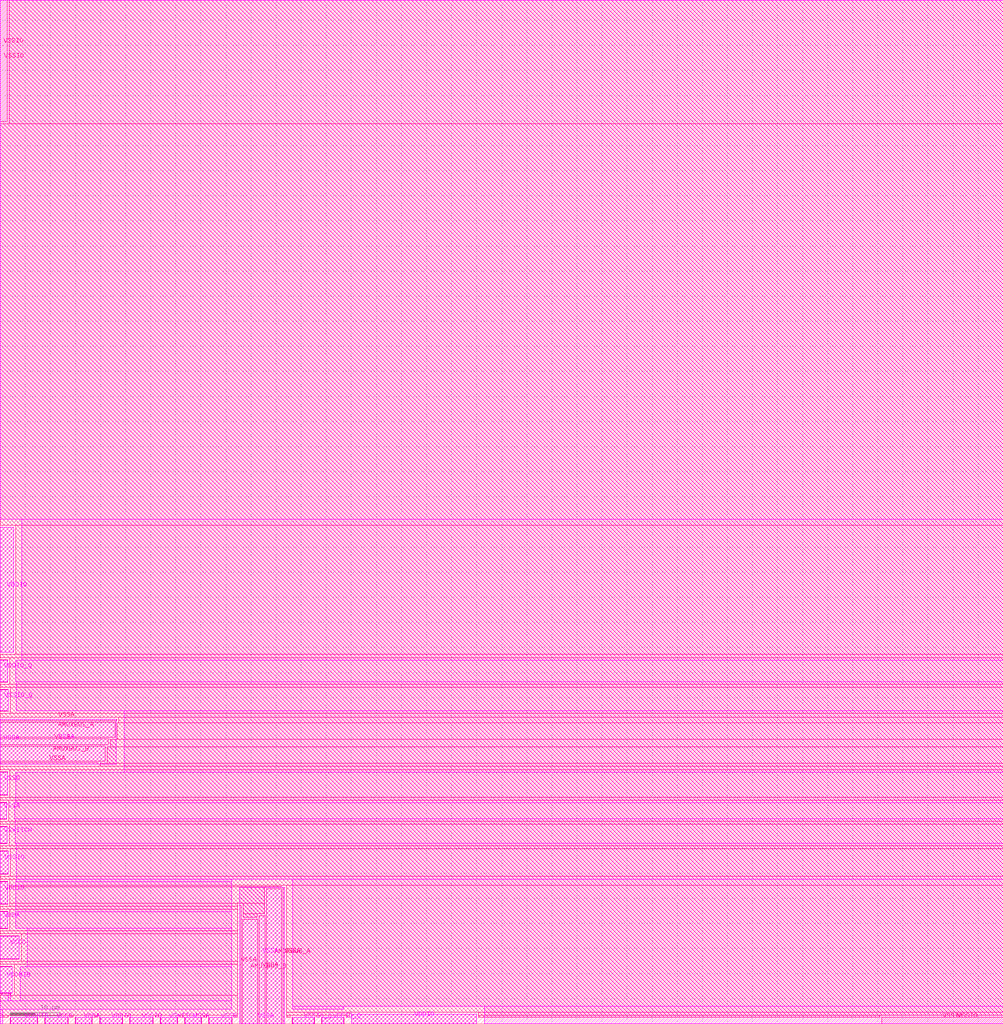
<source format=lef>
VERSION 5.7 ;
  NOWIREEXTENSIONATPIN ON ;
  DIVIDERCHAR "/" ;
  BUSBITCHARS "[]" ;
MACRO sky130_ef_io__analog_pad
  CLASS PAD ;
  FOREIGN sky130_ef_io__analog_pad ;
  ORIGIN 0.000 0.000 ;
  SIZE 75.000 BY 200.000 ;
  PIN P_CORE
    PORT
      LAYER met3 ;
        RECT 24.720 0.000 49.720 82.350 ;
    END
  END P_CORE
  PIN VSSA
    PORT
      LAYER met4 ;
        RECT 0.000 36.735 1.270 40.185 ;
    END
    PORT
      LAYER met4 ;
        RECT 0.000 56.405 75.000 56.735 ;
    END
    PORT
      LAYER met4 ;
        RECT 0.000 47.735 75.000 48.065 ;
    END
    PORT
      LAYER met4 ;
        RECT 0.000 51.645 1.270 52.825 ;
    END
    PORT
      LAYER met4 ;
        RECT 73.730 36.735 75.000 40.185 ;
    END
    PORT
      LAYER met4 ;
        RECT 73.730 56.405 75.000 56.735 ;
    END
    PORT
      LAYER met4 ;
        RECT 73.730 47.735 75.000 48.065 ;
    END
    PORT
      LAYER met4 ;
        RECT 73.730 51.645 75.000 52.825 ;
    END
    PORT
      LAYER met5 ;
        RECT 73.730 36.840 75.000 40.085 ;
    END
    PORT
      LAYER met5 ;
        RECT 0.000 47.735 1.270 56.735 ;
    END
    PORT
      LAYER met5 ;
        RECT 0.000 36.840 1.270 40.085 ;
    END
    PORT
      LAYER met5 ;
        RECT 73.730 47.735 75.000 56.735 ;
    END
  END VSSA
  PIN VSSD
    PORT
      LAYER met4 ;
        RECT 0.000 41.585 1.270 46.235 ;
    END
    PORT
      LAYER met4 ;
        RECT 73.730 41.585 75.000 46.235 ;
    END
    PORT
      LAYER met5 ;
        RECT 0.000 41.685 1.270 46.135 ;
    END
    PORT
      LAYER met5 ;
        RECT 73.730 41.685 75.000 46.135 ;
    END
  END VSSD
  PIN AMUXBUS_B
    PORT
      LAYER met4 ;
        RECT 0.000 48.365 75.000 51.345 ;
    END
    PORT
      LAYER met4 ;
        RECT 73.730 48.365 75.000 51.345 ;
    END
  END AMUXBUS_B
  PIN AMUXBUS_A
    PORT
      LAYER met4 ;
        RECT 0.000 53.125 75.000 56.105 ;
    END
    PORT
      LAYER met4 ;
        RECT 73.730 53.125 75.000 56.105 ;
    END
  END AMUXBUS_A
  PIN VDDIO_Q
    PORT
      LAYER met4 ;
        RECT 0.000 64.085 1.270 68.535 ;
    END
    PORT
      LAYER met4 ;
        RECT 73.730 64.085 75.000 68.535 ;
    END
    PORT
      LAYER met5 ;
        RECT 73.730 64.185 75.000 68.435 ;
    END
    PORT
      LAYER met5 ;
        RECT 0.000 64.185 1.270 68.435 ;
    END
  END VDDIO_Q
  PIN VDDIO
    PORT
      LAYER met4 ;
        RECT 0.000 70.035 1.270 95.000 ;
    END
    PORT
      LAYER met4 ;
        RECT 0.000 19.785 1.270 24.435 ;
    END
    PORT
      LAYER met4 ;
        RECT 73.730 70.035 75.000 95.000 ;
    END
    PORT
      LAYER met4 ;
        RECT 73.730 19.785 75.000 24.435 ;
    END
    PORT
      LAYER met5 ;
        RECT 0.000 19.885 1.270 24.335 ;
    END
    PORT
      LAYER met5 ;
        RECT 0.000 70.035 1.270 94.985 ;
    END
    PORT
      LAYER met5 ;
        RECT 73.730 19.885 75.000 24.335 ;
    END
    PORT
      LAYER met5 ;
        RECT 73.730 70.035 75.000 94.985 ;
    END
  END VDDIO
  PIN VSWITCH
    PORT
      LAYER met4 ;
        RECT 0.000 31.885 1.270 35.335 ;
    END
    PORT
      LAYER met4 ;
        RECT 73.730 31.885 75.000 35.335 ;
    END
    PORT
      LAYER met5 ;
        RECT 73.730 31.985 75.000 35.235 ;
    END
    PORT
      LAYER met5 ;
        RECT 0.000 31.985 1.270 35.235 ;
    END
  END VSWITCH
  PIN VSSIO
    PORT
      LAYER met4 ;
        RECT 0.000 25.835 1.270 30.485 ;
    END
    PORT
      LAYER met4 ;
        RECT 73.730 25.835 75.000 30.485 ;
    END
    PORT
      LAYER met4 ;
        RECT 0.000 175.785 1.270 200.000 ;
    END
    PORT
      LAYER met4 ;
        RECT 0.630 191.600 0.640 191.610 ;
    END
    PORT
      LAYER met4 ;
        RECT 73.730 175.785 75.000 200.000 ;
    END
    PORT
      LAYER met4 ;
        RECT 74.360 191.600 74.370 191.610 ;
    END
    PORT
      LAYER met5 ;
        RECT 73.730 25.935 75.000 30.385 ;
    END
    PORT
      LAYER met5 ;
        RECT 73.730 175.785 75.000 200.000 ;
    END
    PORT
      LAYER met5 ;
        RECT 0.000 175.785 1.270 200.000 ;
    END
    PORT
      LAYER met5 ;
        RECT 0.000 25.935 1.270 30.385 ;
    END
  END VSSIO
  PIN VDDA
    PORT
      LAYER met4 ;
        RECT 0.000 14.935 0.965 18.385 ;
    END
    PORT
      LAYER met4 ;
        RECT 74.035 14.935 75.000 18.385 ;
    END
    PORT
      LAYER met5 ;
        RECT 0.000 15.035 0.965 18.285 ;
    END
    PORT
      LAYER met5 ;
        RECT 74.035 15.035 75.000 18.285 ;
    END
  END VDDA
  PIN VCCD
    PORT
      LAYER met4 ;
        RECT 0.000 8.885 1.270 13.535 ;
    END
    PORT
      LAYER met4 ;
        RECT 73.730 8.885 75.000 13.535 ;
    END
    PORT
      LAYER met5 ;
        RECT 0.000 8.985 1.270 13.435 ;
    END
    PORT
      LAYER met5 ;
        RECT 73.730 8.985 75.000 13.435 ;
    END
  END VCCD
  PIN VCCHIB
    PORT
      LAYER met4 ;
        RECT 0.000 2.035 1.270 7.485 ;
    END
    PORT
      LAYER met4 ;
        RECT 73.730 2.035 75.000 7.485 ;
    END
    PORT
      LAYER met5 ;
        RECT 0.000 2.135 1.270 7.385 ;
    END
    PORT
      LAYER met5 ;
        RECT 73.730 2.135 75.000 7.385 ;
    END
  END VCCHIB
  PIN VSSIO_Q
    PORT
      LAYER met4 ;
        RECT 0.000 58.235 1.270 62.685 ;
    END
    PORT
      LAYER met4 ;
        RECT 73.730 58.235 75.000 62.685 ;
    END
    PORT
      LAYER met5 ;
        RECT 73.730 58.335 75.000 62.585 ;
    END
    PORT
      LAYER met5 ;
        RECT 0.000 58.335 1.270 62.585 ;
    END
  END VSSIO_Q
  PIN P_PAD
    PORT
      LAYER met5 ;
        RECT 7.050 105.120 67.890 165.945 ;
    END
  END P_PAD
  OBS
      LAYER li1 ;
        RECT 2.905 48.265 72.045 181.100 ;
      LAYER met1 ;
        RECT 4.250 46.255 70.440 48.855 ;
      LAYER met2 ;
        RECT 4.250 46.255 70.440 48.855 ;
      LAYER met3 ;
        RECT 0.455 82.750 74.250 173.315 ;
        RECT 0.455 14.905 24.320 82.750 ;
        RECT 50.120 14.905 74.250 82.750 ;
      LAYER met4 ;
        RECT 1.670 175.385 73.330 200.000 ;
        RECT 0.965 95.400 74.035 175.385 ;
        RECT 1.670 69.635 73.330 95.400 ;
        RECT 0.965 68.935 74.035 69.635 ;
        RECT 1.670 63.685 73.330 68.935 ;
        RECT 0.965 63.085 74.035 63.685 ;
        RECT 1.670 57.835 73.330 63.085 ;
        RECT 0.965 57.135 74.035 57.835 ;
        RECT 1.670 51.745 73.330 52.725 ;
        RECT 0.965 46.635 74.035 47.335 ;
        RECT 1.670 41.185 73.330 46.635 ;
        RECT 0.965 40.585 74.035 41.185 ;
        RECT 1.670 36.335 73.330 40.585 ;
        RECT 0.965 35.735 74.035 36.335 ;
        RECT 1.670 31.485 73.330 35.735 ;
        RECT 0.965 30.885 74.035 31.485 ;
        RECT 1.670 25.435 73.330 30.885 ;
        RECT 0.965 24.835 74.035 25.435 ;
        RECT 1.670 19.385 73.330 24.835 ;
        RECT 0.965 18.785 74.035 19.385 ;
        RECT 1.365 14.535 73.635 18.785 ;
        RECT 0.965 13.935 74.035 14.535 ;
        RECT 1.670 8.485 73.330 13.935 ;
        RECT 0.965 7.885 74.035 8.485 ;
        RECT 1.670 2.035 73.330 7.885 ;
      LAYER met5 ;
        RECT 2.870 174.185 72.130 200.000 ;
        RECT 0.000 167.545 75.000 174.185 ;
        RECT 0.000 103.520 5.450 167.545 ;
        RECT 69.490 103.520 75.000 167.545 ;
        RECT 0.000 96.585 75.000 103.520 ;
        RECT 2.870 36.840 72.130 96.585 ;
        RECT 0.000 36.835 75.000 36.840 ;
        RECT 2.870 18.285 72.130 36.835 ;
        RECT 2.565 15.035 72.435 18.285 ;
        RECT 2.870 2.135 72.130 15.035 ;
  END
END sky130_ef_io__analog_pad

#--------EOF---------

MACRO sky130_ef_io__bare_pad
  CLASS BLOCK ;
  FOREIGN sky130_ef_io__bare_pad ;
  ORIGIN 2.700 2.700 ;
  SIZE 65.400 BY 75.400 ;
  PIN PAD
    PORT
      LAYER met4 ;
        RECT -2.700 70.000 62.700 72.700 ;
        RECT -2.700 0.000 0.000 70.000 ;
        RECT 60.000 0.000 62.700 70.000 ;
        RECT -2.700 -2.700 62.700 0.000 ;
      LAYER via4 ;
        RECT -2.580 71.400 62.580 72.580 ;
        RECT -2.580 -1.400 -1.400 71.400 ;
        RECT 61.400 -1.400 62.580 71.400 ;
        RECT -2.580 -2.580 62.580 -1.400 ;
      LAYER met5 ;
        RECT -2.700 -2.700 62.700 72.700 ;
    END
  END PAD
END sky130_ef_io__bare_pad

#--------EOF---------

MACRO sky130_ef_io__com_bus_slice_1um
  CLASS PAD SPACER ;
  FOREIGN sky130_ef_io__com_bus_slice_1um ;
  ORIGIN 0.000 0.000 ;
  SIZE 1.000 BY 197.965 ;
  PIN AMUXBUS_A
    DIRECTION INOUT ;
    USE SIGNAL ;
    PORT
      LAYER met4 ;
        RECT 0.000 51.090 1.000 54.070 ;
    END
  END AMUXBUS_A
  PIN AMUXBUS_B
    DIRECTION INOUT ;
    USE SIGNAL ;
    PORT
      LAYER met4 ;
        RECT 0.000 46.330 1.000 49.310 ;
    END
  END AMUXBUS_B
  PIN VSSA
    DIRECTION INOUT ;
    USE GROUND ;
    PORT
      LAYER met5 ;
        RECT 0.000 45.700 1.000 54.700 ;
    END
    PORT
      LAYER met4 ;
        RECT 0.000 54.370 1.000 54.700 ;
    END
    PORT
      LAYER met4 ;
        RECT 0.000 45.700 1.000 46.030 ;
    END
    PORT
      LAYER met5 ;
        RECT 0.000 34.800 1.000 38.050 ;
    END
    PORT
      LAYER met4 ;
        RECT 0.000 34.700 1.000 38.150 ;
    END
  END VSSA
  PIN VDDA
    DIRECTION INOUT ;
    USE POWER ;
    PORT
      LAYER met5 ;
        RECT 0.000 13.000 1.000 16.250 ;
    END
    PORT
      LAYER met4 ;
        RECT 0.000 12.900 1.000 16.350 ;
    END
  END VDDA
  PIN VSWITCH
    DIRECTION INOUT ;
    USE POWER ;
    PORT
      LAYER met5 ;
        RECT 0.000 29.950 1.000 33.200 ;
    END
    PORT
      LAYER met4 ;
        RECT 0.000 29.850 1.000 33.300 ;
    END
  END VSWITCH
  PIN VDDIO_Q
    DIRECTION INOUT ;
    USE POWER ;
    PORT
      LAYER met5 ;
        RECT 0.000 62.150 1.000 66.400 ;
    END
    PORT
      LAYER met4 ;
        RECT 0.000 62.050 1.000 66.500 ;
    END
  END VDDIO_Q
  PIN VCCHIB
    DIRECTION INOUT ;
    USE POWER ;
    PORT
      LAYER met5 ;
        RECT 0.000 0.100 1.000 5.350 ;
    END
    PORT
      LAYER met4 ;
        RECT 0.000 0.000 1.000 5.450 ;
    END
  END VCCHIB
  PIN VDDIO
    DIRECTION INOUT ;
    USE POWER ;
    PORT
      LAYER met5 ;
        RECT 0.000 68.000 1.000 92.950 ;
    END
    PORT
      LAYER met4 ;
        RECT 0.000 68.000 1.000 92.965 ;
    END
    PORT
      LAYER met5 ;
        RECT 0.000 17.850 1.000 22.300 ;
    END
    PORT
      LAYER met4 ;
        RECT 0.000 17.750 1.000 22.400 ;
    END
  END VDDIO
  PIN VCCD
    DIRECTION INOUT ;
    USE POWER ;
    PORT
      LAYER met5 ;
        RECT 0.000 6.950 1.000 11.400 ;
    END
    PORT
      LAYER met4 ;
        RECT 0.000 6.850 1.000 11.500 ;
    END
  END VCCD
  PIN VSSIO
    DIRECTION INOUT ;
    USE GROUND ;
    PORT
      LAYER met5 ;
        RECT 0.000 23.900 1.000 28.350 ;
    END
    PORT
      LAYER met4 ;
        RECT 0.000 23.800 1.000 28.450 ;
    END
    PORT
      LAYER met5 ;
        RECT 0.000 173.750 1.000 197.965 ;
    END
  END VSSIO
  PIN VSSD
    DIRECTION INOUT ;
    USE GROUND ;
    PORT
      LAYER met5 ;
        RECT 0.000 39.650 1.000 44.100 ;
    END
    PORT
      LAYER met4 ;
        RECT 0.000 39.550 1.000 44.200 ;
    END
  END VSSD
  PIN VSSIO_Q
    DIRECTION INOUT ;
    USE GROUND ;
    PORT
      LAYER met5 ;
        RECT 0.000 56.300 1.000 60.550 ;
    END
    PORT
      LAYER met4 ;
        RECT 0.000 56.200 1.000 60.650 ;
    END
  END VSSIO_Q
  OBS
      LAYER met4 ;
        RECT 0.000 93.365 1.000 197.965 ;
        RECT 0.000 66.900 1.000 67.600 ;
        RECT 0.000 61.050 1.000 61.650 ;
        RECT 0.000 55.100 1.000 55.800 ;
        RECT 0.000 49.610 1.000 50.790 ;
  END
END sky130_ef_io__com_bus_slice_1um

#--------EOF---------

MACRO sky130_ef_io__com_bus_slice_5um
  CLASS PAD SPACER ;
  FOREIGN sky130_ef_io__com_bus_slice_5um ;
  ORIGIN 0.000 0.000 ;
  SIZE 5.000 BY 197.965 ;
  PIN AMUXBUS_A
    DIRECTION INOUT ;
    USE SIGNAL ;
    PORT
      LAYER met4 ;
        RECT 0.000 51.090 5.000 54.070 ;
    END
    PORT
      LAYER met4 ;
        RECT 4.000 51.090 5.000 54.070 ;
    END
  END AMUXBUS_A
  PIN AMUXBUS_B
    DIRECTION INOUT ;
    USE SIGNAL ;
    PORT
      LAYER met4 ;
        RECT 0.000 46.330 5.000 49.310 ;
    END
    PORT
      LAYER met4 ;
        RECT 4.000 46.330 5.000 49.310 ;
    END
  END AMUXBUS_B
  PIN VSSA
    DIRECTION INOUT ;
    USE GROUND ;
    PORT
      LAYER met5 ;
        RECT 0.000 45.700 5.000 54.700 ;
    END
    PORT
      LAYER met4 ;
        RECT 0.000 54.370 5.000 54.700 ;
    END
    PORT
      LAYER met4 ;
        RECT 0.000 45.700 5.000 46.030 ;
    END
    PORT
      LAYER met5 ;
        RECT 0.000 34.800 5.000 38.050 ;
    END
    PORT
      LAYER met4 ;
        RECT 0.000 34.700 5.000 38.150 ;
    END
    PORT
      LAYER met5 ;
        RECT 4.000 45.700 5.000 54.700 ;
    END
    PORT
      LAYER met4 ;
        RECT 4.000 54.370 5.000 54.700 ;
    END
    PORT
      LAYER met4 ;
        RECT 4.000 45.700 5.000 46.030 ;
    END
    PORT
      LAYER met5 ;
        RECT 4.000 34.800 5.000 38.050 ;
    END
    PORT
      LAYER met4 ;
        RECT 4.000 34.700 5.000 38.150 ;
    END
  END VSSA
  PIN VDDA
    DIRECTION INOUT ;
    USE POWER ;
    PORT
      LAYER met5 ;
        RECT 0.000 13.000 5.000 16.250 ;
    END
    PORT
      LAYER met4 ;
        RECT 0.000 12.900 5.000 16.350 ;
    END
    PORT
      LAYER met5 ;
        RECT 4.000 13.000 5.000 16.250 ;
    END
    PORT
      LAYER met4 ;
        RECT 4.000 12.900 5.000 16.350 ;
    END
  END VDDA
  PIN VSWITCH
    DIRECTION INOUT ;
    USE POWER ;
    PORT
      LAYER met5 ;
        RECT 0.000 29.950 5.000 33.200 ;
    END
    PORT
      LAYER met4 ;
        RECT 0.000 29.850 5.000 33.300 ;
    END
    PORT
      LAYER met5 ;
        RECT 4.000 29.950 5.000 33.200 ;
    END
    PORT
      LAYER met4 ;
        RECT 4.000 29.850 5.000 33.300 ;
    END
  END VSWITCH
  PIN VDDIO_Q
    DIRECTION INOUT ;
    USE POWER ;
    PORT
      LAYER met5 ;
        RECT 0.000 62.150 5.000 66.400 ;
    END
    PORT
      LAYER met4 ;
        RECT 0.000 62.050 5.000 66.500 ;
    END
    PORT
      LAYER met5 ;
        RECT 4.000 62.150 5.000 66.400 ;
    END
    PORT
      LAYER met4 ;
        RECT 4.000 62.050 5.000 66.500 ;
    END
  END VDDIO_Q
  PIN VCCHIB
    DIRECTION INOUT ;
    USE POWER ;
    PORT
      LAYER met5 ;
        RECT 0.000 0.100 5.000 5.350 ;
    END
    PORT
      LAYER met4 ;
        RECT 0.000 0.000 5.000 5.450 ;
    END
    PORT
      LAYER met5 ;
        RECT 4.000 0.100 5.000 5.350 ;
    END
    PORT
      LAYER met4 ;
        RECT 4.000 0.000 5.000 5.450 ;
    END
  END VCCHIB
  PIN VDDIO
    DIRECTION INOUT ;
    USE POWER ;
    PORT
      LAYER met5 ;
        RECT 0.000 68.000 5.000 92.950 ;
    END
    PORT
      LAYER met4 ;
        RECT 0.000 68.000 5.000 92.965 ;
    END
    PORT
      LAYER met5 ;
        RECT 0.000 17.850 5.000 22.300 ;
    END
    PORT
      LAYER met4 ;
        RECT 0.000 17.750 5.000 22.400 ;
    END
    PORT
      LAYER met5 ;
        RECT 4.000 68.000 5.000 92.950 ;
    END
    PORT
      LAYER met4 ;
        RECT 4.000 68.000 5.000 92.965 ;
    END
    PORT
      LAYER met5 ;
        RECT 4.000 17.850 5.000 22.300 ;
    END
    PORT
      LAYER met4 ;
        RECT 4.000 17.750 5.000 22.400 ;
    END
  END VDDIO
  PIN VCCD
    DIRECTION INOUT ;
    USE POWER ;
    PORT
      LAYER met5 ;
        RECT 0.000 6.950 5.000 11.400 ;
    END
    PORT
      LAYER met4 ;
        RECT 0.000 6.850 5.000 11.500 ;
    END
    PORT
      LAYER met5 ;
        RECT 4.000 6.950 5.000 11.400 ;
    END
    PORT
      LAYER met4 ;
        RECT 4.000 6.850 5.000 11.500 ;
    END
  END VCCD
  PIN VSSIO
    DIRECTION INOUT ;
    USE GROUND ;
    PORT
      LAYER met5 ;
        RECT 0.000 23.900 5.000 28.350 ;
    END
    PORT
      LAYER met4 ;
        RECT 0.000 23.800 5.000 28.450 ;
    END
    PORT
      LAYER met5 ;
        RECT 0.000 173.750 5.000 197.965 ;
    END
    PORT
      LAYER met5 ;
        RECT 4.000 23.900 5.000 28.350 ;
    END
    PORT
      LAYER met4 ;
        RECT 4.000 23.800 5.000 28.450 ;
    END
    PORT
      LAYER met5 ;
        RECT 4.000 173.750 5.000 197.965 ;
    END
  END VSSIO
  PIN VSSD
    DIRECTION INOUT ;
    USE GROUND ;
    PORT
      LAYER met5 ;
        RECT 0.000 39.650 5.000 44.100 ;
    END
    PORT
      LAYER met4 ;
        RECT 0.000 39.550 5.000 44.200 ;
    END
    PORT
      LAYER met5 ;
        RECT 4.000 39.650 5.000 44.100 ;
    END
    PORT
      LAYER met4 ;
        RECT 4.000 39.550 5.000 44.200 ;
    END
  END VSSD
  PIN VSSIO_Q
    DIRECTION INOUT ;
    USE GROUND ;
    PORT
      LAYER met5 ;
        RECT 0.000 56.300 5.000 60.550 ;
    END
    PORT
      LAYER met4 ;
        RECT 0.000 56.200 5.000 60.650 ;
    END
    PORT
      LAYER met5 ;
        RECT 4.000 56.300 5.000 60.550 ;
    END
    PORT
      LAYER met4 ;
        RECT 4.000 56.200 5.000 60.650 ;
    END
  END VSSIO_Q
  OBS
      LAYER met4 ;
        RECT 0.000 93.365 5.000 197.965 ;
        RECT 0.000 66.900 5.000 67.600 ;
        RECT 0.000 61.050 5.000 61.650 ;
        RECT 0.000 55.100 5.000 55.800 ;
        RECT 0.000 49.610 5.000 50.790 ;
  END
END sky130_ef_io__com_bus_slice_5um

#--------EOF---------

MACRO sky130_ef_io__com_bus_slice_10um
  CLASS PAD SPACER ;
  FOREIGN sky130_ef_io__com_bus_slice_10um ;
  ORIGIN 0.000 0.000 ;
  SIZE 10.000 BY 197.965 ;
  PIN AMUXBUS_A
    DIRECTION INOUT ;
    USE SIGNAL ;
    PORT
      LAYER met4 ;
        RECT 0.000 51.090 10.000 54.070 ;
    END
    PORT
      LAYER met4 ;
        RECT 9.000 51.090 10.000 54.070 ;
    END
  END AMUXBUS_A
  PIN AMUXBUS_B
    DIRECTION INOUT ;
    USE SIGNAL ;
    PORT
      LAYER met4 ;
        RECT 0.000 46.330 10.000 49.310 ;
    END
    PORT
      LAYER met4 ;
        RECT 9.000 46.330 10.000 49.310 ;
    END
  END AMUXBUS_B
  PIN VSSA
    DIRECTION INOUT ;
    USE GROUND ;
    PORT
      LAYER met5 ;
        RECT 0.000 45.700 10.000 54.700 ;
    END
    PORT
      LAYER met4 ;
        RECT 0.000 54.370 10.000 54.700 ;
    END
    PORT
      LAYER met4 ;
        RECT 0.000 45.700 10.000 46.030 ;
    END
    PORT
      LAYER met5 ;
        RECT 0.000 34.800 10.000 38.050 ;
    END
    PORT
      LAYER met4 ;
        RECT 0.000 34.700 10.000 38.150 ;
    END
    PORT
      LAYER met5 ;
        RECT 9.000 45.700 10.000 54.700 ;
    END
    PORT
      LAYER met4 ;
        RECT 9.000 54.370 10.000 54.700 ;
    END
    PORT
      LAYER met4 ;
        RECT 9.000 45.700 10.000 46.030 ;
    END
    PORT
      LAYER met5 ;
        RECT 9.000 34.800 10.000 38.050 ;
    END
    PORT
      LAYER met4 ;
        RECT 9.000 34.700 10.000 38.150 ;
    END
  END VSSA
  PIN VDDA
    DIRECTION INOUT ;
    USE POWER ;
    PORT
      LAYER met5 ;
        RECT 0.000 13.000 10.000 16.250 ;
    END
    PORT
      LAYER met4 ;
        RECT 0.000 12.900 10.000 16.350 ;
    END
    PORT
      LAYER met5 ;
        RECT 9.000 13.000 10.000 16.250 ;
    END
    PORT
      LAYER met4 ;
        RECT 9.000 12.900 10.000 16.350 ;
    END
  END VDDA
  PIN VSWITCH
    DIRECTION INOUT ;
    USE POWER ;
    PORT
      LAYER met5 ;
        RECT 0.000 29.950 10.000 33.200 ;
    END
    PORT
      LAYER met4 ;
        RECT 0.000 29.850 10.000 33.300 ;
    END
    PORT
      LAYER met5 ;
        RECT 9.000 29.950 10.000 33.200 ;
    END
    PORT
      LAYER met4 ;
        RECT 9.000 29.850 10.000 33.300 ;
    END
  END VSWITCH
  PIN VDDIO_Q
    DIRECTION INOUT ;
    USE POWER ;
    PORT
      LAYER met5 ;
        RECT 0.000 62.150 10.000 66.400 ;
    END
    PORT
      LAYER met4 ;
        RECT 0.000 62.050 10.000 66.500 ;
    END
    PORT
      LAYER met5 ;
        RECT 9.000 62.150 10.000 66.400 ;
    END
    PORT
      LAYER met4 ;
        RECT 9.000 62.050 10.000 66.500 ;
    END
  END VDDIO_Q
  PIN VCCHIB
    DIRECTION INOUT ;
    USE POWER ;
    PORT
      LAYER met5 ;
        RECT 0.000 0.100 10.000 5.350 ;
    END
    PORT
      LAYER met4 ;
        RECT 0.000 0.000 10.000 5.450 ;
    END
    PORT
      LAYER met5 ;
        RECT 9.000 0.100 10.000 5.350 ;
    END
    PORT
      LAYER met4 ;
        RECT 9.000 0.000 10.000 5.450 ;
    END
  END VCCHIB
  PIN VDDIO
    DIRECTION INOUT ;
    USE POWER ;
    PORT
      LAYER met5 ;
        RECT 0.000 68.000 10.000 92.950 ;
    END
    PORT
      LAYER met4 ;
        RECT 0.000 68.000 10.000 92.965 ;
    END
    PORT
      LAYER met5 ;
        RECT 0.000 17.850 10.000 22.300 ;
    END
    PORT
      LAYER met4 ;
        RECT 0.000 17.750 10.000 22.400 ;
    END
    PORT
      LAYER met5 ;
        RECT 9.000 68.000 10.000 92.950 ;
    END
    PORT
      LAYER met4 ;
        RECT 9.000 68.000 10.000 92.965 ;
    END
    PORT
      LAYER met5 ;
        RECT 9.000 17.850 10.000 22.300 ;
    END
    PORT
      LAYER met4 ;
        RECT 9.000 17.750 10.000 22.400 ;
    END
  END VDDIO
  PIN VCCD
    DIRECTION INOUT ;
    USE POWER ;
    PORT
      LAYER met5 ;
        RECT 0.000 6.950 10.000 11.400 ;
    END
    PORT
      LAYER met4 ;
        RECT 0.000 6.850 10.000 11.500 ;
    END
    PORT
      LAYER met5 ;
        RECT 9.000 6.950 10.000 11.400 ;
    END
    PORT
      LAYER met4 ;
        RECT 9.000 6.850 10.000 11.500 ;
    END
  END VCCD
  PIN VSSIO
    DIRECTION INOUT ;
    USE GROUND ;
    PORT
      LAYER met5 ;
        RECT 0.000 23.900 10.000 28.350 ;
    END
    PORT
      LAYER met4 ;
        RECT 0.000 23.800 10.000 28.450 ;
    END
    PORT
      LAYER met5 ;
        RECT 0.000 173.750 10.000 197.965 ;
    END
    PORT
      LAYER met5 ;
        RECT 9.000 23.900 10.000 28.350 ;
    END
    PORT
      LAYER met4 ;
        RECT 9.000 23.800 10.000 28.450 ;
    END
    PORT
      LAYER met5 ;
        RECT 9.000 173.750 10.000 197.965 ;
    END
  END VSSIO
  PIN VSSD
    DIRECTION INOUT ;
    USE GROUND ;
    PORT
      LAYER met5 ;
        RECT 0.000 39.650 10.000 44.100 ;
    END
    PORT
      LAYER met4 ;
        RECT 0.000 39.550 10.000 44.200 ;
    END
    PORT
      LAYER met5 ;
        RECT 9.000 39.650 10.000 44.100 ;
    END
    PORT
      LAYER met4 ;
        RECT 9.000 39.550 10.000 44.200 ;
    END
  END VSSD
  PIN VSSIO_Q
    DIRECTION INOUT ;
    USE GROUND ;
    PORT
      LAYER met5 ;
        RECT 0.000 56.300 10.000 60.550 ;
    END
    PORT
      LAYER met4 ;
        RECT 0.000 56.200 10.000 60.650 ;
    END
    PORT
      LAYER met5 ;
        RECT 9.000 56.300 10.000 60.550 ;
    END
    PORT
      LAYER met4 ;
        RECT 9.000 56.200 10.000 60.650 ;
    END
  END VSSIO_Q
  OBS
      LAYER met4 ;
        RECT 0.000 93.365 10.000 197.965 ;
        RECT 0.000 66.900 10.000 67.600 ;
        RECT 0.000 61.050 10.000 61.650 ;
        RECT 0.000 55.100 10.000 55.800 ;
        RECT 0.000 49.610 10.000 50.790 ;
  END
END sky130_ef_io__com_bus_slice_10um

#--------EOF---------

MACRO sky130_ef_io__com_bus_slice_20um
  CLASS PAD SPACER ;
  FOREIGN sky130_ef_io__com_bus_slice_20um ;
  ORIGIN 0.000 0.000 ;
  SIZE 20.000 BY 197.965 ;
  PIN AMUXBUS_A
    DIRECTION INOUT ;
    USE SIGNAL ;
    PORT
      LAYER met4 ;
        RECT 0.000 51.090 20.000 54.070 ;
    END
    PORT
      LAYER met4 ;
        RECT 19.000 51.090 20.000 54.070 ;
    END
  END AMUXBUS_A
  PIN AMUXBUS_B
    DIRECTION INOUT ;
    USE SIGNAL ;
    PORT
      LAYER met4 ;
        RECT 0.000 46.330 20.000 49.310 ;
    END
    PORT
      LAYER met4 ;
        RECT 19.000 46.330 20.000 49.310 ;
    END
  END AMUXBUS_B
  PIN VSSA
    DIRECTION INOUT ;
    USE GROUND ;
    PORT
      LAYER met5 ;
        RECT 0.000 45.700 20.000 54.700 ;
    END
    PORT
      LAYER met4 ;
        RECT 0.000 54.370 20.000 54.700 ;
    END
    PORT
      LAYER met4 ;
        RECT 0.000 45.700 20.000 46.030 ;
    END
    PORT
      LAYER met5 ;
        RECT 0.000 34.800 20.000 38.050 ;
    END
    PORT
      LAYER met4 ;
        RECT 0.000 34.700 20.000 38.150 ;
    END
    PORT
      LAYER met5 ;
        RECT 19.000 45.700 20.000 54.700 ;
    END
    PORT
      LAYER met4 ;
        RECT 19.000 54.370 20.000 54.700 ;
    END
    PORT
      LAYER met4 ;
        RECT 19.000 45.700 20.000 46.030 ;
    END
    PORT
      LAYER met5 ;
        RECT 19.000 34.800 20.000 38.050 ;
    END
    PORT
      LAYER met4 ;
        RECT 19.000 34.700 20.000 38.150 ;
    END
  END VSSA
  PIN VDDA
    DIRECTION INOUT ;
    USE POWER ;
    PORT
      LAYER met5 ;
        RECT 0.000 13.000 20.000 16.250 ;
    END
    PORT
      LAYER met4 ;
        RECT 0.000 12.900 20.000 16.350 ;
    END
    PORT
      LAYER met5 ;
        RECT 19.000 13.000 20.000 16.250 ;
    END
    PORT
      LAYER met4 ;
        RECT 19.000 12.900 20.000 16.350 ;
    END
  END VDDA
  PIN VSWITCH
    DIRECTION INOUT ;
    USE POWER ;
    PORT
      LAYER met5 ;
        RECT 0.000 29.950 20.000 33.200 ;
    END
    PORT
      LAYER met4 ;
        RECT 0.000 29.850 20.000 33.300 ;
    END
    PORT
      LAYER met5 ;
        RECT 19.000 29.950 20.000 33.200 ;
    END
    PORT
      LAYER met4 ;
        RECT 19.000 29.850 20.000 33.300 ;
    END
  END VSWITCH
  PIN VDDIO_Q
    DIRECTION INOUT ;
    USE POWER ;
    PORT
      LAYER met5 ;
        RECT 0.000 62.150 20.000 66.400 ;
    END
    PORT
      LAYER met4 ;
        RECT 0.000 62.050 20.000 66.500 ;
    END
    PORT
      LAYER met5 ;
        RECT 19.000 62.150 20.000 66.400 ;
    END
    PORT
      LAYER met4 ;
        RECT 19.000 62.050 20.000 66.500 ;
    END
  END VDDIO_Q
  PIN VCCHIB
    DIRECTION INOUT ;
    USE POWER ;
    PORT
      LAYER met5 ;
        RECT 0.000 0.100 20.000 5.350 ;
    END
    PORT
      LAYER met4 ;
        RECT 0.000 0.000 20.000 5.450 ;
    END
    PORT
      LAYER met5 ;
        RECT 19.000 0.100 20.000 5.350 ;
    END
    PORT
      LAYER met4 ;
        RECT 19.000 0.000 20.000 5.450 ;
    END
  END VCCHIB
  PIN VDDIO
    DIRECTION INOUT ;
    USE POWER ;
    PORT
      LAYER met5 ;
        RECT 0.000 68.000 20.000 92.950 ;
    END
    PORT
      LAYER met4 ;
        RECT 0.000 68.000 20.000 92.965 ;
    END
    PORT
      LAYER met5 ;
        RECT 0.000 17.850 20.000 22.300 ;
    END
    PORT
      LAYER met4 ;
        RECT 0.000 17.750 20.000 22.400 ;
    END
    PORT
      LAYER met5 ;
        RECT 19.000 68.000 20.000 92.950 ;
    END
    PORT
      LAYER met4 ;
        RECT 19.000 68.000 20.000 92.965 ;
    END
    PORT
      LAYER met5 ;
        RECT 19.000 17.850 20.000 22.300 ;
    END
    PORT
      LAYER met4 ;
        RECT 19.000 17.750 20.000 22.400 ;
    END
  END VDDIO
  PIN VCCD
    DIRECTION INOUT ;
    USE POWER ;
    PORT
      LAYER met5 ;
        RECT 0.000 6.950 20.000 11.400 ;
    END
    PORT
      LAYER met4 ;
        RECT 0.000 6.850 20.000 11.500 ;
    END
    PORT
      LAYER met5 ;
        RECT 19.000 6.950 20.000 11.400 ;
    END
    PORT
      LAYER met4 ;
        RECT 19.000 6.850 20.000 11.500 ;
    END
  END VCCD
  PIN VSSIO
    DIRECTION INOUT ;
    USE GROUND ;
    PORT
      LAYER met5 ;
        RECT 0.000 23.900 20.000 28.350 ;
    END
    PORT
      LAYER met4 ;
        RECT 0.000 23.800 20.000 28.450 ;
    END
    PORT
      LAYER met5 ;
        RECT 0.000 173.750 20.000 197.965 ;
    END
    PORT
      LAYER met5 ;
        RECT 19.000 23.900 20.000 28.350 ;
    END
    PORT
      LAYER met4 ;
        RECT 19.000 23.800 20.000 28.450 ;
    END
    PORT
      LAYER met5 ;
        RECT 19.000 173.750 20.000 197.965 ;
    END
  END VSSIO
  PIN VSSD
    DIRECTION INOUT ;
    USE GROUND ;
    PORT
      LAYER met5 ;
        RECT 0.000 39.650 20.000 44.100 ;
    END
    PORT
      LAYER met4 ;
        RECT 0.000 39.550 20.000 44.200 ;
    END
    PORT
      LAYER met5 ;
        RECT 19.000 39.650 20.000 44.100 ;
    END
    PORT
      LAYER met4 ;
        RECT 19.000 39.550 20.000 44.200 ;
    END
  END VSSD
  PIN VSSIO_Q
    DIRECTION INOUT ;
    USE GROUND ;
    PORT
      LAYER met5 ;
        RECT 0.000 56.300 20.000 60.550 ;
    END
    PORT
      LAYER met4 ;
        RECT 0.000 56.200 20.000 60.650 ;
    END
    PORT
      LAYER met5 ;
        RECT 19.000 56.300 20.000 60.550 ;
    END
    PORT
      LAYER met4 ;
        RECT 19.000 56.200 20.000 60.650 ;
    END
  END VSSIO_Q
  OBS
      LAYER met4 ;
        RECT 0.000 93.365 20.000 197.965 ;
        RECT 0.000 66.900 20.000 67.600 ;
        RECT 0.000 61.050 20.000 61.650 ;
        RECT 0.000 55.100 20.000 55.800 ;
        RECT 0.000 49.610 20.000 50.790 ;
  END
END sky130_ef_io__com_bus_slice_20um

#--------EOF---------

MACRO sky130_ef_io__connect_vcchib_vccd_and_vswitch_vddio_slice_20um
  CLASS PAD AREAIO ;
  FOREIGN sky130_ef_io__connect_vcchib_vccd_and_vswitch_vddio_slice_20um ;
  ORIGIN 0.000 0.000 ;
  SIZE 20.000 BY 197.965 ;
  PIN AMUXBUS_A
    DIRECTION INOUT ;
    USE SIGNAL ;
    PORT
      LAYER met4 ;
        RECT 0.000 51.090 20.000 54.070 ;
    END
  END AMUXBUS_A
  PIN AMUXBUS_B
    DIRECTION INOUT ;
    USE SIGNAL ;
    PORT
      LAYER met4 ;
        RECT 0.000 46.330 20.000 49.310 ;
    END
  END AMUXBUS_B
  PIN VSSA
    DIRECTION INOUT ;
    USE GROUND ;
    PORT
      LAYER met5 ;
        RECT 0.000 45.700 20.000 54.700 ;
    END
    PORT
      LAYER met4 ;
        RECT 0.000 54.370 20.000 54.700 ;
    END
    PORT
      LAYER met4 ;
        RECT 0.000 45.700 20.000 46.030 ;
    END
    PORT
      LAYER met5 ;
        RECT 0.000 34.800 20.000 38.050 ;
    END
    PORT
      LAYER met4 ;
        RECT 0.000 34.700 20.000 38.150 ;
    END
  END VSSA
  PIN VDDA
    DIRECTION INOUT ;
    USE POWER ;
    PORT
      LAYER met5 ;
        RECT 0.000 13.000 20.000 16.250 ;
    END
    PORT
      LAYER met4 ;
        RECT 0.000 12.900 20.000 16.350 ;
    END
  END VDDA
  PIN VSWITCH
    DIRECTION INOUT ;
    USE POWER ;
    PORT
      LAYER met5 ;
        RECT 0.000 29.950 20.000 33.200 ;
    END
    PORT
      LAYER met3 ;
        RECT 0.990 17.880 19.000 33.200 ;
      LAYER via3 ;
        RECT 1.090 30.080 18.740 33.030 ;
        RECT 1.280 18.080 18.770 22.090 ;
      LAYER met4 ;
        RECT 0.000 29.850 20.000 33.300 ;
        RECT 0.000 17.750 20.000 22.400 ;
    END
  END VSWITCH
  PIN VDDIO_Q
    DIRECTION INOUT ;
    USE POWER ;
    PORT
      LAYER met5 ;
        RECT 0.000 62.150 20.000 66.400 ;
    END
    PORT
      LAYER met4 ;
        RECT 0.000 62.050 20.000 66.500 ;
    END
  END VDDIO_Q
  PIN VCCHIB
    DIRECTION INOUT ;
    USE POWER ;
    PORT
      LAYER met5 ;
        RECT 0.000 0.100 20.000 11.400 ;
    END
    PORT
      LAYER met4 ;
        RECT 0.000 0.000 20.000 5.450 ;
    END
  END VCCHIB
  PIN VDDIO
    DIRECTION INOUT ;
    USE POWER ;
    PORT
      LAYER met5 ;
        RECT 0.000 68.000 20.000 92.950 ;
    END
    PORT
      LAYER met4 ;
        RECT 0.000 68.000 20.000 92.965 ;
    END
    PORT
      LAYER met5 ;
        RECT 0.000 17.850 20.000 22.300 ;
    END
  END VDDIO
  PIN VCCD
    DIRECTION INOUT ;
    USE POWER ;
    PORT
      LAYER met4 ;
        RECT 0.000 6.850 20.000 11.500 ;
    END
  END VCCD
  PIN VSSIO
    DIRECTION INOUT ;
    USE GROUND ;
    PORT
      LAYER met5 ;
        RECT 0.000 23.900 20.000 28.350 ;
    END
    PORT
      LAYER met4 ;
        RECT 0.000 23.800 20.000 28.450 ;
    END
    PORT
      LAYER met5 ;
        RECT 0.000 173.750 20.000 197.965 ;
    END
  END VSSIO
  PIN VSSD
    DIRECTION INOUT ;
    USE GROUND ;
    PORT
      LAYER met5 ;
        RECT 0.000 39.650 20.000 44.100 ;
    END
    PORT
      LAYER met4 ;
        RECT 0.000 39.550 20.000 44.200 ;
    END
  END VSSD
  PIN VSSIO_Q
    DIRECTION INOUT ;
    USE GROUND ;
    PORT
      LAYER met5 ;
        RECT 0.000 56.300 20.000 60.550 ;
    END
    PORT
      LAYER met4 ;
        RECT 0.000 56.200 20.000 60.650 ;
    END
  END VSSIO_Q
  OBS
      LAYER met4 ;
        RECT 0.000 173.750 20.000 197.965 ;
        RECT 0.000 49.610 20.000 50.790 ;
  END
END sky130_ef_io__connect_vcchib_vccd_and_vswitch_vddio_slice_20um

#--------EOF---------

MACRO sky130_ef_io__corner_pad
  CLASS ENDCAP TOPRIGHT ;
  FOREIGN sky130_ef_io__corner_pad ;
  ORIGIN 0.000 0.000 ;
  SIZE 200.000 BY 204.000 ;
  PIN AMUXBUS_A
    DIRECTION INOUT ;
    USE SIGNAL ;
    PORT
      LAYER met4 ;
        RECT 0.000 57.125 22.910 60.105 ;
    END
    PORT
      LAYER met4 ;
        RECT 53.125 0.000 56.105 26.910 ;
    END
  END AMUXBUS_A
  PIN AMUXBUS_B
    DIRECTION INOUT ;
    USE SIGNAL ;
    PORT
      LAYER met4 ;
        RECT 0.000 52.365 20.935 55.345 ;
    END
    PORT
      LAYER met4 ;
        RECT 48.365 0.000 51.345 20.875 ;
    END
  END AMUXBUS_B
  PIN VSSA
    DIRECTION INOUT ;
    USE GROUND ;
    PORT
      LAYER met5 ;
        RECT 0.000 51.735 23.155 60.735 ;
    END
    PORT
      LAYER met5 ;
        RECT 0.630 56.020 0.640 56.030 ;
    END
    PORT
      LAYER met5 ;
        RECT 0.000 40.835 1.335 44.085 ;
    END
    PORT
      LAYER met4 ;
        RECT 0.000 51.735 19.575 52.065 ;
    END
    PORT
      LAYER met4 ;
        RECT 0.000 40.735 1.335 44.185 ;
    END
    PORT
      LAYER met4 ;
        RECT 0.000 55.645 21.550 56.825 ;
    END
    PORT
      LAYER met4 ;
        RECT 0.000 60.405 23.175 60.735 ;
    END
    PORT
      LAYER met5 ;
        RECT 36.840 0.000 40.085 1.270 ;
    END
    PORT
      LAYER met5 ;
        RECT 47.735 0.000 56.735 27.155 ;
    END
    PORT
      LAYER met5 ;
        RECT 51.285 0.630 51.295 0.640 ;
    END
    PORT
      LAYER met4 ;
        RECT 56.405 0.000 56.735 27.175 ;
    END
    PORT
      LAYER met4 ;
        RECT 51.645 0.000 52.825 21.555 ;
    END
    PORT
      LAYER met4 ;
        RECT 36.735 0.000 40.185 1.270 ;
    END
    PORT
      LAYER met4 ;
        RECT 47.735 0.000 48.065 23.575 ;
    END
  END VSSA
  PIN VDDA
    DIRECTION INOUT ;
    USE POWER ;
    PORT
      LAYER met5 ;
        RECT 0.000 19.035 1.470 22.285 ;
    END
    PORT
      LAYER met4 ;
        RECT 0.000 18.935 1.470 22.385 ;
    END
    PORT
      LAYER met5 ;
        RECT 15.035 0.000 18.285 1.255 ;
    END
    PORT
      LAYER met4 ;
        RECT 14.935 0.000 18.385 1.255 ;
    END
  END VDDA
  PIN VSWITCH
    DIRECTION INOUT ;
    USE POWER ;
    PORT
      LAYER met5 ;
        RECT 0.000 35.985 1.385 39.235 ;
    END
    PORT
      LAYER met4 ;
        RECT 0.000 35.885 1.385 39.335 ;
    END
    PORT
      LAYER met5 ;
        RECT 31.985 0.000 35.235 1.270 ;
    END
    PORT
      LAYER met4 ;
        RECT 31.885 0.000 35.335 1.270 ;
    END
  END VSWITCH
  PIN VDDIO_Q
    DIRECTION INOUT ;
    USE POWER ;
    PORT
      LAYER met5 ;
        RECT 0.000 68.185 1.480 72.435 ;
    END
    PORT
      LAYER met4 ;
        RECT 0.000 68.085 1.480 72.535 ;
    END
    PORT
      LAYER met5 ;
        RECT 64.185 0.000 68.435 1.270 ;
    END
    PORT
      LAYER met4 ;
        RECT 64.085 0.000 68.535 1.270 ;
    END
  END VDDIO_Q
  PIN VCCHIB
    DIRECTION INOUT ;
    USE POWER ;
    PORT
      LAYER met5 ;
        RECT 0.000 6.135 2.350 11.385 ;
    END
    PORT
      LAYER met4 ;
        RECT 0.000 6.035 2.350 11.485 ;
    END
    PORT
      LAYER met5 ;
        RECT 2.135 0.000 7.385 1.270 ;
    END
    PORT
      LAYER met4 ;
        RECT 2.035 0.000 7.485 1.270 ;
    END
  END VCCHIB
  PIN VDDIO
    DIRECTION INOUT ;
    USE POWER ;
    PORT
      LAYER met5 ;
        RECT 0.000 74.035 2.645 98.985 ;
    END
    PORT
      LAYER met5 ;
        RECT 0.000 23.885 1.525 28.335 ;
    END
    PORT
      LAYER met4 ;
        RECT 0.000 23.785 1.525 28.435 ;
    END
    PORT
      LAYER met4 ;
        RECT 0.000 74.035 2.645 99.000 ;
    END
    PORT
      LAYER met5 ;
        RECT 19.885 0.000 24.335 1.270 ;
    END
    PORT
      LAYER met5 ;
        RECT 70.035 0.000 94.985 1.855 ;
    END
    PORT
      LAYER met4 ;
        RECT 70.035 0.000 95.000 1.855 ;
    END
    PORT
      LAYER met4 ;
        RECT 19.785 0.000 24.435 1.270 ;
    END
  END VDDIO
  PIN VCCD
    DIRECTION INOUT ;
    USE POWER ;
    PORT
      LAYER met5 ;
        RECT 0.000 12.985 3.785 17.435 ;
    END
    PORT
      LAYER met4 ;
        RECT 0.000 12.885 3.785 17.535 ;
    END
    PORT
      LAYER met5 ;
        RECT 8.985 0.000 13.435 1.270 ;
    END
    PORT
      LAYER met4 ;
        RECT 8.885 0.000 13.535 1.270 ;
    END
  END VCCD
  PIN VSSIO
    DIRECTION INOUT ;
    USE GROUND ;
    PORT
      LAYER met5 ;
        RECT 0.000 29.935 1.600 34.385 ;
    END
    PORT
      LAYER met4 ;
        RECT 0.000 29.835 1.600 34.485 ;
    END
    PORT
      LAYER met4 ;
        RECT 0.000 179.785 1.435 204.000 ;
    END
    PORT
      LAYER met4 ;
        RECT 0.630 194.865 0.640 194.875 ;
    END
    PORT
      LAYER met5 ;
        RECT 25.935 0.000 30.385 1.270 ;
    END
    PORT
      LAYER met4 ;
        RECT 25.835 0.000 30.485 1.270 ;
    END
    PORT
      LAYER met4 ;
        RECT 175.785 0.000 200.000 1.270 ;
    END
    PORT
      LAYER met4 ;
        RECT 190.865 0.630 190.875 0.640 ;
    END
  END VSSIO
  PIN VSSD
    DIRECTION INOUT ;
    USE GROUND ;
    PORT
      LAYER met5 ;
        RECT 0.000 45.685 1.475 50.135 ;
    END
    PORT
      LAYER met4 ;
        RECT 0.000 45.585 1.475 50.235 ;
    END
    PORT
      LAYER met5 ;
        RECT 41.685 0.000 46.135 1.270 ;
    END
    PORT
      LAYER met4 ;
        RECT 41.585 0.000 46.235 1.270 ;
    END
  END VSSD
  PIN VSSIO_Q
    DIRECTION INOUT ;
    USE GROUND ;
    PORT
      LAYER met5 ;
        RECT 0.000 62.335 1.625 66.585 ;
    END
    PORT
      LAYER met4 ;
        RECT 0.000 62.235 1.625 66.685 ;
    END
    PORT
      LAYER met5 ;
        RECT 58.335 0.000 62.585 1.270 ;
    END
    PORT
      LAYER met4 ;
        RECT 58.235 0.000 62.685 1.270 ;
    END
  END VSSIO_Q
  OBS
      LAYER met4 ;
        RECT 1.835 179.385 200.000 204.000 ;
        RECT 0.000 99.400 200.000 179.385 ;
        RECT 3.045 73.635 200.000 99.400 ;
        RECT 0.000 72.935 200.000 73.635 ;
        RECT 1.880 67.685 200.000 72.935 ;
        RECT 0.000 67.085 200.000 67.685 ;
        RECT 2.025 61.835 200.000 67.085 ;
        RECT 0.000 61.135 200.000 61.835 ;
        RECT 23.575 60.005 200.000 61.135 ;
        RECT 23.310 56.725 200.000 60.005 ;
        RECT 21.950 55.245 200.000 56.725 ;
        RECT 21.335 51.965 200.000 55.245 ;
        RECT 19.975 51.335 200.000 51.965 ;
        RECT 0.000 50.635 200.000 51.335 ;
        RECT 1.875 45.185 200.000 50.635 ;
        RECT 0.000 44.585 200.000 45.185 ;
        RECT 1.735 40.335 200.000 44.585 ;
        RECT 0.000 39.735 200.000 40.335 ;
        RECT 1.785 35.485 200.000 39.735 ;
        RECT 0.000 34.885 200.000 35.485 ;
        RECT 2.000 29.435 200.000 34.885 ;
        RECT 0.000 28.835 200.000 29.435 ;
        RECT 1.925 27.575 200.000 28.835 ;
        RECT 1.925 27.310 56.005 27.575 ;
        RECT 1.925 23.975 52.725 27.310 ;
        RECT 1.925 23.385 47.335 23.975 ;
        RECT 0.000 22.785 47.335 23.385 ;
        RECT 1.870 18.535 47.335 22.785 ;
        RECT 48.465 21.955 52.725 23.975 ;
        RECT 48.465 21.275 51.245 21.955 ;
        RECT 0.000 17.935 47.335 18.535 ;
        RECT 4.185 12.485 47.335 17.935 ;
        RECT 0.000 11.885 47.335 12.485 ;
        POLYGON 0.000 6.035 0.400 6.035 0.400 5.635 ;
        RECT 0.400 5.635 2.035 6.035 ;
        RECT 2.750 5.635 47.335 11.885 ;
        RECT 0.000 1.670 47.335 5.635 ;
        RECT 0.000 1.255 1.635 1.670 ;
        RECT 7.885 1.255 8.485 1.670 ;
        RECT 13.935 1.655 19.385 1.670 ;
        RECT 13.935 1.255 14.535 1.655 ;
        RECT 18.785 1.255 19.385 1.655 ;
        RECT 24.835 1.255 25.435 1.670 ;
        RECT 30.885 1.255 31.485 1.670 ;
        RECT 35.735 1.255 36.335 1.670 ;
        RECT 40.585 1.255 41.185 1.670 ;
        RECT 46.635 1.255 47.335 1.670 ;
        RECT 57.135 2.255 200.000 27.575 ;
        RECT 57.135 1.670 69.635 2.255 ;
        RECT 57.135 1.255 57.835 1.670 ;
        RECT 63.085 1.255 63.685 1.670 ;
        RECT 68.935 1.255 69.635 1.670 ;
        RECT 95.400 1.670 200.000 2.255 ;
        RECT 95.400 1.255 175.385 1.670 ;
      LAYER met5 ;
        RECT 0.000 100.585 200.000 204.000 ;
        RECT 4.245 72.435 200.000 100.585 ;
        RECT 3.080 68.185 200.000 72.435 ;
        RECT 3.225 62.335 200.000 68.185 ;
        RECT 24.755 50.135 200.000 62.335 ;
        RECT 3.075 44.085 200.000 50.135 ;
        RECT 2.935 40.835 200.000 44.085 ;
        RECT 2.985 35.985 200.000 40.835 ;
        RECT 3.200 28.755 200.000 35.985 ;
        RECT 3.200 28.335 46.135 28.755 ;
        RECT 3.125 22.285 46.135 28.335 ;
        RECT 3.070 19.035 46.135 22.285 ;
        RECT 5.385 11.385 46.135 19.035 ;
        POLYGON 0.000 6.135 1.600 6.135 1.600 4.535 ;
        RECT 1.600 4.535 2.135 6.135 ;
        RECT 3.950 4.535 46.135 11.385 ;
        RECT 0.000 2.870 46.135 4.535 ;
        RECT 58.335 3.455 200.000 28.755 ;
        RECT 58.335 2.870 68.435 3.455 ;
        RECT 0.000 0.000 0.535 2.870 ;
        RECT 15.035 2.855 18.285 2.870 ;
        RECT 96.585 0.000 200.000 3.455 ;
  END
END sky130_ef_io__corner_pad

#--------EOF---------

MACRO sky130_ef_io__disconnect_vccd_slice_5um
  CLASS PAD AREAIO ;
  FOREIGN sky130_ef_io__disconnect_vccd_slice_5um ;
  ORIGIN 0.000 0.000 ;
  SIZE 5.000 BY 197.965 ;
  PIN AMUXBUS_A
    DIRECTION INOUT ;
    USE SIGNAL ;
    PORT
      LAYER met4 ;
        RECT 0.000 51.090 5.000 54.070 ;
    END
  END AMUXBUS_A
  PIN AMUXBUS_B
    DIRECTION INOUT ;
    USE SIGNAL ;
    PORT
      LAYER met4 ;
        RECT 0.000 46.330 5.000 49.310 ;
    END
  END AMUXBUS_B
  PIN VSSA
    DIRECTION INOUT ;
    USE GROUND ;
    PORT
      LAYER met5 ;
        RECT 0.000 45.700 5.000 54.700 ;
    END
    PORT
      LAYER met4 ;
        RECT 0.000 54.370 5.000 54.700 ;
    END
    PORT
      LAYER met4 ;
        RECT 0.000 45.700 5.000 46.030 ;
    END
    PORT
      LAYER met5 ;
        RECT 0.000 34.800 5.000 38.050 ;
    END
    PORT
      LAYER met4 ;
        RECT 0.000 34.700 5.000 38.150 ;
    END
  END VSSA
  PIN VDDA
    DIRECTION INOUT ;
    USE POWER ;
    PORT
      LAYER met5 ;
        RECT 0.000 13.000 5.000 16.250 ;
    END
    PORT
      LAYER met4 ;
        RECT 0.000 12.900 5.000 16.350 ;
    END
  END VDDA
  PIN VSWITCH
    DIRECTION INOUT ;
    USE POWER ;
    PORT
      LAYER met5 ;
        RECT 0.000 29.950 5.000 33.200 ;
    END
    PORT
      LAYER met4 ;
        RECT 0.000 29.850 5.000 33.300 ;
    END
  END VSWITCH
  PIN VDDIO_Q
    DIRECTION INOUT ;
    USE POWER ;
    PORT
      LAYER met5 ;
        RECT 0.000 62.150 5.000 66.400 ;
    END
    PORT
      LAYER met4 ;
        RECT 0.000 62.050 5.000 66.500 ;
    END
  END VDDIO_Q
  PIN VCCHIB
    DIRECTION INOUT ;
    USE POWER ;
    PORT
      LAYER met5 ;
        RECT 0.000 0.100 5.000 5.350 ;
    END
    PORT
      LAYER met4 ;
        RECT 0.000 0.000 5.000 5.450 ;
    END
  END VCCHIB
  PIN VDDIO
    DIRECTION INOUT ;
    USE POWER ;
    PORT
      LAYER met5 ;
        RECT 0.000 68.000 5.000 92.950 ;
    END
    PORT
      LAYER met4 ;
        RECT 0.000 68.000 5.000 92.965 ;
    END
    PORT
      LAYER met5 ;
        RECT 0.000 17.850 5.000 22.300 ;
    END
    PORT
      LAYER met4 ;
        RECT 0.000 17.750 5.000 22.400 ;
    END
  END VDDIO
  PIN VSSIO
    DIRECTION INOUT ;
    USE GROUND ;
    PORT
      LAYER met5 ;
        RECT 0.000 23.900 5.000 28.350 ;
    END
    PORT
      LAYER met4 ;
        RECT 0.000 23.800 5.000 28.450 ;
    END
    PORT
      LAYER met5 ;
        RECT 0.000 173.750 5.000 197.965 ;
    END
  END VSSIO
  PIN VSSIO_Q
    DIRECTION INOUT ;
    USE GROUND ;
    PORT
      LAYER met5 ;
        RECT 0.000 56.300 5.000 60.550 ;
    END
    PORT
      LAYER met4 ;
        RECT 0.000 56.200 5.000 60.650 ;
    END
  END VSSIO_Q
  OBS
      LAYER met4 ;
        RECT 0.000 173.750 5.000 197.965 ;
        RECT 0.000 49.610 5.000 50.790 ;
  END
END sky130_ef_io__disconnect_vccd_slice_5um

#--------EOF---------

MACRO sky130_ef_io__disconnect_vdda_slice_5um
  CLASS PAD AREAIO ;
  FOREIGN sky130_ef_io__disconnect_vdda_slice_5um ;
  ORIGIN 0.000 0.000 ;
  SIZE 5.000 BY 197.965 ;
  PIN AMUXBUS_A
    DIRECTION INOUT ;
    USE SIGNAL ;
    PORT
      LAYER met4 ;
        RECT 0.000 51.090 5.000 54.070 ;
    END
  END AMUXBUS_A
  PIN AMUXBUS_B
    DIRECTION INOUT ;
    USE SIGNAL ;
    PORT
      LAYER met4 ;
        RECT 0.000 46.330 5.000 49.310 ;
    END
  END AMUXBUS_B
  PIN VSWITCH
    DIRECTION INOUT ;
    USE POWER ;
    PORT
      LAYER met5 ;
        RECT 0.000 29.950 5.000 33.200 ;
    END
    PORT
      LAYER met4 ;
        RECT 0.000 29.850 5.000 33.300 ;
    END
  END VSWITCH
  PIN VDDIO_Q
    DIRECTION INOUT ;
    USE POWER ;
    PORT
      LAYER met5 ;
        RECT 0.000 62.150 5.000 66.400 ;
    END
    PORT
      LAYER met4 ;
        RECT 0.000 62.050 5.000 66.500 ;
    END
  END VDDIO_Q
  PIN VCCHIB
    DIRECTION INOUT ;
    USE POWER ;
    PORT
      LAYER met5 ;
        RECT 0.000 0.100 5.000 5.350 ;
    END
    PORT
      LAYER met4 ;
        RECT 0.000 0.000 5.000 5.450 ;
    END
  END VCCHIB
  PIN VDDIO
    DIRECTION INOUT ;
    USE POWER ;
    PORT
      LAYER met4 ;
        RECT 0.000 17.750 5.000 22.400 ;
    END
    PORT
      LAYER met5 ;
        RECT 0.000 68.000 5.000 92.950 ;
    END
    PORT
      LAYER met4 ;
        RECT 0.000 68.000 5.000 92.965 ;
    END
    PORT
      LAYER met5 ;
        RECT 0.000 17.850 5.000 22.300 ;
    END
  END VDDIO
  PIN VCCD
    DIRECTION INOUT ;
    USE POWER ;
    PORT
      LAYER met5 ;
        RECT 0.000 6.950 5.000 11.400 ;
    END
    PORT
      LAYER met4 ;
        RECT 0.000 6.850 5.000 11.500 ;
    END
  END VCCD
  PIN VSSIO
    DIRECTION INOUT ;
    USE GROUND ;
    PORT
      LAYER met5 ;
        RECT 0.000 23.900 5.000 28.350 ;
    END
    PORT
      LAYER met4 ;
        RECT 0.000 23.800 5.000 28.450 ;
    END
    PORT
      LAYER met5 ;
        RECT 0.000 173.750 5.000 197.965 ;
    END
  END VSSIO
  PIN VSSD
    DIRECTION INOUT ;
    USE GROUND ;
    PORT
      LAYER met5 ;
        RECT 0.000 39.650 5.000 44.100 ;
    END
    PORT
      LAYER met4 ;
        RECT 0.000 39.550 5.000 44.200 ;
    END
  END VSSD
  PIN VSSIO_Q
    DIRECTION INOUT ;
    USE GROUND ;
    PORT
      LAYER met5 ;
        RECT 0.000 56.300 5.000 60.550 ;
    END
    PORT
      LAYER met4 ;
        RECT 0.000 56.200 5.000 60.650 ;
    END
  END VSSIO_Q
  OBS
      LAYER met4 ;
        RECT 0.000 173.750 5.000 197.965 ;
  END
END sky130_ef_io__disconnect_vdda_slice_5um

#--------EOF---------

MACRO sky130_ef_io__gpiov2_pad
  CLASS PAD INOUT ;
  FOREIGN sky130_ef_io__gpiov2_pad ;
  ORIGIN 0.000 0.000 ;
  SIZE 80.000 BY 197.965 ;
  PIN AMUXBUS_A
    DIRECTION INOUT ;
    USE SIGNAL ;
    PORT
      LAYER met4 ;
        RECT 0.000 51.090 36.440 54.070 ;
    END
    PORT
      LAYER met4 ;
        RECT 38.760 51.090 80.000 54.070 ;
    END
  END AMUXBUS_A
  PIN AMUXBUS_B
    DIRECTION INOUT ;
    USE SIGNAL ;
    PORT
      LAYER met4 ;
        RECT 0.000 46.330 52.145 49.310 ;
    END
    PORT
      LAYER met4 ;
        RECT 54.465 46.330 80.000 49.310 ;
    END
  END AMUXBUS_B
  PIN ANALOG_EN
    DIRECTION INPUT ;
    USE SIGNAL ;
    PORT
      LAYER met1 ;
        RECT 62.430 -2.035 62.690 -0.730 ;
    END
  END ANALOG_EN
  PIN ANALOG_POL
    DIRECTION INPUT ;
    USE SIGNAL ;
    PORT
      LAYER met3 ;
        RECT 45.865 -2.035 46.195 34.770 ;
    END
  END ANALOG_POL
  PIN ANALOG_SEL
    DIRECTION INPUT ;
    USE SIGNAL ;
    PORT
      LAYER met2 ;
        RECT 30.750 -2.035 31.010 0.230 ;
    END
  END ANALOG_SEL
  PIN DM[2]
    DIRECTION INPUT ;
    USE SIGNAL ;
    PORT
      LAYER met2 ;
        RECT 28.490 -2.035 28.750 2.035 ;
    END
  END DM[2]
  PIN DM[1]
    DIRECTION INPUT ;
    USE SIGNAL ;
    PORT
      LAYER met2 ;
        RECT 66.835 -2.035 67.095 -0.840 ;
    END
  END DM[1]
  PIN DM[0]
    DIRECTION INPUT ;
    USE SIGNAL ;
    PORT
      LAYER met2 ;
        RECT 49.855 -2.035 50.115 -1.490 ;
    END
  END DM[0]
  PIN ENABLE_H
    DIRECTION INPUT ;
    USE SIGNAL ;
    PORT
      LAYER met2 ;
        RECT 35.460 -2.035 35.720 -0.485 ;
    END
  END ENABLE_H
  PIN ENABLE_INP_H
    DIRECTION INPUT ;
    USE SIGNAL ;
    PORT
      LAYER met2 ;
        RECT 38.390 -2.035 38.650 1.055 ;
    END
  END ENABLE_INP_H
  PIN ENABLE_VDDA_H
    DIRECTION INPUT ;
    USE SIGNAL ;
    PORT
      LAYER met2 ;
        RECT 12.755 -2.035 13.015 3.315 ;
    END
  END ENABLE_VDDA_H
  PIN ENABLE_VDDIO
    DIRECTION INPUT ;
    USE SIGNAL ;
    PORT
      LAYER met3 ;
        RECT 78.580 -2.035 78.910 182.740 ;
    END
  END ENABLE_VDDIO
  PIN ENABLE_VSWITCH_H
    DIRECTION INPUT ;
    USE SIGNAL ;
    PORT
      LAYER met2 ;
        RECT 16.310 -2.035 16.570 0.285 ;
    END
  END ENABLE_VSWITCH_H
  PIN HLD_H_N
    DIRECTION INPUT ;
    USE SIGNAL ;
    PORT
      LAYER met2 ;
        RECT 31.815 -2.035 32.075 1.305 ;
    END
  END HLD_H_N
  PIN HLD_OVR
    DIRECTION INPUT ;
    USE SIGNAL ;
    PORT
      LAYER met2 ;
        RECT 26.600 -2.035 26.860 0.670 ;
    END
  END HLD_OVR
  PIN IB_MODE_SEL
    DIRECTION INPUT ;
    USE SIGNAL ;
    PORT
      LAYER met2 ;
        RECT 5.420 -2.035 5.650 2.440 ;
    END
  END IB_MODE_SEL
  PIN IN
    DIRECTION OUTPUT ;
    USE SIGNAL ;
    PORT
      LAYER met3 ;
        RECT 79.240 -2.035 79.570 187.525 ;
    END
  END IN
  PIN IN_H
    DIRECTION OUTPUT ;
    USE SIGNAL ;
    PORT
      LAYER met3 ;
        RECT 0.400 -2.035 1.020 176.450 ;
    END
  END IN_H
  PIN INP_DIS
    DIRECTION INPUT ;
    USE SIGNAL ;
    PORT
      LAYER met2 ;
        RECT 45.245 -2.035 45.505 3.055 ;
    END
  END INP_DIS
  PIN OE_N
    DIRECTION INPUT ;
    USE SIGNAL ;
    PORT
      LAYER met2 ;
        RECT 3.375 -2.035 3.605 2.440 ;
    END
  END OE_N
  PIN OUT
    DIRECTION INPUT ;
    USE SIGNAL ;
    PORT
      LAYER met2 ;
        RECT 22.355 -2.035 22.615 4.390 ;
    END
  END OUT
  PIN PAD
    DIRECTION INOUT ;
    USE SIGNAL ;
    PORT
      LAYER met5 ;
        RECT 11.200 102.525 73.800 164.975 ;
    END
  END PAD
  PIN PAD_A_ESD_0_H
    DIRECTION INOUT ;
    USE SIGNAL ;
    PORT
      LAYER met2 ;
        RECT 76.280 -2.035 76.920 0.020 ;
    END
  END PAD_A_ESD_0_H
  PIN PAD_A_ESD_1_H
    DIRECTION INOUT ;
    USE SIGNAL ;
    PORT
      LAYER met2 ;
        RECT 68.275 -2.035 68.925 0.235 ;
    END
  END PAD_A_ESD_1_H
  PIN PAD_A_NOESD_H
    DIRECTION INOUT ;
    USE SIGNAL ;
    PORT
      LAYER met3 ;
        RECT 62.820 -2.035 63.890 7.670 ;
    END
  END PAD_A_NOESD_H
  PIN SLOW
    DIRECTION INPUT ;
    USE SIGNAL ;
    PORT
      LAYER met2 ;
        RECT 77.610 -2.035 77.870 -0.850 ;
    END
  END SLOW
  PIN TIE_HI_ESD
    DIRECTION OUTPUT ;
    USE SIGNAL ;
    PORT
      LAYER met2 ;
        RECT 78.705 -2.035 78.905 -0.820 ;
    END
  END TIE_HI_ESD
  PIN TIE_LO_ESD
    DIRECTION OUTPUT ;
    USE SIGNAL ;
    PORT
      LAYER met2 ;
        RECT 79.715 -2.035 79.915 175.835 ;
    END
  END TIE_LO_ESD
  PIN VCCD
    DIRECTION INOUT ;
    USE POWER ;
    PORT
      LAYER met5 ;
        RECT 0.000 6.950 1.270 11.400 ;
    END
    PORT
      LAYER met4 ;
        RECT 0.000 6.850 1.270 11.500 ;
    END
    PORT
      LAYER met5 ;
        RECT 78.730 6.950 80.000 11.400 ;
    END
    PORT
      LAYER met4 ;
        RECT 78.730 6.850 80.000 11.500 ;
    END
  END VCCD
  PIN VCCHIB
    DIRECTION INOUT ;
    USE POWER ;
    PORT
      LAYER met5 ;
        RECT 0.000 0.100 1.270 5.350 ;
    END
    PORT
      LAYER met4 ;
        RECT 0.000 0.000 1.270 5.450 ;
    END
    PORT
      LAYER met5 ;
        RECT 78.730 0.100 80.000 5.350 ;
    END
    PORT
      LAYER met4 ;
        RECT 78.730 0.000 80.000 5.450 ;
    END
  END VCCHIB
  PIN VDDA
    DIRECTION INOUT ;
    USE POWER ;
    PORT
      LAYER met5 ;
        RECT 0.000 13.000 0.965 16.250 ;
    END
    PORT
      LAYER met4 ;
        RECT 0.000 12.900 0.965 16.350 ;
    END
    PORT
      LAYER met5 ;
        RECT 78.970 13.000 80.000 16.250 ;
    END
    PORT
      LAYER met4 ;
        RECT 78.970 12.900 80.000 16.350 ;
    END
  END VDDA
  PIN VDDIO
    DIRECTION INOUT ;
    USE POWER ;
    PORT
      LAYER met5 ;
        RECT 0.000 68.000 1.270 92.950 ;
    END
    PORT
      LAYER met5 ;
        RECT 0.000 17.850 1.270 22.300 ;
    END
    PORT
      LAYER met4 ;
        RECT 0.000 17.750 1.270 22.400 ;
    END
    PORT
      LAYER met4 ;
        RECT 0.000 68.000 1.270 92.965 ;
    END
    PORT
      LAYER met5 ;
        RECT 78.730 68.000 80.000 92.950 ;
    END
    PORT
      LAYER met5 ;
        RECT 78.730 17.850 80.000 22.300 ;
    END
    PORT
      LAYER met4 ;
        RECT 78.730 17.750 80.000 22.400 ;
    END
    PORT
      LAYER met4 ;
        RECT 78.730 68.000 80.000 92.965 ;
    END
  END VDDIO
  PIN VDDIO_Q
    DIRECTION INOUT ;
    USE POWER ;
    PORT
      LAYER met5 ;
        RECT 0.000 62.150 1.270 66.400 ;
    END
    PORT
      LAYER met4 ;
        RECT 0.000 62.050 1.270 66.500 ;
    END
    PORT
      LAYER met5 ;
        RECT 78.730 62.150 80.000 66.400 ;
    END
    PORT
      LAYER met4 ;
        RECT 78.730 62.050 80.000 66.500 ;
    END
  END VDDIO_Q
  PIN VSSA
    DIRECTION INOUT ;
    USE GROUND ;
    PORT
      LAYER met5 ;
        RECT 0.000 45.700 1.270 54.700 ;
    END
    PORT
      LAYER met5 ;
        RECT 0.000 34.805 1.270 38.050 ;
    END
    PORT
      LAYER met4 ;
        RECT 0.000 45.700 2.610 46.030 ;
    END
    PORT
      LAYER met4 ;
        RECT 0.000 49.610 1.270 50.790 ;
    END
    PORT
      LAYER met4 ;
        RECT 0.000 54.370 2.610 54.700 ;
    END
    PORT
      LAYER met4 ;
        RECT 0.000 34.700 1.270 38.150 ;
    END
    PORT
      LAYER met5 ;
        RECT 78.730 45.700 80.000 54.700 ;
    END
    PORT
      LAYER met5 ;
        RECT 78.730 34.805 80.000 38.050 ;
    END
    PORT
      LAYER met4 ;
        RECT 78.730 49.610 80.000 50.790 ;
    END
    PORT
      LAYER met4 ;
        RECT 47.090 54.370 80.000 54.700 ;
    END
    PORT
      LAYER met4 ;
        RECT 47.090 45.700 80.000 46.030 ;
    END
    PORT
      LAYER met4 ;
        RECT 78.730 34.700 80.000 38.150 ;
    END
  END VSSA
  PIN VSSD
    DIRECTION INOUT ;
    USE GROUND ;
    PORT
      LAYER met5 ;
        RECT 0.000 39.650 1.270 44.100 ;
    END
    PORT
      LAYER met4 ;
        RECT 0.000 39.550 1.270 44.200 ;
    END
    PORT
      LAYER met5 ;
        RECT 78.730 39.650 80.000 44.100 ;
    END
    PORT
      LAYER met4 ;
        RECT 78.730 39.550 80.000 44.200 ;
    END
  END VSSD
  PIN VSSIO
    DIRECTION INOUT ;
    USE GROUND ;
    PORT
      LAYER met4 ;
        RECT 0.000 173.750 0.810 197.965 ;
    END
    PORT
      LAYER met5 ;
        RECT 0.000 23.900 1.270 28.350 ;
    END
    PORT
      LAYER met4 ;
        RECT 0.000 173.750 1.270 197.965 ;
    END
    PORT
      LAYER met4 ;
        RECT 0.000 23.800 1.270 28.450 ;
    END
    PORT
      LAYER met4 ;
        RECT 78.970 173.750 80.000 197.965 ;
    END
    PORT
      LAYER met5 ;
        RECT 78.730 23.900 80.000 28.350 ;
    END
    PORT
      LAYER met4 ;
        RECT 78.730 23.800 80.000 28.450 ;
    END
    PORT
      LAYER met4 ;
        RECT 78.730 173.750 80.000 197.965 ;
    END
  END VSSIO
  PIN VSSIO_Q
    DIRECTION INOUT ;
    USE GROUND ;
    PORT
      LAYER met5 ;
        RECT 0.000 56.300 1.270 60.550 ;
    END
    PORT
      LAYER met4 ;
        RECT 0.000 56.200 1.270 60.650 ;
    END
    PORT
      LAYER met5 ;
        RECT 78.730 56.300 80.000 60.550 ;
    END
    PORT
      LAYER met4 ;
        RECT 78.730 56.200 80.000 60.650 ;
    END
  END VSSIO_Q
  PIN VSWITCH
    DIRECTION INOUT ;
    USE POWER ;
    PORT
      LAYER met5 ;
        RECT 0.000 29.950 1.270 33.200 ;
    END
    PORT
      LAYER met4 ;
        RECT 0.000 29.850 1.270 33.300 ;
    END
    PORT
      LAYER met5 ;
        RECT 78.730 29.950 80.000 33.200 ;
    END
    PORT
      LAYER met4 ;
        RECT 78.730 29.850 80.000 33.300 ;
    END
  END VSWITCH
  PIN VTRIP_SEL
    DIRECTION INPUT ;
    USE SIGNAL ;
    PORT
      LAYER met2 ;
        RECT 6.130 -2.035 6.390 -0.485 ;
    END
  END VTRIP_SEL
  OBS
      LAYER nwell ;
        RECT -0.415 171.510 80.435 176.940 ;
        RECT -0.415 168.440 7.515 171.510 ;
        RECT 66.970 168.440 80.435 171.510 ;
        RECT -0.415 168.195 80.435 168.440 ;
        RECT -0.415 166.480 80.440 168.195 ;
        RECT -0.415 144.655 6.385 166.480 ;
        RECT 78.630 144.655 80.440 166.480 ;
        RECT -0.415 142.845 80.440 144.655 ;
      LAYER pwell ;
        RECT -0.290 138.650 80.290 142.530 ;
      LAYER nwell ;
        RECT 46.040 138.345 80.440 138.350 ;
        RECT -0.415 128.630 80.440 138.345 ;
      LAYER pwell ;
        RECT -0.215 127.280 40.245 128.320 ;
        RECT 66.910 127.280 80.290 128.320 ;
        RECT -0.215 123.100 80.290 127.280 ;
        RECT -0.215 101.515 5.735 123.100 ;
        RECT 77.865 101.515 80.290 123.100 ;
        RECT -0.215 99.930 80.290 101.515 ;
        RECT -0.215 94.220 5.215 99.930 ;
        RECT 39.385 98.785 80.290 99.930 ;
        RECT 52.880 97.485 80.290 98.785 ;
        RECT 76.770 95.950 80.290 97.485 ;
        RECT 39.385 94.220 80.290 95.950 ;
        RECT -0.215 93.940 80.290 94.220 ;
        RECT -0.215 93.225 45.840 93.940 ;
        RECT -0.215 92.920 46.590 93.225 ;
        RECT -0.215 90.900 9.300 92.920 ;
      LAYER nwell ;
        RECT 46.940 92.210 80.670 93.130 ;
        RECT 62.650 91.700 80.670 92.210 ;
        RECT -0.415 89.785 2.795 90.365 ;
        RECT -0.415 86.450 5.975 89.785 ;
        RECT -0.120 86.245 5.975 86.450 ;
        RECT -0.120 85.705 8.420 86.245 ;
        RECT -0.120 84.625 8.495 85.705 ;
        RECT -0.120 83.545 4.530 84.625 ;
        RECT 79.240 82.310 80.670 91.700 ;
        RECT 46.940 81.130 80.670 82.310 ;
        RECT -0.715 77.770 24.815 79.200 ;
        RECT -0.715 60.305 0.715 77.770 ;
        RECT 79.240 71.740 80.670 81.130 ;
        RECT 62.650 71.230 80.670 71.740 ;
        RECT 46.940 70.560 80.670 71.230 ;
        RECT 79.125 64.010 80.670 70.560 ;
        RECT 70.335 63.160 80.670 64.010 ;
        RECT -0.715 58.985 3.810 60.305 ;
        RECT -0.715 58.735 13.535 58.985 ;
        RECT -0.715 58.145 10.460 58.735 ;
        RECT -0.715 55.985 0.715 58.145 ;
        RECT -0.715 54.555 23.515 55.985 ;
        RECT 79.125 50.015 80.670 63.160 ;
        RECT 70.335 48.585 80.670 50.015 ;
        RECT 48.915 32.230 80.450 34.020 ;
        RECT 58.275 30.375 80.450 32.230 ;
        RECT 64.830 27.750 80.450 30.375 ;
        RECT 64.830 21.045 80.450 23.310 ;
        RECT 4.580 17.120 80.450 21.045 ;
        RECT -0.415 3.630 3.110 7.290 ;
        RECT 0.000 -2.035 61.490 1.465 ;
        RECT 64.030 -0.145 65.390 2.135 ;
      LAYER pwell ;
        RECT 64.245 -1.915 66.205 -0.905 ;
        RECT 66.610 -1.915 68.210 -0.655 ;
      LAYER li1 ;
        RECT 0.000 176.610 80.000 197.670 ;
        RECT -0.085 168.055 80.105 176.610 ;
        RECT -0.115 143.180 80.105 168.055 ;
        RECT -0.115 143.120 80.000 143.180 ;
        RECT 0.000 142.400 80.000 143.120 ;
        RECT -0.160 138.780 80.160 142.400 ;
        RECT 0.000 138.115 80.000 138.780 ;
        RECT -0.115 138.020 80.000 138.115 ;
        RECT -0.115 129.240 80.085 138.020 ;
        RECT -0.085 128.960 80.085 129.240 ;
        RECT 0.000 128.190 80.000 128.960 ;
        RECT -0.085 128.185 80.160 128.190 ;
        RECT -0.115 94.070 80.160 128.185 ;
        RECT -0.115 93.860 80.000 94.070 ;
        RECT -0.085 92.545 80.000 93.860 ;
        RECT -0.085 91.030 80.085 92.545 ;
        RECT 0.000 90.035 80.085 91.030 ;
        RECT -0.085 86.780 80.085 90.035 ;
        RECT 0.000 78.570 80.085 86.780 ;
        RECT -0.085 55.185 80.085 78.570 ;
        RECT 0.000 49.215 80.085 55.185 ;
        RECT 0.000 33.690 80.000 49.215 ;
        RECT 0.000 28.080 80.120 33.690 ;
        RECT 0.000 22.980 80.000 28.080 ;
        RECT 0.000 17.450 80.120 22.980 ;
        RECT 0.000 6.960 80.000 17.450 ;
        RECT -0.085 3.960 80.000 6.960 ;
        RECT 0.000 0.000 80.000 3.960 ;
        RECT 0.705 -0.100 0.875 0.000 ;
        RECT 0.705 -0.520 1.625 -0.100 ;
        RECT 2.090 -0.485 2.420 0.000 ;
        RECT 0.705 -1.500 0.875 -0.830 ;
        RECT 1.485 -0.860 1.655 -0.830 ;
        RECT 1.485 -1.390 1.660 -0.860 ;
        RECT 2.590 -1.345 2.760 0.000 ;
        RECT 3.470 -1.195 3.640 0.000 ;
        RECT 3.830 -0.080 4.160 0.000 ;
        RECT 4.350 -1.345 4.520 0.000 ;
        RECT 5.230 -1.195 5.400 0.000 ;
        RECT 6.110 -1.345 6.280 0.000 ;
        RECT 6.730 -1.345 6.900 0.000 ;
        RECT 7.610 -1.205 7.780 0.000 ;
        RECT 8.490 -1.345 8.660 0.000 ;
        RECT 9.370 -1.205 9.540 0.000 ;
        RECT 10.250 -1.345 10.420 0.000 ;
        RECT 10.615 -0.055 10.945 0.000 ;
        RECT 11.130 -1.205 11.300 0.000 ;
        RECT 11.750 -1.345 11.920 0.000 ;
        RECT 12.630 -1.205 12.800 0.000 ;
        RECT 13.510 -1.345 13.680 0.000 ;
        RECT 14.390 -1.205 14.560 0.000 ;
        RECT 15.270 -1.345 15.440 0.000 ;
        RECT 16.150 -1.205 16.320 0.000 ;
        RECT 17.030 -1.345 17.200 0.000 ;
        RECT 17.910 -1.205 18.080 0.000 ;
        RECT 18.790 -1.345 18.960 0.000 ;
        RECT 19.670 -1.205 19.840 0.000 ;
        RECT 20.550 -1.345 20.720 0.000 ;
        RECT 21.430 -1.205 21.600 0.000 ;
        RECT 22.310 -1.345 22.480 0.000 ;
        RECT 23.190 -1.205 23.360 0.000 ;
        RECT 24.070 -1.345 24.240 0.000 ;
        RECT 24.950 -1.205 25.120 0.000 ;
        RECT 25.830 -1.345 26.000 0.000 ;
        RECT 26.710 -1.205 26.880 0.000 ;
        RECT 27.590 -1.345 27.760 0.000 ;
        RECT 28.470 -1.205 28.640 0.000 ;
        RECT 29.350 -1.345 29.520 0.000 ;
        RECT 29.965 -0.050 30.495 0.000 ;
        RECT 29.970 -1.205 30.140 -0.050 ;
        RECT 30.850 -1.345 31.020 0.000 ;
        RECT 31.470 -1.345 31.640 0.000 ;
        RECT 32.350 -1.205 32.520 0.000 ;
        RECT 33.230 -1.345 33.400 0.000 ;
        RECT 34.110 -0.265 34.285 0.000 ;
        RECT 34.110 -1.205 34.280 -0.265 ;
        RECT 37.990 -1.345 38.160 0.000 ;
        RECT 38.870 -1.205 39.040 0.000 ;
        RECT 39.750 -1.345 39.920 0.000 ;
        RECT 40.630 -1.205 40.800 0.000 ;
        RECT 41.250 -1.345 41.420 0.000 ;
        RECT 42.130 -1.195 42.300 0.000 ;
        RECT 43.010 -1.345 43.180 0.000 ;
        RECT 45.290 -0.410 45.460 0.000 ;
        RECT 45.110 -0.580 45.640 -0.410 ;
        RECT 45.290 -1.205 45.460 -0.580 ;
        RECT 46.170 -1.345 46.340 0.000 ;
        RECT 47.050 -1.195 47.220 0.000 ;
        RECT 47.930 -1.345 48.100 0.000 ;
        RECT 48.495 -1.345 48.665 0.000 ;
        RECT 49.375 -1.205 49.545 0.000 ;
        RECT 50.255 -1.345 50.425 0.000 ;
        RECT 51.135 -1.205 51.305 0.000 ;
        RECT 52.015 -1.345 52.185 0.000 ;
        RECT 52.640 -1.205 52.810 0.000 ;
        RECT 53.520 -1.345 53.690 0.000 ;
        RECT 54.400 -1.205 54.570 0.000 ;
        RECT 54.750 -0.215 55.080 0.000 ;
        RECT 55.280 -1.345 55.450 0.000 ;
        RECT 55.830 -1.345 56.000 0.000 ;
        RECT 56.710 -1.205 56.880 0.000 ;
        RECT 57.590 -1.345 57.760 0.000 ;
        RECT 58.470 -1.205 58.640 0.000 ;
        RECT 59.020 -1.345 59.190 0.000 ;
        RECT 59.900 -1.205 60.070 0.000 ;
        RECT 60.780 -1.345 60.950 0.000 ;
        RECT 68.290 -0.095 70.005 0.000 ;
        RECT 72.315 -0.095 74.335 0.000 ;
        RECT 66.380 -0.575 67.270 -0.405 ;
        RECT 67.550 -0.575 68.220 -0.405 ;
        RECT 66.380 -0.795 66.910 -0.785 ;
        RECT 66.380 -0.955 66.965 -0.795 ;
        RECT 1.485 -1.500 1.655 -1.390 ;
        RECT 2.550 -1.705 60.990 -1.535 ;
        RECT 64.375 -1.785 66.075 -1.035 ;
        RECT 66.795 -1.805 66.965 -0.955 ;
        RECT 67.325 -1.805 67.495 -0.795 ;
        RECT 67.855 -0.815 68.025 -0.795 ;
        RECT 67.855 -0.985 68.385 -0.815 ;
        RECT 67.855 -1.805 68.025 -0.985 ;
      LAYER met1 ;
        RECT 0.000 178.940 80.000 197.965 ;
        RECT 0.000 176.865 80.020 178.940 ;
        RECT 0.000 168.055 80.000 176.865 ;
        RECT -0.115 129.240 80.145 168.055 ;
        RECT 0.000 128.185 80.000 129.240 ;
        RECT -0.115 93.860 80.145 128.185 ;
        RECT 0.000 92.545 80.000 93.860 ;
        RECT 0.000 89.445 80.060 92.545 ;
        RECT -0.145 87.715 80.060 89.445 ;
        RECT 0.000 78.600 80.060 87.715 ;
        RECT -0.115 70.895 80.060 78.600 ;
        POLYGON 80.060 70.950 80.115 70.895 80.060 70.895 ;
        RECT -0.115 55.155 80.115 70.895 ;
        RECT 0.000 49.185 80.115 55.155 ;
        RECT 0.000 33.690 80.000 49.185 ;
        RECT 0.000 28.085 80.115 33.690 ;
        RECT 0.000 22.980 80.000 28.085 ;
        RECT 0.000 17.450 80.115 22.980 ;
        RECT 0.000 0.000 80.000 17.450 ;
        RECT 0.260 -0.130 0.520 0.000 ;
        POLYGON 1.045 -0.100 1.045 -0.130 1.015 -0.130 ;
        RECT 1.045 -0.130 1.275 0.000 ;
        POLYGON 1.015 -0.130 1.015 -0.240 0.905 -0.240 ;
        RECT 1.015 -0.200 1.275 -0.130 ;
        RECT 1.015 -0.240 1.235 -0.200 ;
        POLYGON 1.235 -0.200 1.275 -0.200 1.235 -0.240 ;
        POLYGON 0.905 -0.240 0.905 -0.470 0.675 -0.470 ;
        RECT 0.675 -1.465 0.905 -0.470 ;
        POLYGON 0.905 -0.240 1.235 -0.240 0.905 -0.570 ;
        RECT 1.460 -0.610 1.690 0.000 ;
        POLYGON 1.690 -0.235 2.065 -0.610 1.690 -0.610 ;
        RECT 2.140 -0.255 2.370 0.000 ;
        RECT 3.880 -0.080 30.555 0.000 ;
        POLYGON 33.830 0.000 33.910 0.000 33.910 -0.080 ;
        RECT 33.910 -0.080 34.315 0.000 ;
        POLYGON 22.755 -0.080 22.760 -0.080 22.760 -0.085 ;
        RECT 22.760 -0.085 23.425 -0.080 ;
        POLYGON 2.370 -0.085 2.540 -0.255 2.370 -0.255 ;
        POLYGON 22.760 -0.085 22.785 -0.085 22.785 -0.110 ;
        RECT 22.785 -0.110 23.425 -0.085 ;
        POLYGON 23.425 -0.080 23.455 -0.080 23.425 -0.110 ;
        POLYGON 33.910 -0.080 33.940 -0.080 33.940 -0.110 ;
        RECT 33.940 -0.110 34.315 -0.080 ;
        POLYGON 35.570 0.000 35.655 0.000 35.655 -0.085 ;
        RECT 35.655 -0.085 42.895 0.000 ;
        POLYGON 42.895 0.000 42.980 0.000 42.895 -0.085 ;
        POLYGON 43.390 0.000 43.390 -0.085 43.305 -0.085 ;
        RECT 43.390 -0.085 47.720 0.000 ;
        POLYGON 33.940 -0.110 34.085 -0.110 34.085 -0.255 ;
        RECT 2.140 -0.485 18.040 -0.255 ;
        POLYGON 17.370 -0.485 17.400 -0.485 17.400 -0.515 ;
        RECT 17.400 -0.515 18.040 -0.485 ;
        RECT 21.550 -0.540 29.630 -0.280 ;
        RECT 29.770 -0.535 32.915 -0.275 ;
        RECT 34.085 -0.325 34.315 -0.110 ;
        POLYGON 43.305 -0.085 43.305 -0.225 43.165 -0.225 ;
        RECT 43.305 -0.190 47.720 -0.085 ;
        RECT 43.305 -0.225 43.370 -0.190 ;
        RECT 35.460 -0.485 38.120 -0.225 ;
        POLYGON 43.165 -0.225 43.165 -0.350 43.040 -0.350 ;
        RECT 43.165 -0.350 43.370 -0.225 ;
        POLYGON 43.370 -0.190 43.530 -0.190 43.370 -0.350 ;
        POLYGON 47.580 -0.190 47.680 -0.190 47.680 -0.290 ;
        RECT 47.680 -0.290 47.720 -0.190 ;
        POLYGON 47.720 0.000 48.010 -0.290 47.720 -0.290 ;
        POLYGON 54.810 -0.120 54.810 -0.290 54.640 -0.290 ;
        RECT 54.810 -0.290 55.040 0.000 ;
        RECT 56.680 -0.145 56.910 0.000 ;
        POLYGON 47.680 -0.290 47.740 -0.290 47.740 -0.350 ;
        RECT 47.740 -0.350 55.040 -0.290 ;
        RECT 39.390 -0.610 43.110 -0.350 ;
        POLYGON 43.110 -0.350 43.370 -0.350 43.110 -0.610 ;
        RECT 45.040 -0.610 47.515 -0.350 ;
        POLYGON 47.740 -0.350 47.910 -0.350 47.910 -0.520 ;
        RECT 47.910 -0.520 55.040 -0.350 ;
        RECT 1.460 -0.750 2.065 -0.610 ;
        POLYGON 2.065 -0.610 2.205 -0.750 2.065 -0.750 ;
        RECT 62.430 -0.730 62.690 -0.120 ;
        RECT 63.680 -0.595 64.880 0.000 ;
        POLYGON 65.530 0.000 65.635 0.000 65.635 -0.105 ;
        RECT 1.460 -1.765 61.195 -0.750 ;
        RECT 65.635 -0.845 65.775 0.000 ;
        POLYGON 66.830 -0.080 66.830 -0.375 66.535 -0.375 ;
        RECT 66.830 -0.375 67.095 0.000 ;
        RECT 66.320 -0.605 67.095 -0.375 ;
        RECT 67.355 -0.375 67.495 0.000 ;
        POLYGON 68.000 0.000 68.080 0.000 68.080 -0.080 ;
        RECT 68.080 -0.080 68.215 0.000 ;
        POLYGON 68.215 0.000 68.295 -0.080 68.215 -0.080 ;
        POLYGON 68.080 -0.080 68.215 -0.080 68.215 -0.215 ;
        RECT 68.215 -0.215 68.295 -0.080 ;
        POLYGON 67.495 -0.215 67.655 -0.375 67.495 -0.375 ;
        POLYGON 68.215 -0.215 68.295 -0.215 68.295 -0.295 ;
        POLYGON 68.295 -0.080 68.510 -0.295 68.295 -0.295 ;
        POLYGON 68.295 -0.295 68.370 -0.295 68.370 -0.370 ;
        RECT 67.355 -0.605 68.155 -0.375 ;
        POLYGON 68.370 -0.605 68.370 -0.705 68.270 -0.705 ;
        RECT 68.370 -0.705 68.510 -0.295 ;
        POLYGON 65.775 -0.705 65.915 -0.845 65.775 -0.845 ;
        POLYGON 68.270 -0.705 68.270 -0.755 68.220 -0.755 ;
        RECT 68.270 -0.755 68.510 -0.705 ;
        POLYGON 66.320 -0.755 66.320 -0.845 66.230 -0.845 ;
        RECT 66.320 -0.845 66.970 -0.755 ;
        POLYGON 68.220 -0.755 68.220 -0.785 68.190 -0.785 ;
        RECT 68.220 -0.785 68.510 -0.755 ;
        RECT 65.635 -0.985 66.970 -0.845 ;
        RECT 67.795 -1.015 68.510 -0.785 ;
        POLYGON 79.110 -0.915 79.110 -1.015 79.010 -1.015 ;
        RECT 79.110 -1.015 79.370 -0.835 ;
        POLYGON 79.010 -1.015 79.010 -1.125 78.900 -1.125 ;
        RECT 79.010 -1.125 79.370 -1.015 ;
        RECT 64.375 -1.775 67.525 -1.125 ;
        POLYGON 78.900 -1.125 78.900 -1.195 78.830 -1.195 ;
        RECT 78.900 -1.195 79.370 -1.125 ;
        RECT 75.255 -1.475 79.370 -1.195 ;
      LAYER met2 ;
        RECT 0.210 176.115 79.915 197.965 ;
        RECT 0.210 4.670 79.435 176.115 ;
        RECT 0.210 3.595 22.075 4.670 ;
        RECT 0.210 2.720 12.475 3.595 ;
        RECT 0.210 0.000 3.095 2.720 ;
        RECT 3.885 0.000 5.140 2.720 ;
        RECT 5.930 0.000 12.475 2.720 ;
        RECT 13.295 0.565 22.075 3.595 ;
        RECT 13.295 0.000 16.030 0.565 ;
        RECT 16.850 0.000 22.075 0.565 ;
        RECT 22.895 3.335 79.435 4.670 ;
        RECT 22.895 2.315 44.965 3.335 ;
        RECT 22.895 0.950 28.210 2.315 ;
        RECT 22.895 0.150 26.320 0.950 ;
        RECT 22.785 0.000 26.320 0.150 ;
        RECT 27.140 0.000 28.210 0.950 ;
        RECT 29.030 1.585 44.965 2.315 ;
        RECT 29.030 0.510 31.535 1.585 ;
        RECT 29.030 0.000 30.470 0.510 ;
        RECT 31.290 0.000 31.535 0.510 ;
        RECT 32.355 1.335 44.965 1.585 ;
        RECT 32.355 0.720 38.110 1.335 ;
        RECT 32.355 0.000 38.120 0.720 ;
        RECT 38.930 0.000 44.965 1.335 ;
        RECT 45.785 0.515 79.435 3.335 ;
        RECT 45.785 0.000 67.995 0.515 ;
        RECT 69.205 0.300 79.435 0.515 ;
        RECT 69.205 0.000 76.000 0.300 ;
        RECT 77.200 0.020 79.435 0.300 ;
        RECT 76.920 0.000 79.435 0.020 ;
        RECT 0.260 -1.065 0.520 0.000 ;
        RECT 1.080 -0.340 1.380 0.000 ;
        POLYGON 1.380 0.000 1.720 -0.340 1.380 -0.340 ;
        POLYGON 0.260 -1.065 0.520 -1.065 0.520 -1.325 ;
        POLYGON 0.520 -0.955 0.680 -1.115 0.520 -1.115 ;
        RECT 1.080 -1.110 1.720 -0.340 ;
        RECT 0.520 -1.325 0.680 -1.115 ;
        POLYGON 0.520 -1.325 0.670 -1.325 0.670 -1.475 ;
        RECT 0.670 -1.475 0.680 -1.325 ;
        POLYGON 0.680 -1.115 1.040 -1.475 0.680 -1.475 ;
        POLYGON 0.670 -1.475 0.930 -1.475 0.930 -1.735 ;
        RECT 0.930 -1.735 2.160 -1.475 ;
        RECT 2.365 -1.735 3.005 0.000 ;
        POLYGON 6.615 0.000 6.615 -0.020 6.595 -0.020 ;
        RECT 6.615 -0.020 6.965 0.000 ;
        POLYGON 6.965 0.000 6.985 0.000 6.965 -0.020 ;
        POLYGON 6.595 -0.020 6.595 -0.390 6.225 -0.390 ;
        POLYGON 6.595 -0.020 6.965 -0.020 6.595 -0.390 ;
        POLYGON 17.600 -0.080 17.600 -0.255 17.425 -0.255 ;
        RECT 17.600 -0.255 17.860 0.000 ;
        POLYGON 17.860 -0.080 18.035 -0.255 17.860 -0.255 ;
        POLYGON 6.225 -0.390 6.225 -0.485 6.130 -0.485 ;
        RECT 6.225 -0.485 6.500 -0.390 ;
        POLYGON 6.500 -0.390 6.595 -0.390 6.500 -0.485 ;
        POLYGON 6.390 -0.485 6.500 -0.485 6.390 -0.595 ;
        RECT 17.400 -0.515 18.040 -0.255 ;
        RECT 6.895 -1.765 10.715 -0.755 ;
        RECT 19.235 -1.765 21.375 0.000 ;
        POLYGON 21.775 -0.110 21.775 -0.280 21.605 -0.280 ;
        RECT 21.775 -0.280 22.035 0.000 ;
        RECT 22.785 -0.110 23.425 0.000 ;
        POLYGON 24.045 0.000 24.045 -0.110 23.935 -0.110 ;
        RECT 24.045 -0.110 26.265 0.000 ;
        POLYGON 23.935 -0.110 23.935 -0.125 23.920 -0.125 ;
        RECT 23.935 -0.125 26.265 -0.110 ;
        POLYGON 22.035 -0.125 22.190 -0.280 22.035 -0.280 ;
        POLYGON 23.920 -0.125 23.920 -0.150 23.895 -0.150 ;
        RECT 23.920 -0.150 26.265 -0.125 ;
        RECT 21.550 -0.540 22.190 -0.280 ;
        POLYGON 23.895 -0.150 23.895 -0.350 23.695 -0.350 ;
        RECT 23.895 -0.350 26.265 -0.150 ;
        POLYGON 23.695 -0.350 23.695 -0.540 23.505 -0.540 ;
        RECT 23.695 -0.540 26.265 -0.350 ;
        POLYGON 29.085 -0.185 29.085 -0.280 28.990 -0.280 ;
        RECT 29.085 -0.280 29.350 0.000 ;
        POLYGON 29.350 0.000 29.630 -0.280 29.350 -0.280 ;
        RECT 28.990 -0.540 29.630 -0.280 ;
        RECT 29.770 -0.535 30.410 0.000 ;
        POLYGON 32.355 -0.085 32.355 -0.165 32.275 -0.165 ;
        RECT 32.355 -0.165 32.615 0.000 ;
        RECT 32.275 -0.275 32.615 -0.165 ;
        POLYGON 32.615 -0.085 32.805 -0.275 32.615 -0.275 ;
        RECT 32.275 -0.535 32.915 -0.275 ;
        POLYGON 23.505 -0.540 23.505 -0.750 23.295 -0.750 ;
        RECT 23.505 -0.750 26.265 -0.540 ;
        RECT 22.995 -1.760 26.265 -0.750 ;
        RECT 33.400 -1.765 34.670 0.000 ;
        POLYGON 35.325 0.000 35.350 0.000 35.350 -0.025 ;
        RECT 35.350 -0.025 35.695 0.000 ;
        POLYGON 35.695 0.000 35.720 -0.025 35.695 -0.025 ;
        POLYGON 37.705 0.000 37.705 -0.025 37.680 -0.025 ;
        RECT 37.705 -0.025 38.120 0.000 ;
        POLYGON 35.350 -0.025 35.460 -0.025 35.460 -0.135 ;
        RECT 35.460 -0.225 35.720 -0.025 ;
        POLYGON 35.720 -0.025 35.920 -0.225 35.720 -0.225 ;
        POLYGON 37.680 -0.025 37.680 -0.225 37.480 -0.225 ;
        RECT 37.680 -0.225 38.120 -0.025 ;
        RECT 35.460 -0.485 36.100 -0.225 ;
        RECT 37.480 -0.485 38.120 -0.225 ;
        POLYGON 39.770 -0.005 39.770 -0.350 39.425 -0.350 ;
        RECT 39.770 -0.350 40.030 0.000 ;
        POLYGON 42.060 0.000 42.060 -0.310 41.750 -0.310 ;
        RECT 42.060 -0.310 42.120 0.000 ;
        POLYGON 42.120 0.000 42.430 0.000 42.120 -0.310 ;
        POLYGON 47.375 -0.180 47.375 -0.310 47.245 -0.310 ;
        RECT 47.375 -0.310 47.515 0.000 ;
        RECT 49.395 -0.165 50.165 0.000 ;
        POLYGON 35.720 -0.485 35.920 -0.485 35.720 -0.685 ;
        RECT 39.390 -0.610 40.030 -0.350 ;
        POLYGON 41.750 -0.310 41.750 -0.610 41.450 -0.610 ;
        POLYGON 41.450 -0.610 41.450 -0.680 41.380 -0.680 ;
        RECT 41.450 -0.680 41.750 -0.610 ;
        POLYGON 41.750 -0.310 42.120 -0.310 41.750 -0.680 ;
        POLYGON 47.245 -0.310 47.245 -0.350 47.205 -0.350 ;
        RECT 47.245 -0.350 47.515 -0.310 ;
        RECT 46.770 -0.610 47.515 -0.350 ;
        POLYGON 51.970 -0.330 51.970 -0.570 51.730 -0.570 ;
        RECT 51.970 -0.570 52.230 0.000 ;
        RECT 52.525 -0.040 54.155 0.000 ;
        POLYGON 52.525 -0.040 52.825 -0.040 52.825 -0.340 ;
        RECT 52.825 -0.340 54.155 -0.040 ;
        POLYGON 52.230 -0.340 52.460 -0.570 52.230 -0.570 ;
        POLYGON 41.380 -0.680 41.380 -0.685 41.375 -0.685 ;
        RECT 41.380 -0.685 41.530 -0.680 ;
        POLYGON 41.375 -0.685 41.375 -0.705 41.355 -0.705 ;
        RECT 41.375 -0.705 41.530 -0.685 ;
        POLYGON 38.650 -0.705 38.845 -0.900 38.650 -0.900 ;
        POLYGON 41.355 -0.705 41.355 -0.900 41.160 -0.900 ;
        RECT 41.355 -0.900 41.530 -0.705 ;
        POLYGON 41.530 -0.680 41.750 -0.680 41.530 -0.900 ;
        RECT 51.690 -0.850 52.460 -0.570 ;
        POLYGON 52.825 -0.340 53.335 -0.340 53.335 -0.850 ;
        RECT 53.335 -0.850 54.155 -0.340 ;
        POLYGON 53.335 -0.850 53.385 -0.850 53.385 -0.900 ;
        RECT 53.385 -0.900 54.155 -0.850 ;
        RECT 38.650 -1.160 41.270 -0.900 ;
        POLYGON 41.270 -0.900 41.530 -0.900 41.270 -1.160 ;
        POLYGON 53.385 -0.900 53.645 -0.900 53.645 -1.160 ;
        RECT 53.645 -0.985 54.155 -0.900 ;
        POLYGON 54.155 -0.185 54.955 -0.985 54.155 -0.985 ;
        RECT 62.430 -0.760 62.690 0.000 ;
        RECT 63.680 -0.595 64.385 0.000 ;
        POLYGON 76.920 0.000 77.330 0.000 76.920 -0.410 ;
        RECT 66.540 -0.840 67.360 -0.560 ;
        POLYGON 66.540 -0.840 66.685 -0.840 66.685 -0.985 ;
        RECT 66.685 -0.985 66.835 -0.840 ;
        RECT 53.645 -1.160 65.200 -0.985 ;
        POLYGON 66.685 -0.985 66.835 -0.985 66.835 -1.135 ;
        POLYGON 67.095 -0.840 67.360 -0.840 67.095 -1.105 ;
        RECT 77.390 -0.850 78.210 -0.570 ;
        POLYGON 78.710 -0.815 78.710 -0.820 78.705 -0.820 ;
        RECT 78.710 -0.820 78.910 0.000 ;
        POLYGON 77.410 -0.850 77.610 -0.850 77.610 -1.050 ;
        RECT 77.870 -1.050 77.980 -0.850 ;
        POLYGON 77.980 -0.850 78.180 -0.850 77.980 -1.050 ;
        RECT 78.905 -0.905 78.910 -0.820 ;
        POLYGON 78.905 -0.905 78.910 -0.905 78.905 -0.910 ;
        RECT 77.870 -1.105 77.925 -1.050 ;
        POLYGON 77.925 -1.050 77.980 -1.050 77.925 -1.105 ;
        RECT 77.870 -1.135 77.895 -1.105 ;
        POLYGON 77.895 -1.105 77.925 -1.105 77.895 -1.135 ;
        POLYGON 77.870 -1.135 77.895 -1.135 77.870 -1.160 ;
        POLYGON 38.650 -1.160 38.845 -1.160 38.650 -1.355 ;
        POLYGON 53.645 -1.160 53.695 -1.160 53.695 -1.210 ;
        RECT 53.695 -1.210 65.200 -1.160 ;
        RECT 49.590 -1.490 50.360 -1.210 ;
        POLYGON 49.590 -1.490 49.855 -1.490 49.855 -1.755 ;
        POLYGON 50.115 -1.490 50.360 -1.490 50.115 -1.735 ;
        POLYGON 53.695 -1.210 54.155 -1.210 54.155 -1.670 ;
        RECT 54.155 -1.670 65.200 -1.210 ;
        RECT 75.125 -1.475 75.895 -1.195 ;
        RECT 79.110 -1.475 79.370 0.000 ;
        POLYGON 54.155 -1.670 54.220 -1.670 54.220 -1.735 ;
        RECT 54.220 -1.735 65.200 -1.670 ;
        POLYGON 54.220 -1.735 54.240 -1.735 54.240 -1.755 ;
        RECT 54.240 -1.755 65.200 -1.735 ;
        POLYGON 54.240 -1.755 54.250 -1.755 54.250 -1.765 ;
        RECT 54.250 -1.765 65.200 -1.755 ;
        POLYGON 54.250 -1.765 54.270 -1.765 54.270 -1.785 ;
        RECT 54.270 -1.785 65.200 -1.765 ;
      LAYER met3 ;
        RECT 0.400 187.925 79.570 197.965 ;
        RECT 0.400 183.140 78.840 187.925 ;
        RECT 0.400 176.850 78.180 183.140 ;
        RECT 1.420 35.170 78.180 176.850 ;
        RECT 1.420 0.000 45.465 35.170 ;
        RECT 46.595 8.070 78.180 35.170 ;
        RECT 46.595 0.000 62.420 8.070 ;
        RECT 64.290 0.000 78.180 8.070 ;
        RECT 1.415 -1.090 2.205 -0.360 ;
        POLYGON 3.680 -1.125 3.680 -1.175 3.630 -1.175 ;
        RECT 3.680 -1.175 4.010 0.000 ;
        POLYGON 4.010 -0.775 4.410 -1.175 4.010 -1.175 ;
        RECT 3.630 -1.495 4.410 -1.175 ;
        RECT 6.455 -1.790 10.715 0.000 ;
        RECT 22.635 -1.785 27.635 0.000 ;
        RECT 49.415 -0.190 53.035 0.000 ;
        POLYGON 53.035 0.000 53.225 -0.190 53.035 -0.190 ;
        POLYGON 52.755 -0.190 53.110 -0.190 53.110 -0.545 ;
        RECT 53.110 -0.545 53.225 -0.190 ;
        POLYGON 53.225 -0.190 53.580 -0.545 53.225 -0.545 ;
        POLYGON 65.510 -0.310 65.510 -0.545 65.275 -0.545 ;
        RECT 65.510 -0.545 65.815 0.000 ;
        POLYGON 77.075 0.000 77.075 -0.415 76.660 -0.415 ;
        RECT 77.075 -0.415 77.110 0.000 ;
        POLYGON 77.110 0.000 77.525 0.000 77.110 -0.415 ;
        POLYGON 76.660 -0.415 76.660 -0.535 76.540 -0.535 ;
        RECT 51.685 -0.875 52.465 -0.545 ;
        POLYGON 53.110 -0.545 53.225 -0.545 53.225 -0.660 ;
        RECT 53.225 -0.660 54.320 -0.545 ;
        POLYGON 53.225 -0.660 53.430 -0.660 53.430 -0.865 ;
        RECT 53.430 -0.865 54.320 -0.660 ;
        POLYGON 55.510 -0.545 55.510 -0.865 55.190 -0.865 ;
        RECT 55.510 -0.865 56.785 -0.545 ;
        RECT 65.035 -0.865 65.815 -0.545 ;
        RECT 66.560 -0.865 67.340 -0.535 ;
        POLYGON 76.540 -0.535 76.540 -0.545 76.530 -0.545 ;
        RECT 76.540 -0.545 76.660 -0.535 ;
        RECT 75.120 -0.865 76.660 -0.545 ;
        POLYGON 76.660 -0.415 77.110 -0.415 76.660 -0.865 ;
        POLYGON 55.190 -0.865 55.190 -0.875 55.180 -0.875 ;
        RECT 55.190 -0.875 55.510 -0.865 ;
        POLYGON 55.180 -0.875 55.180 -0.995 55.060 -0.995 ;
        RECT 55.180 -0.995 55.510 -0.875 ;
        POLYGON 55.510 -0.865 55.640 -0.865 55.510 -0.995 ;
        RECT 77.410 -0.875 78.190 -0.545 ;
        POLYGON 55.060 -0.995 55.060 -1.185 54.870 -1.185 ;
        RECT 55.060 -1.185 55.205 -0.995 ;
        RECT 49.610 -1.300 55.205 -1.185 ;
        POLYGON 55.205 -0.995 55.510 -0.995 55.205 -1.300 ;
        RECT 49.610 -1.505 55.000 -1.300 ;
        POLYGON 55.000 -1.300 55.205 -1.300 55.000 -1.505 ;
        RECT 75.145 -1.500 75.925 -1.170 ;
        RECT 49.610 -1.515 50.340 -1.505 ;
        POLYGON 50.340 -1.505 50.350 -1.505 50.340 -1.515 ;
      LAYER met4 ;
        RECT 1.670 173.350 78.330 197.965 ;
        RECT 0.965 93.365 78.970 173.350 ;
        RECT 1.670 67.600 78.330 93.365 ;
        RECT 0.965 66.900 78.970 67.600 ;
        RECT 1.670 61.650 78.330 66.900 ;
        RECT 0.965 61.050 78.970 61.650 ;
        RECT 1.670 55.800 78.330 61.050 ;
        RECT 0.965 55.100 78.970 55.800 ;
        RECT 3.010 54.470 46.690 55.100 ;
        RECT 36.840 50.690 38.360 54.470 ;
        RECT 1.670 49.710 78.330 50.690 ;
        RECT 52.545 46.430 54.065 49.710 ;
        RECT 3.010 45.300 46.690 45.930 ;
        RECT 0.965 44.600 78.970 45.300 ;
        RECT 1.670 39.150 78.330 44.600 ;
        RECT 0.965 38.550 78.970 39.150 ;
        RECT 1.670 34.300 78.330 38.550 ;
        RECT 0.965 33.700 78.970 34.300 ;
        RECT 1.670 29.450 78.330 33.700 ;
        RECT 0.965 28.850 78.970 29.450 ;
        RECT 1.670 23.400 78.330 28.850 ;
        RECT 0.965 22.800 78.970 23.400 ;
        RECT 1.670 17.350 78.330 22.800 ;
        RECT 0.965 16.750 78.970 17.350 ;
        RECT 1.365 12.500 78.570 16.750 ;
        RECT 0.965 11.900 78.970 12.500 ;
        RECT 1.670 6.450 78.330 11.900 ;
        RECT 0.965 5.850 78.970 6.450 ;
        RECT 1.670 0.000 78.330 5.850 ;
        RECT 1.450 -0.870 52.440 -0.540 ;
        RECT 53.565 -0.870 56.760 -0.540 ;
        RECT 65.060 -0.870 67.315 -0.540 ;
        RECT 75.145 -0.870 78.165 -0.540 ;
        RECT 3.655 -1.500 75.900 -1.170 ;
      LAYER met5 ;
        RECT 0.000 166.575 80.000 197.965 ;
        RECT 0.000 100.925 9.600 166.575 ;
        RECT 75.400 100.925 80.000 166.575 ;
        RECT 0.000 94.550 80.000 100.925 ;
        RECT 2.870 16.250 77.130 94.550 ;
        RECT 2.565 13.000 77.370 16.250 ;
        RECT 2.870 0.100 77.130 13.000 ;
  END
END sky130_ef_io__gpiov2_pad

#--------EOF---------

MACRO sky130_ef_io__gpiov2_pad_wrapped
  CLASS PAD INOUT ;
  FOREIGN sky130_ef_io__gpiov2_pad_wrapped ;
  ORIGIN 0.000 0.000 ;
  SIZE 80.000 BY 210.965 ;
  PIN AMUXBUS_A
    DIRECTION INOUT ;
    USE SIGNAL ;
    PORT
      LAYER met4 ;
        RECT 0.000 64.090 36.440 67.070 ;
    END
    PORT
      LAYER met4 ;
        RECT 38.760 64.090 80.000 67.070 ;
    END
  END AMUXBUS_A
  PIN AMUXBUS_B
    DIRECTION INOUT ;
    USE SIGNAL ;
    PORT
      LAYER met4 ;
        RECT 0.000 59.330 52.145 62.310 ;
    END
    PORT
      LAYER met4 ;
        RECT 54.465 59.330 80.000 62.310 ;
    END
  END AMUXBUS_B
  PIN ANALOG_EN
    DIRECTION INPUT ;
    USE SIGNAL ;
    PORT
      LAYER met2 ;
        RECT 50.705 0.000 50.985 2.400 ;
    END
  END ANALOG_EN
  PIN ANALOG_POL
    DIRECTION INPUT ;
    USE SIGNAL ;
    PORT
      LAYER met2 ;
        RECT 44.265 0.000 44.545 2.400 ;
    END
  END ANALOG_POL
  PIN ANALOG_SEL
    DIRECTION INPUT ;
    USE SIGNAL ;
    PORT
      LAYER met2 ;
        RECT 29.085 0.000 29.365 2.400 ;
    END
  END ANALOG_SEL
  PIN DM[2]
    DIRECTION INPUT ;
    USE SIGNAL ;
    PORT
      LAYER met2 ;
        RECT 25.865 0.000 26.145 2.400 ;
    END
  END DM[2]
  PIN DM[1]
    DIRECTION INPUT ;
    USE SIGNAL ;
    PORT
      LAYER met2 ;
        RECT 56.685 0.000 56.965 2.400 ;
    END
  END DM[1]
  PIN DM[0]
    DIRECTION INPUT ;
    USE SIGNAL ;
    PORT
      LAYER met2 ;
        RECT 47.485 0.000 47.765 2.400 ;
    END
  END DM[0]
  PIN ENABLE_H
    DIRECTION INPUT ;
    USE SIGNAL ;
    PORT
      LAYER met2 ;
        RECT 35.065 0.000 35.345 2.400 ;
    END
  END ENABLE_H
  PIN ENABLE_INP_H
    DIRECTION INPUT ;
    USE SIGNAL ;
    PORT
      LAYER met2 ;
        RECT 38.285 0.000 38.565 2.400 ;
    END
  END ENABLE_INP_H
  PIN ENABLE_VDDA_H
    DIRECTION INPUT ;
    USE SIGNAL ;
    PORT
      LAYER met2 ;
        RECT 13.445 0.000 13.725 2.400 ;
    END
  END ENABLE_VDDA_H
  PIN ENABLE_VDDIO
    DIRECTION INPUT ;
    USE SIGNAL ;
    PORT
      LAYER met2 ;
        RECT 69.105 0.000 69.385 2.400 ;
    END
  END ENABLE_VDDIO
  PIN ENABLE_VSWITCH_H
    DIRECTION INPUT ;
    USE SIGNAL ;
    PORT
      LAYER met2 ;
        RECT 16.665 0.000 16.945 2.400 ;
    END
  END ENABLE_VSWITCH_H
  PIN HLD_H_N
    DIRECTION INPUT ;
    USE SIGNAL ;
    PORT
      LAYER met2 ;
        RECT 31.845 0.000 32.125 2.400 ;
    END
  END HLD_H_N
  PIN HLD_OVR
    DIRECTION INPUT ;
    USE SIGNAL ;
    PORT
      LAYER met2 ;
        RECT 22.645 0.000 22.925 2.400 ;
    END
  END HLD_OVR
  PIN IB_MODE_SEL
    DIRECTION INPUT ;
    USE SIGNAL ;
    PORT
      LAYER met2 ;
        RECT 7.465 0.000 7.745 2.400 ;
    END
  END IB_MODE_SEL
  PIN IN
    DIRECTION OUTPUT ;
    USE SIGNAL ;
    PORT
      LAYER met2 ;
        RECT 75.085 0.000 75.365 2.400 ;
    END
  END IN
  PIN IN_H
    DIRECTION OUTPUT ;
    USE SIGNAL ;
    PORT
      LAYER met2 ;
        RECT 1.485 0.000 1.765 2.400 ;
    END
  END IN_H
  PIN INP_DIS
    DIRECTION INPUT ;
    USE SIGNAL ;
    PORT
      LAYER met2 ;
        RECT 41.505 0.000 41.785 2.400 ;
    END
  END INP_DIS
  PIN OE_N
    DIRECTION INPUT ;
    USE SIGNAL ;
    PORT
      LAYER met2 ;
        RECT 4.245 0.000 4.525 2.400 ;
    END
  END OE_N
  PIN OUT
    DIRECTION INPUT ;
    USE SIGNAL ;
    PORT
      LAYER met2 ;
        RECT 19.885 0.000 20.165 2.400 ;
    END
  END OUT
  PIN PAD
    DIRECTION INOUT ;
    USE SIGNAL ;
    PORT
      LAYER met5 ;
        RECT 11.200 115.525 73.800 177.975 ;
    END
  END PAD
  PIN PAD_A_ESD_0_H
    DIRECTION INOUT ;
    USE SIGNAL ;
    PORT
      LAYER met2 ;
        RECT 62.665 0.000 62.945 2.400 ;
    END
  END PAD_A_ESD_0_H
  PIN PAD_A_ESD_1_H
    DIRECTION INOUT ;
    USE SIGNAL ;
    PORT
      LAYER met2 ;
        RECT 59.905 0.000 60.185 2.400 ;
    END
  END PAD_A_ESD_1_H
  PIN PAD_A_NOESD_H
    DIRECTION INOUT ;
    USE SIGNAL ;
    PORT
      LAYER met2 ;
        RECT 53.465 0.000 53.745 2.400 ;
    END
  END PAD_A_NOESD_H
  PIN SLOW
    DIRECTION INPUT ;
    USE SIGNAL ;
    PORT
      LAYER met2 ;
        RECT 65.885 0.000 66.165 2.400 ;
    END
  END SLOW
  PIN TIE_HI_ESD
    DIRECTION OUTPUT ;
    USE SIGNAL ;
    PORT
      LAYER met2 ;
        RECT 71.865 0.000 72.145 2.400 ;
    END
  END TIE_HI_ESD
  PIN TIE_LO_ESD
    DIRECTION OUTPUT ;
    USE SIGNAL ;
    PORT
      LAYER met2 ;
        RECT 78.305 0.000 78.585 2.400 ;
    END
  END TIE_LO_ESD
  PIN VCCD
    DIRECTION INOUT ;
    USE POWER ;
    PORT
      LAYER met5 ;
        RECT 0.000 19.950 1.270 24.400 ;
    END
    PORT
      LAYER met4 ;
        RECT 0.000 19.850 1.270 24.500 ;
    END
    PORT
      LAYER met5 ;
        RECT 78.730 19.950 80.000 24.400 ;
    END
    PORT
      LAYER met4 ;
        RECT 78.730 19.850 80.000 24.500 ;
    END
  END VCCD
  PIN VCCHIB
    DIRECTION INOUT ;
    USE POWER ;
    PORT
      LAYER met5 ;
        RECT 0.000 13.100 1.270 18.350 ;
    END
    PORT
      LAYER met4 ;
        RECT 0.000 13.000 1.270 18.450 ;
    END
    PORT
      LAYER met5 ;
        RECT 78.730 13.100 80.000 18.350 ;
    END
    PORT
      LAYER met4 ;
        RECT 78.730 13.000 80.000 18.450 ;
    END
  END VCCHIB
  PIN VDDA
    DIRECTION INOUT ;
    USE POWER ;
    PORT
      LAYER met5 ;
        RECT 0.000 26.000 0.965 29.250 ;
    END
    PORT
      LAYER met4 ;
        RECT 0.000 25.900 0.965 29.350 ;
    END
    PORT
      LAYER met5 ;
        RECT 78.970 26.000 80.000 29.250 ;
    END
    PORT
      LAYER met4 ;
        RECT 78.970 25.900 80.000 29.350 ;
    END
  END VDDA
  PIN VDDIO
    DIRECTION INOUT ;
    USE POWER ;
    PORT
      LAYER met5 ;
        RECT 0.000 81.000 1.270 105.950 ;
    END
    PORT
      LAYER met5 ;
        RECT 0.000 30.850 1.270 35.300 ;
    END
    PORT
      LAYER met4 ;
        RECT 0.000 30.750 1.270 35.400 ;
    END
    PORT
      LAYER met4 ;
        RECT 0.000 81.000 1.270 105.965 ;
    END
    PORT
      LAYER met5 ;
        RECT 78.730 81.000 80.000 105.950 ;
    END
    PORT
      LAYER met5 ;
        RECT 78.730 30.850 80.000 35.300 ;
    END
    PORT
      LAYER met4 ;
        RECT 78.730 30.750 80.000 35.400 ;
    END
    PORT
      LAYER met4 ;
        RECT 78.730 81.000 80.000 105.965 ;
    END
  END VDDIO
  PIN VDDIO_Q
    DIRECTION INOUT ;
    USE POWER ;
    PORT
      LAYER met5 ;
        RECT 0.000 75.150 1.270 79.400 ;
    END
    PORT
      LAYER met4 ;
        RECT 0.000 75.050 1.270 79.500 ;
    END
    PORT
      LAYER met5 ;
        RECT 78.730 75.150 80.000 79.400 ;
    END
    PORT
      LAYER met4 ;
        RECT 78.730 75.050 80.000 79.500 ;
    END
  END VDDIO_Q
  PIN VSSA
    DIRECTION INOUT ;
    USE GROUND ;
    PORT
      LAYER met5 ;
        RECT 0.000 58.700 1.270 67.700 ;
    END
    PORT
      LAYER met5 ;
        RECT 0.000 47.805 1.270 51.050 ;
    END
    PORT
      LAYER met4 ;
        RECT 0.000 58.700 2.610 59.030 ;
    END
    PORT
      LAYER met4 ;
        RECT 0.000 62.610 1.270 63.790 ;
    END
    PORT
      LAYER met4 ;
        RECT 0.000 67.370 2.610 67.700 ;
    END
    PORT
      LAYER met4 ;
        RECT 0.000 47.700 1.270 51.150 ;
    END
    PORT
      LAYER met5 ;
        RECT 78.730 58.700 80.000 67.700 ;
    END
    PORT
      LAYER met5 ;
        RECT 78.730 47.805 80.000 51.050 ;
    END
    PORT
      LAYER met4 ;
        RECT 78.730 62.610 80.000 63.790 ;
    END
    PORT
      LAYER met4 ;
        RECT 47.090 67.370 80.000 67.700 ;
    END
    PORT
      LAYER met4 ;
        RECT 47.090 58.700 80.000 59.030 ;
    END
    PORT
      LAYER met4 ;
        RECT 78.730 47.700 80.000 51.150 ;
    END
  END VSSA
  PIN VSSD
    DIRECTION INOUT ;
    USE GROUND ;
    PORT
      LAYER met5 ;
        RECT 0.000 52.650 1.270 57.100 ;
    END
    PORT
      LAYER met4 ;
        RECT 0.000 52.550 1.270 57.200 ;
    END
    PORT
      LAYER met5 ;
        RECT 78.730 52.650 80.000 57.100 ;
    END
    PORT
      LAYER met4 ;
        RECT 78.730 52.550 80.000 57.200 ;
    END
  END VSSD
  PIN VSSIO
    DIRECTION INOUT ;
    USE GROUND ;
    PORT
      LAYER met4 ;
        RECT 0.000 186.750 1.270 210.965 ;
    END
    PORT
      LAYER met5 ;
        RECT 0.000 36.900 1.270 41.350 ;
    END
    PORT
      LAYER met4 ;
        RECT 0.000 36.800 1.270 41.450 ;
    END
    PORT
      LAYER met4 ;
        RECT 78.730 186.750 80.000 210.965 ;
    END
    PORT
      LAYER met5 ;
        RECT 78.730 36.900 80.000 41.350 ;
    END
    PORT
      LAYER met4 ;
        RECT 78.730 36.800 80.000 41.450 ;
    END
  END VSSIO
  PIN VSSIO_Q
    DIRECTION INOUT ;
    USE GROUND ;
    PORT
      LAYER met5 ;
        RECT 0.000 69.300 1.270 73.550 ;
    END
    PORT
      LAYER met4 ;
        RECT 0.000 69.200 1.270 73.650 ;
    END
    PORT
      LAYER met5 ;
        RECT 78.730 69.300 80.000 73.550 ;
    END
    PORT
      LAYER met4 ;
        RECT 78.730 69.200 80.000 73.650 ;
    END
  END VSSIO_Q
  PIN VSWITCH
    DIRECTION INOUT ;
    USE POWER ;
    PORT
      LAYER met5 ;
        RECT 0.000 42.950 1.270 46.200 ;
    END
    PORT
      LAYER met4 ;
        RECT 0.000 42.850 1.270 46.300 ;
    END
    PORT
      LAYER met5 ;
        RECT 78.730 42.950 80.000 46.200 ;
    END
    PORT
      LAYER met4 ;
        RECT 78.730 42.850 80.000 46.300 ;
    END
  END VSWITCH
  PIN VTRIP_SEL
    DIRECTION INPUT ;
    USE SIGNAL ;
    PORT
      LAYER met2 ;
        RECT 10.685 0.000 10.965 2.400 ;
    END
  END VTRIP_SEL
  OBS
      LAYER li1 ;
        RECT -0.160 11.195 80.160 210.670 ;
      LAYER met1 ;
        RECT -0.145 4.120 80.145 210.965 ;
      LAYER met2 ;
        RECT 0.210 2.680 79.915 210.965 ;
        RECT 0.210 2.400 1.205 2.680 ;
        RECT 2.045 2.400 3.965 2.680 ;
        RECT 4.805 2.400 7.185 2.680 ;
        RECT 8.025 2.400 10.405 2.680 ;
        RECT 11.245 2.400 13.165 2.680 ;
        RECT 14.005 2.400 16.385 2.680 ;
        RECT 17.225 2.400 19.605 2.680 ;
        RECT 20.445 2.400 22.365 2.680 ;
        RECT 23.205 2.400 25.585 2.680 ;
        RECT 26.425 2.400 28.805 2.680 ;
        RECT 29.645 2.400 31.565 2.680 ;
        RECT 32.405 2.400 34.785 2.680 ;
        RECT 35.625 2.400 38.005 2.680 ;
        RECT 38.845 2.400 41.225 2.680 ;
        RECT 42.065 2.400 43.985 2.680 ;
        RECT 44.825 2.400 47.205 2.680 ;
        RECT 48.045 2.400 50.425 2.680 ;
        RECT 51.265 2.400 53.185 2.680 ;
        RECT 54.025 2.400 56.405 2.680 ;
        RECT 57.245 2.400 59.625 2.680 ;
        RECT 60.465 2.400 62.385 2.680 ;
        RECT 63.225 2.400 65.605 2.680 ;
        RECT 66.445 2.400 68.825 2.680 ;
        RECT 69.665 2.400 71.585 2.680 ;
        RECT 72.425 2.400 74.805 2.680 ;
        RECT 75.645 2.400 78.025 2.680 ;
        RECT 78.865 2.400 79.915 2.680 ;
      LAYER met3 ;
        RECT 0.310 9.655 79.570 210.965 ;
      LAYER met4 ;
        RECT 1.670 186.350 78.330 210.965 ;
        RECT 0.965 106.365 78.970 186.350 ;
        RECT 1.670 80.600 78.330 106.365 ;
        RECT 0.965 79.900 78.970 80.600 ;
        RECT 1.670 74.650 78.330 79.900 ;
        RECT 0.965 74.050 78.970 74.650 ;
        RECT 1.670 68.800 78.330 74.050 ;
        RECT 0.965 68.100 78.970 68.800 ;
        RECT 3.010 67.470 46.690 68.100 ;
        RECT 36.840 63.690 38.360 67.470 ;
        RECT 1.670 62.710 78.330 63.690 ;
        RECT 52.545 59.430 54.065 62.710 ;
        RECT 3.010 58.300 46.690 58.930 ;
        RECT 0.965 57.600 78.970 58.300 ;
        RECT 1.670 52.150 78.330 57.600 ;
        RECT 0.965 51.550 78.970 52.150 ;
        RECT 1.670 47.300 78.330 51.550 ;
        RECT 0.965 46.700 78.970 47.300 ;
        RECT 1.670 42.450 78.330 46.700 ;
        RECT 0.965 41.850 78.970 42.450 ;
        RECT 1.670 36.400 78.330 41.850 ;
        RECT 0.965 35.800 78.970 36.400 ;
        RECT 1.670 30.350 78.330 35.800 ;
        RECT 0.965 29.750 78.970 30.350 ;
        RECT 1.365 25.500 78.570 29.750 ;
        RECT 0.965 24.900 78.970 25.500 ;
        RECT 1.670 19.450 78.330 24.900 ;
        RECT 0.965 18.850 78.970 19.450 ;
        RECT 1.670 12.600 78.330 18.850 ;
        RECT 0.965 11.500 78.970 12.600 ;
      LAYER met5 ;
        RECT 0.000 179.575 80.000 210.965 ;
        RECT 0.000 113.925 9.600 179.575 ;
        RECT 75.400 113.925 80.000 179.575 ;
        RECT 0.000 107.550 80.000 113.925 ;
        RECT 2.870 29.250 77.130 107.550 ;
        RECT 2.565 26.000 77.370 29.250 ;
        RECT 2.870 13.100 77.130 26.000 ;
  END
END sky130_ef_io__gpiov2_pad_wrapped

#--------EOF---------

MACRO sky130_ef_io__top_power_hvc
  CLASS PAD POWER ;
  FOREIGN sky130_ef_io__top_power_hvc ;
  ORIGIN 0.000 0.000 ;
  SIZE 169.000 BY 197.965 ;
  PIN AMUXBUS_A
    DIRECTION INOUT ;
    USE SIGNAL ;
    PORT
      LAYER met4 ;
        RECT 0.000 51.090 169.000 54.070 ;
    END
    PORT
      LAYER met4 ;
        RECT 0.000 51.090 1.270 54.070 ;
    END
  END AMUXBUS_A
  PIN AMUXBUS_B
    DIRECTION INOUT ;
    USE SIGNAL ;
    PORT
      LAYER met4 ;
        RECT 0.000 46.330 169.000 49.310 ;
    END
    PORT
      LAYER met4 ;
        RECT 0.000 46.330 1.270 49.310 ;
    END
  END AMUXBUS_B
  PIN DRN_HVC
    DIRECTION INOUT ;
    USE POWER ;
    PORT
      LAYER met2 ;
        RECT 97.390 -2.035 121.290 23.625 ;
    END
    PORT
      LAYER met3 ;
        RECT 84.890 -2.035 95.890 9.295 ;
    END
  END DRN_HVC
  PIN P_CORE
    DIRECTION INOUT ;
    USE POWER ;
    PORT
      LAYER met3 ;
        RECT 0.000 -2.035 71.395 13.650 ;
    END
    PORT
      LAYER met3 ;
        RECT 97.390 -2.035 169.000 13.650 ;
    END
  END P_CORE
  PIN P_PAD
    DIRECTION INOUT ;
    USE POWER ;
    PORT
      LAYER met5 ;
        RECT 54.050 103.085 114.890 163.910 ;
    END
  END P_PAD
  PIN SRC_BDY_HVC
    DIRECTION INOUT ;
    USE GROUND ;
    PORT
      LAYER met2 ;
        RECT 47.495 -2.035 71.395 0.020 ;
    END
    PORT
      LAYER met3 ;
        RECT 72.895 -2.035 83.895 0.690 ;
    END
  END SRC_BDY_HVC
  PIN VSSA
    DIRECTION INOUT ;
    USE GROUND ;
    PORT
      LAYER met5 ;
        RECT 125.885 45.700 169.000 54.700 ;
    END
    PORT
      LAYER met5 ;
        RECT 125.885 34.800 169.000 38.050 ;
    END
    PORT
      LAYER met4 ;
        RECT 125.885 49.610 169.000 50.790 ;
    END
    PORT
      LAYER met4 ;
        RECT 0.000 54.370 169.000 54.700 ;
    END
    PORT
      LAYER met4 ;
        RECT 0.000 45.700 169.000 46.030 ;
    END
    PORT
      LAYER met4 ;
        RECT 125.885 34.700 169.000 38.150 ;
    END
    PORT
      LAYER met5 ;
        RECT 0.000 45.700 47.240 54.700 ;
    END
    PORT
      LAYER met5 ;
        RECT 0.000 34.800 47.715 38.050 ;
    END
    PORT
      LAYER met4 ;
        RECT 0.000 45.700 1.270 46.030 ;
    END
    PORT
      LAYER met4 ;
        RECT 0.000 49.610 47.240 50.790 ;
    END
    PORT
      LAYER met4 ;
        RECT 0.000 54.370 1.270 54.700 ;
    END
    PORT
      LAYER met4 ;
        RECT 0.000 34.700 47.715 38.150 ;
    END
  END VSSA
  PIN VDDA
    DIRECTION INOUT ;
    USE POWER ;
    PORT
      LAYER met5 ;
        RECT 121.205 13.000 169.000 16.250 ;
    END
    PORT
      LAYER met4 ;
        RECT 121.205 12.900 169.000 16.350 ;
    END
    PORT
      LAYER met5 ;
        RECT 0.000 13.000 47.715 16.250 ;
    END
    PORT
      LAYER met4 ;
        RECT 0.000 12.900 47.715 16.350 ;
    END
  END VDDA
  PIN VSWITCH
    DIRECTION INOUT ;
    USE POWER ;
    PORT
      LAYER met5 ;
        RECT 125.885 29.950 169.000 33.200 ;
    END
    PORT
      LAYER met4 ;
        RECT 125.885 29.850 169.000 33.300 ;
    END
    PORT
      LAYER met5 ;
        RECT 0.000 29.950 47.715 33.200 ;
    END
    PORT
      LAYER met4 ;
        RECT 0.000 29.850 47.715 33.300 ;
    END
  END VSWITCH
  PIN VDDIO_Q
    DIRECTION INOUT ;
    USE POWER ;
    PORT
      LAYER met5 ;
        RECT 125.885 62.150 169.000 66.400 ;
    END
    PORT
      LAYER met4 ;
        RECT 125.885 62.050 169.000 66.500 ;
    END
    PORT
      LAYER met5 ;
        RECT 0.000 62.150 47.715 66.400 ;
    END
    PORT
      LAYER met4 ;
        RECT 0.000 62.050 47.715 66.500 ;
    END
  END VDDIO_Q
  PIN VCCHIB
    DIRECTION INOUT ;
    USE POWER ;
    PORT
      LAYER met5 ;
        RECT 125.885 0.100 169.000 5.350 ;
    END
    PORT
      LAYER met4 ;
        RECT 125.885 0.000 169.000 5.450 ;
    END
    PORT
      LAYER met5 ;
        RECT 0.000 0.100 47.715 5.350 ;
    END
    PORT
      LAYER met4 ;
        RECT 0.000 0.000 47.715 5.450 ;
    END
  END VCCHIB
  PIN VDDIO
    DIRECTION INOUT ;
    USE POWER ;
    PORT
      LAYER met5 ;
        RECT 125.885 68.000 169.000 92.950 ;
    END
    PORT
      LAYER met5 ;
        RECT 125.885 17.850 169.000 22.300 ;
    END
    PORT
      LAYER met4 ;
        RECT 121.205 17.750 169.000 22.400 ;
    END
    PORT
      LAYER met4 ;
        RECT 125.885 68.000 169.000 92.965 ;
    END
    PORT
      LAYER met5 ;
        RECT 0.000 68.000 47.715 92.950 ;
    END
    PORT
      LAYER met5 ;
        RECT 0.000 17.850 47.715 22.300 ;
    END
    PORT
      LAYER met4 ;
        RECT 0.000 17.750 47.715 22.400 ;
    END
    PORT
      LAYER met4 ;
        RECT 0.000 68.000 47.715 92.965 ;
    END
  END VDDIO
  PIN VCCD
    DIRECTION INOUT ;
    USE POWER ;
    PORT
      LAYER met5 ;
        RECT 125.885 6.950 169.000 11.400 ;
    END
    PORT
      LAYER met4 ;
        RECT 125.885 6.850 169.000 11.500 ;
    END
    PORT
      LAYER met5 ;
        RECT 0.000 6.950 47.715 11.400 ;
    END
    PORT
      LAYER met4 ;
        RECT 0.000 6.850 47.715 11.500 ;
    END
  END VCCD
  PIN VSSIO
    DIRECTION INOUT ;
    USE GROUND ;
    PORT
      LAYER met4 ;
        RECT 128.245 173.750 169.000 197.965 ;
    END
    PORT
      LAYER met4 ;
        RECT 168.360 189.565 168.370 189.575 ;
    END
    PORT
      LAYER met5 ;
        RECT 125.885 23.900 169.000 28.350 ;
    END
    PORT
      LAYER met4 ;
        RECT 125.885 23.800 169.000 28.450 ;
    END
    PORT
      LAYER met4 ;
        RECT 167.730 173.750 169.000 197.965 ;
    END
    PORT
      LAYER met4 ;
        RECT 0.000 173.750 48.205 197.965 ;
    END
    PORT
      LAYER met4 ;
        RECT 0.630 189.565 0.640 189.575 ;
    END
    PORT
      LAYER met5 ;
        RECT 0.000 23.900 47.715 28.350 ;
    END
    PORT
      LAYER met4 ;
        RECT 0.000 173.750 1.270 197.965 ;
    END
    PORT
      LAYER met4 ;
        RECT 0.000 23.800 47.715 28.450 ;
    END
  END VSSIO
  PIN VSSD
    DIRECTION INOUT ;
    USE GROUND ;
    PORT
      LAYER met5 ;
        RECT 125.885 39.650 169.000 44.100 ;
    END
    PORT
      LAYER met4 ;
        RECT 125.885 39.550 169.000 44.200 ;
    END
    PORT
      LAYER met5 ;
        RECT 0.000 39.650 47.715 44.100 ;
    END
    PORT
      LAYER met4 ;
        RECT 0.000 39.550 47.250 44.200 ;
    END
  END VSSD
  PIN VSSIO_Q
    DIRECTION INOUT ;
    USE GROUND ;
    PORT
      LAYER met5 ;
        RECT 125.885 56.300 169.000 60.550 ;
    END
    PORT
      LAYER met4 ;
        RECT 125.885 56.200 169.000 60.650 ;
    END
    PORT
      LAYER met5 ;
        RECT 0.000 56.300 47.715 60.550 ;
    END
    PORT
      LAYER met4 ;
        RECT 0.000 56.200 47.715 60.650 ;
    END
  END VSSIO_Q
  OBS
      LAYER pwell ;
        RECT 50.495 -1.100 58.285 21.755 ;
      LAYER nwell ;
        RECT 58.860 -1.350 117.965 0.170 ;
      LAYER li1 ;
        RECT 47.610 0.000 119.855 197.660 ;
        RECT 47.610 -0.970 58.155 0.000 ;
        RECT 59.035 -0.115 60.045 0.000 ;
        RECT 116.730 -0.115 117.680 0.000 ;
        RECT 59.035 -1.065 117.680 -0.115 ;
      LAYER met1 ;
        RECT 47.185 0.000 119.915 197.690 ;
        RECT 50.625 -0.905 55.855 0.000 ;
        RECT 59.035 -0.115 60.350 0.000 ;
        POLYGON 60.350 0.000 60.465 -0.115 60.350 -0.115 ;
        POLYGON 116.540 0.000 116.540 -0.115 116.425 -0.115 ;
        RECT 116.540 -0.115 117.680 0.000 ;
        RECT 59.035 -1.065 117.680 -0.115 ;
      LAYER met2 ;
        RECT 47.265 23.905 121.290 193.040 ;
        RECT 47.265 0.300 97.110 23.905 ;
        RECT 71.675 0.000 97.110 0.300 ;
        RECT 72.895 -2.035 74.895 -0.115 ;
      LAYER met3 ;
        RECT 0.000 14.050 169.000 197.965 ;
        RECT 71.795 9.695 96.990 14.050 ;
        RECT 71.795 1.090 84.490 9.695 ;
        RECT 71.795 0.690 72.495 1.090 ;
        RECT 84.295 0.690 84.490 1.090 ;
        RECT 96.290 0.690 96.990 9.695 ;
      LAYER met4 ;
        RECT 48.605 173.350 127.845 197.965 ;
        RECT 47.240 93.365 128.245 173.350 ;
        RECT 48.115 67.600 125.485 93.365 ;
        RECT 47.240 66.900 128.245 67.600 ;
        RECT 48.115 61.650 125.485 66.900 ;
        RECT 47.240 61.050 128.245 61.650 ;
        RECT 48.115 55.800 125.485 61.050 ;
        RECT 47.240 55.100 128.245 55.800 ;
        RECT 47.640 49.710 125.485 50.690 ;
        RECT 47.240 44.600 128.245 45.300 ;
        RECT 47.650 39.150 125.485 44.600 ;
        RECT 47.240 38.550 128.245 39.150 ;
        RECT 48.115 34.300 125.485 38.550 ;
        RECT 47.240 33.700 128.245 34.300 ;
        RECT 48.115 29.450 125.485 33.700 ;
        RECT 47.240 28.850 128.245 29.450 ;
        RECT 48.115 23.400 125.485 28.850 ;
        RECT 47.240 22.800 128.245 23.400 ;
        RECT 48.115 17.350 120.805 22.800 ;
        RECT 47.240 16.750 128.245 17.350 ;
        RECT 48.115 12.500 120.805 16.750 ;
        RECT 47.240 11.900 128.245 12.500 ;
        RECT 48.115 6.450 125.485 11.900 ;
        RECT 47.240 5.850 128.245 6.450 ;
        RECT 48.115 0.000 125.485 5.850 ;
      LAYER met5 ;
        RECT 0.000 165.510 169.000 197.965 ;
        RECT 0.000 101.485 52.450 165.510 ;
        RECT 116.490 101.485 169.000 165.510 ;
        RECT 0.000 94.550 169.000 101.485 ;
        RECT 49.315 54.700 124.285 94.550 ;
        RECT 48.840 45.700 124.285 54.700 ;
        RECT 49.315 17.850 124.285 45.700 ;
        RECT 49.315 11.400 119.605 17.850 ;
        RECT 49.315 0.100 124.285 11.400 ;
  END
END sky130_ef_io__top_power_hvc

#--------EOF---------

MACRO sky130_ef_io__vccd_hvc_pad
  CLASS PAD POWER ;
  FOREIGN sky130_ef_io__vccd_hvc_pad ;
  ORIGIN 0.000 0.000 ;
  SIZE 75.000 BY 197.965 ;
  PIN AMUXBUS_A
    DIRECTION INOUT ;
    USE SIGNAL ;
    PORT
      LAYER met4 ;
        RECT 0.000 51.090 75.000 54.070 ;
    END
    PORT
      LAYER met4 ;
        RECT 0.000 51.090 1.270 54.070 ;
    END
  END AMUXBUS_A
  PIN AMUXBUS_B
    DIRECTION INOUT ;
    USE SIGNAL ;
    PORT
      LAYER met4 ;
        RECT 0.000 46.330 75.000 49.310 ;
    END
    PORT
      LAYER met4 ;
        RECT 0.000 46.330 1.270 49.310 ;
    END
  END AMUXBUS_B
  PIN DRN_HVC
    DIRECTION INOUT ;
    USE POWER ;
    PORT
      LAYER met2 ;
        RECT 50.390 -2.035 74.290 23.625 ;
    END
    PORT
      LAYER met3 ;
        RECT 37.890 -2.035 48.890 9.295 ;
    END
  END DRN_HVC
  PIN SRC_BDY_HVC
    DIRECTION INOUT ;
    USE GROUND ;
    PORT
      LAYER met2 ;
        RECT 0.495 -2.035 24.395 0.020 ;
    END
    PORT
      LAYER met3 ;
        RECT 25.895 -2.035 36.895 0.690 ;
    END
  END SRC_BDY_HVC
  PIN VCCD_PAD
    DIRECTION INOUT ;
    USE POWER ;
    PORT
      LAYER met5 ;
        RECT 7.050 103.085 67.890 163.910 ;
    END
  END VCCD_PAD
  PIN VSSA
    DIRECTION INOUT ;
    USE GROUND ;
    PORT
      LAYER met5 ;
        RECT 73.730 45.700 75.000 54.700 ;
    END
    PORT
      LAYER met5 ;
        RECT 73.730 34.805 75.000 38.050 ;
    END
    PORT
      LAYER met5 ;
        RECT 0.000 45.700 1.270 54.700 ;
    END
    PORT
      LAYER met5 ;
        RECT 0.000 34.805 1.270 38.050 ;
    END
    PORT
      LAYER met4 ;
        RECT 73.730 49.610 75.000 50.790 ;
    END
    PORT
      LAYER met4 ;
        RECT 0.000 54.370 75.000 54.700 ;
    END
    PORT
      LAYER met4 ;
        RECT 0.000 45.700 75.000 46.030 ;
    END
    PORT
      LAYER met4 ;
        RECT 73.730 34.700 75.000 38.150 ;
    END
    PORT
      LAYER met4 ;
        RECT 0.000 45.700 1.270 46.030 ;
    END
    PORT
      LAYER met4 ;
        RECT 0.000 49.610 1.270 50.790 ;
    END
    PORT
      LAYER met4 ;
        RECT 0.000 54.370 1.270 54.700 ;
    END
    PORT
      LAYER met4 ;
        RECT 0.000 34.700 1.270 38.150 ;
    END
  END VSSA
  PIN VDDA
    DIRECTION INOUT ;
    USE POWER ;
    PORT
      LAYER met5 ;
        RECT 74.035 13.000 75.000 16.250 ;
    END
    PORT
      LAYER met5 ;
        RECT 0.000 13.000 0.965 16.250 ;
    END
    PORT
      LAYER met4 ;
        RECT 74.035 12.900 75.000 16.350 ;
    END
    PORT
      LAYER met4 ;
        RECT 0.000 12.900 0.965 16.350 ;
    END
  END VDDA
  PIN VSWITCH
    DIRECTION INOUT ;
    USE POWER ;
    PORT
      LAYER met5 ;
        RECT 73.730 29.950 75.000 33.200 ;
    END
    PORT
      LAYER met5 ;
        RECT 0.000 29.950 1.270 33.200 ;
    END
    PORT
      LAYER met4 ;
        RECT 73.730 29.850 75.000 33.300 ;
    END
    PORT
      LAYER met4 ;
        RECT 0.000 29.850 1.270 33.300 ;
    END
  END VSWITCH
  PIN VDDIO_Q
    DIRECTION INOUT ;
    USE POWER ;
    PORT
      LAYER met5 ;
        RECT 73.730 62.150 75.000 66.400 ;
    END
    PORT
      LAYER met5 ;
        RECT 0.000 62.150 1.270 66.400 ;
    END
    PORT
      LAYER met4 ;
        RECT 73.730 62.050 75.000 66.500 ;
    END
    PORT
      LAYER met4 ;
        RECT 0.000 62.050 1.270 66.500 ;
    END
  END VDDIO_Q
  PIN VCCHIB
    DIRECTION INOUT ;
    USE POWER ;
    PORT
      LAYER met5 ;
        RECT 73.730 0.100 75.000 5.350 ;
    END
    PORT
      LAYER met5 ;
        RECT 0.000 0.100 1.270 5.350 ;
    END
    PORT
      LAYER met4 ;
        RECT 73.730 0.000 75.000 5.450 ;
    END
    PORT
      LAYER met4 ;
        RECT 0.000 0.000 1.270 5.450 ;
    END
  END VCCHIB
  PIN VDDIO
    DIRECTION INOUT ;
    USE POWER ;
    PORT
      LAYER met5 ;
        RECT 73.730 68.000 75.000 92.950 ;
    END
    PORT
      LAYER met5 ;
        RECT 73.730 17.850 75.000 22.300 ;
    END
    PORT
      LAYER met5 ;
        RECT 0.000 68.000 1.270 92.950 ;
    END
    PORT
      LAYER met5 ;
        RECT 0.000 17.850 1.270 22.300 ;
    END
    PORT
      LAYER met4 ;
        RECT 73.730 17.750 75.000 22.400 ;
    END
    PORT
      LAYER met4 ;
        RECT 73.730 68.000 75.000 92.965 ;
    END
    PORT
      LAYER met4 ;
        RECT 0.000 17.750 1.270 22.400 ;
    END
    PORT
      LAYER met4 ;
        RECT 0.000 68.000 1.270 92.965 ;
    END
  END VDDIO
  PIN VCCD
    DIRECTION INOUT ;
    USE POWER ;
    PORT
      LAYER met3 ;
        RECT 50.390 -2.035 74.290 6.865 ;
    END
    PORT
      LAYER met3 ;
        RECT 0.495 -2.035 24.395 6.865 ;
    END
    PORT
      LAYER met5 ;
        RECT 73.730 6.950 75.000 11.400 ;
    END
    PORT
      LAYER met5 ;
        RECT 0.000 6.950 1.270 11.400 ;
    END
    PORT
      LAYER met4 ;
        RECT 73.730 6.850 75.000 11.500 ;
    END
    PORT
      LAYER met4 ;
        RECT 0.000 6.850 1.270 11.500 ;
    END
  END VCCD
  PIN VSSIO
    DIRECTION INOUT ;
    USE GROUND ;
    PORT
      LAYER met4 ;
        RECT 0.000 173.750 1.205 197.965 ;
    END
    PORT
      LAYER met4 ;
        RECT 74.225 173.750 75.000 197.965 ;
    END
    PORT
      LAYER met5 ;
        RECT 73.730 23.900 75.000 28.350 ;
    END
    PORT
      LAYER met5 ;
        RECT 0.000 23.900 1.270 28.350 ;
    END
    PORT
      LAYER met4 ;
        RECT 73.730 23.800 75.000 28.450 ;
    END
    PORT
      LAYER met4 ;
        RECT 73.730 173.750 75.000 197.965 ;
    END
    PORT
      LAYER met4 ;
        RECT 0.000 173.750 1.270 197.965 ;
    END
    PORT
      LAYER met4 ;
        RECT 0.000 23.800 1.270 28.450 ;
    END
  END VSSIO
  PIN VSSD
    DIRECTION INOUT ;
    USE GROUND ;
    PORT
      LAYER met5 ;
        RECT 73.730 39.650 75.000 44.100 ;
    END
    PORT
      LAYER met5 ;
        RECT 0.000 39.650 1.270 44.100 ;
    END
    PORT
      LAYER met4 ;
        RECT 73.730 39.550 75.000 44.200 ;
    END
    PORT
      LAYER met4 ;
        RECT 0.000 39.550 1.270 44.200 ;
    END
  END VSSD
  PIN VSSIO_Q
    DIRECTION INOUT ;
    USE GROUND ;
    PORT
      LAYER met5 ;
        RECT 73.730 56.300 75.000 60.550 ;
    END
    PORT
      LAYER met5 ;
        RECT 0.000 56.300 1.270 60.550 ;
    END
    PORT
      LAYER met4 ;
        RECT 73.730 56.200 75.000 60.650 ;
    END
    PORT
      LAYER met4 ;
        RECT 0.000 56.200 1.270 60.650 ;
    END
  END VSSIO_Q
  OBS
      LAYER pwell ;
        RECT 3.495 -1.100 11.285 21.755 ;
      LAYER nwell ;
        RECT 11.860 -1.350 70.965 0.170 ;
      LAYER li1 ;
        RECT 0.610 0.000 72.855 197.660 ;
        RECT 0.610 -0.970 11.155 0.000 ;
        RECT 12.035 -0.115 13.045 0.000 ;
        RECT 69.730 -0.115 70.680 0.000 ;
        RECT 12.035 -1.065 70.680 -0.115 ;
      LAYER met1 ;
        RECT 0.185 0.000 72.915 197.690 ;
        RECT 3.625 -0.905 8.855 0.000 ;
        RECT 12.035 -0.115 13.350 0.000 ;
        POLYGON 13.350 0.000 13.465 -0.115 13.350 -0.115 ;
        POLYGON 69.540 0.000 69.540 -0.115 69.425 -0.115 ;
        RECT 69.540 -0.115 70.680 0.000 ;
        RECT 12.035 -1.065 70.680 -0.115 ;
      LAYER met2 ;
        RECT 0.265 23.905 74.290 193.040 ;
        RECT 0.265 0.300 50.110 23.905 ;
        RECT 24.675 0.000 50.110 0.300 ;
        RECT 25.895 -2.035 27.895 -0.115 ;
      LAYER met3 ;
        RECT 0.240 9.695 74.290 197.965 ;
        RECT 0.240 7.265 37.490 9.695 ;
        RECT 24.795 1.090 37.490 7.265 ;
        RECT 24.795 0.690 25.495 1.090 ;
        RECT 37.295 0.690 37.490 1.090 ;
        RECT 49.290 7.265 74.290 9.695 ;
        RECT 49.290 0.690 49.990 7.265 ;
      LAYER met4 ;
        RECT 1.670 173.350 73.330 197.965 ;
        RECT 0.965 93.365 74.035 173.350 ;
        RECT 1.670 67.600 73.330 93.365 ;
        RECT 0.965 66.900 74.035 67.600 ;
        RECT 1.670 61.650 73.330 66.900 ;
        RECT 0.965 61.050 74.035 61.650 ;
        RECT 1.670 55.800 73.330 61.050 ;
        RECT 0.965 55.100 74.035 55.800 ;
        RECT 1.670 49.710 73.330 50.690 ;
        RECT 0.965 44.600 74.035 45.300 ;
        RECT 1.670 39.150 73.330 44.600 ;
        RECT 0.965 38.550 74.035 39.150 ;
        RECT 1.670 34.300 73.330 38.550 ;
        RECT 0.965 33.700 74.035 34.300 ;
        RECT 1.670 29.450 73.330 33.700 ;
        RECT 0.965 28.850 74.035 29.450 ;
        RECT 1.670 23.400 73.330 28.850 ;
        RECT 0.965 22.800 74.035 23.400 ;
        RECT 1.670 17.350 73.330 22.800 ;
        RECT 0.965 16.750 74.035 17.350 ;
        RECT 1.365 12.500 73.635 16.750 ;
        RECT 0.965 11.900 74.035 12.500 ;
        RECT 1.670 6.450 73.330 11.900 ;
        RECT 0.965 5.850 74.035 6.450 ;
        RECT 1.670 0.000 73.330 5.850 ;
      LAYER met5 ;
        RECT 0.000 165.510 75.000 197.965 ;
        RECT 0.000 101.485 5.450 165.510 ;
        RECT 69.490 101.485 75.000 165.510 ;
        RECT 0.000 94.550 75.000 101.485 ;
        RECT 2.870 34.805 72.130 94.550 ;
        RECT 0.000 34.800 75.000 34.805 ;
        RECT 2.870 16.250 72.130 34.800 ;
        RECT 2.565 13.000 72.435 16.250 ;
        RECT 2.870 0.100 72.130 13.000 ;
  END
END sky130_ef_io__vccd_hvc_pad

#--------EOF---------

MACRO sky130_ef_io__vccd_lvc_clamped2_pad
  CLASS PAD POWER ;
  FOREIGN sky130_ef_io__vccd_lvc_clamped2_pad ;
  ORIGIN 0.000 0.000 ;
  SIZE 75.000 BY 197.965 ;
  PIN AMUXBUS_A
    DIRECTION INOUT ;
    USE SIGNAL ;
    PORT
      LAYER met4 ;
        RECT 0.000 51.090 75.000 54.070 ;
    END
    PORT
      LAYER met4 ;
        RECT 0.000 51.090 1.270 54.070 ;
    END
  END AMUXBUS_A
  PIN AMUXBUS_B
    DIRECTION INOUT ;
    USE SIGNAL ;
    PORT
      LAYER met4 ;
        RECT 0.000 46.330 75.000 49.310 ;
    END
    PORT
      LAYER met4 ;
        RECT 0.000 46.330 1.270 49.310 ;
    END
  END AMUXBUS_B
  PIN VCCD_PAD
    DIRECTION INOUT ;
    USE POWER ;
    PORT
      LAYER met5 ;
        RECT 10.270 99.865 64.670 167.130 ;
    END
  END VCCD_PAD
  PIN VSSA
    DIRECTION INOUT ;
    USE GROUND ;
    PORT
      LAYER met5 ;
        RECT 73.730 45.700 75.000 54.700 ;
    END
    PORT
      LAYER met5 ;
        RECT 73.730 34.805 75.000 38.050 ;
    END
    PORT
      LAYER met5 ;
        RECT 0.000 45.700 1.270 54.700 ;
    END
    PORT
      LAYER met5 ;
        RECT 0.000 34.805 1.270 38.050 ;
    END
    PORT
      LAYER met4 ;
        RECT 73.730 49.610 75.000 50.790 ;
    END
    PORT
      LAYER met4 ;
        RECT 0.000 54.370 75.000 54.700 ;
    END
    PORT
      LAYER met4 ;
        RECT 0.000 45.700 75.000 46.030 ;
    END
    PORT
      LAYER met4 ;
        RECT 73.730 34.700 75.000 38.150 ;
    END
    PORT
      LAYER met4 ;
        RECT 0.000 45.700 1.270 46.030 ;
    END
    PORT
      LAYER met4 ;
        RECT 0.000 49.610 1.270 50.790 ;
    END
    PORT
      LAYER met4 ;
        RECT 0.000 54.370 1.270 54.700 ;
    END
    PORT
      LAYER met4 ;
        RECT 0.000 34.700 1.270 38.150 ;
    END
  END VSSA
  PIN VDDA
    DIRECTION INOUT ;
    USE POWER ;
    PORT
      LAYER met5 ;
        RECT 74.035 13.000 75.000 16.250 ;
    END
    PORT
      LAYER met5 ;
        RECT 0.000 13.000 0.965 16.250 ;
    END
    PORT
      LAYER met4 ;
        RECT 74.035 12.900 75.000 16.350 ;
    END
    PORT
      LAYER met4 ;
        RECT 0.000 12.900 0.965 16.350 ;
    END
  END VDDA
  PIN VSWITCH
    DIRECTION INOUT ;
    USE POWER ;
    PORT
      LAYER met5 ;
        RECT 73.730 29.950 75.000 33.200 ;
    END
    PORT
      LAYER met5 ;
        RECT 0.000 29.950 1.270 33.200 ;
    END
    PORT
      LAYER met4 ;
        RECT 73.730 29.850 75.000 33.300 ;
    END
    PORT
      LAYER met4 ;
        RECT 0.000 29.850 1.270 33.300 ;
    END
  END VSWITCH
  PIN VDDIO_Q
    DIRECTION INOUT ;
    USE POWER ;
    PORT
      LAYER met5 ;
        RECT 73.730 62.150 75.000 66.400 ;
    END
    PORT
      LAYER met5 ;
        RECT 0.000 62.150 1.270 66.400 ;
    END
    PORT
      LAYER met4 ;
        RECT 73.730 62.050 75.000 66.500 ;
    END
    PORT
      LAYER met4 ;
        RECT 0.000 62.050 1.270 66.500 ;
    END
  END VDDIO_Q
  PIN VCCHIB
    DIRECTION INOUT ;
    USE POWER ;
    PORT
      LAYER met5 ;
        RECT 73.730 0.100 75.000 5.350 ;
    END
    PORT
      LAYER met5 ;
        RECT 0.000 0.100 1.270 5.350 ;
    END
    PORT
      LAYER met4 ;
        RECT 73.730 0.000 75.000 5.450 ;
    END
    PORT
      LAYER met4 ;
        RECT 0.000 0.000 1.270 5.450 ;
    END
  END VCCHIB
  PIN VDDIO
    DIRECTION INOUT ;
    USE POWER ;
    PORT
      LAYER met5 ;
        RECT 73.730 68.000 75.000 92.950 ;
    END
    PORT
      LAYER met5 ;
        RECT 73.730 17.850 75.000 22.300 ;
    END
    PORT
      LAYER met5 ;
        RECT 0.000 68.000 1.270 92.950 ;
    END
    PORT
      LAYER met5 ;
        RECT 0.000 17.850 1.270 22.300 ;
    END
    PORT
      LAYER met4 ;
        RECT 73.730 17.750 75.000 22.400 ;
    END
    PORT
      LAYER met4 ;
        RECT 73.730 68.000 75.000 92.965 ;
    END
    PORT
      LAYER met4 ;
        RECT 0.000 17.750 1.270 22.400 ;
    END
    PORT
      LAYER met4 ;
        RECT 0.000 68.000 1.270 92.965 ;
    END
  END VDDIO
  PIN VCCD
    DIRECTION INOUT ;
    USE POWER ;
    PORT
      LAYER met3 ;
        RECT 50.755 -0.035 74.700 6.865 ;
    END
    PORT
      LAYER met3 ;
        RECT 0.500 -0.035 24.500 6.865 ;
    END
    PORT
      LAYER met5 ;
        RECT 73.730 6.950 75.000 11.400 ;
    END
    PORT
      LAYER met5 ;
        RECT 0.000 6.950 1.270 11.400 ;
    END
    PORT
      LAYER met4 ;
        RECT 73.730 6.850 75.000 11.500 ;
    END
    PORT
      LAYER met4 ;
        RECT 0.000 6.850 1.270 11.500 ;
    END
  END VCCD
  PIN VSSIO
    DIRECTION INOUT ;
    USE GROUND ;
    PORT
      LAYER met4 ;
        RECT 74.225 173.750 76.470 197.930 ;
    END
    PORT
      LAYER met4 ;
        RECT 0.000 173.750 1.205 197.965 ;
    END
    PORT
      LAYER met5 ;
        RECT 73.730 23.900 75.000 28.350 ;
    END
    PORT
      LAYER met5 ;
        RECT 0.000 23.900 1.270 28.350 ;
    END
    PORT
      LAYER met4 ;
        RECT 73.730 23.800 75.000 28.450 ;
    END
    PORT
      LAYER met4 ;
        RECT 73.730 173.750 75.000 197.965 ;
    END
    PORT
      LAYER met4 ;
        RECT 0.000 173.750 1.270 197.965 ;
    END
    PORT
      LAYER met4 ;
        RECT 0.000 23.800 1.270 28.450 ;
    END
  END VSSIO
  PIN VSSD
    DIRECTION INOUT ;
    USE GROUND ;
    PORT
      LAYER met5 ;
        RECT 73.730 39.650 75.000 44.100 ;
    END
    PORT
      LAYER met5 ;
        RECT 0.000 39.650 1.270 44.100 ;
    END
    PORT
      LAYER met4 ;
        RECT 73.730 39.550 75.000 44.200 ;
    END
    PORT
      LAYER met4 ;
        RECT 0.000 39.550 1.270 44.200 ;
    END
  END VSSD
  PIN VSSIO_Q
    DIRECTION INOUT ;
    USE GROUND ;
    PORT
      LAYER met5 ;
        RECT 73.730 56.300 75.000 60.550 ;
    END
    PORT
      LAYER met5 ;
        RECT 0.000 56.300 1.270 60.550 ;
    END
    PORT
      LAYER met4 ;
        RECT 73.730 56.200 75.000 60.650 ;
    END
    PORT
      LAYER met4 ;
        RECT 0.000 56.200 1.270 60.650 ;
    END
  END VSSIO_Q
  OBS
      LAYER li1 ;
        RECT 0.240 0.985 74.755 197.745 ;
      LAYER met1 ;
        RECT 0.120 0.000 75.000 197.805 ;
        RECT 16.655 -0.035 56.565 0.000 ;
        RECT 20.925 -0.815 56.565 -0.035 ;
        RECT 76.200 -0.815 85.935 75.350 ;
        RECT 20.925 -6.920 85.935 -0.815 ;
        RECT 20.925 -10.920 81.935 -6.920 ;
        POLYGON 81.935 -6.920 85.935 -6.920 81.935 -10.920 ;
      LAYER met2 ;
        RECT 0.000 44.200 75.000 197.930 ;
        RECT 76.200 46.560 85.935 197.930 ;
        RECT 0.000 44.165 86.140 44.200 ;
        RECT -10.975 39.550 86.140 44.165 ;
        RECT -10.975 39.515 75.000 39.550 ;
        RECT 0.000 0.000 75.000 39.515 ;
        RECT 76.200 23.390 85.935 37.800 ;
        RECT 0.500 -0.035 20.495 0.000 ;
        RECT 20.925 -0.035 53.535 0.000 ;
        RECT 54.095 -0.035 74.700 0.000 ;
      LAYER met3 ;
        RECT -10.975 39.515 -0.895 44.165 ;
        RECT 0.000 7.265 75.000 197.930 ;
        RECT 76.200 173.715 85.935 197.930 ;
        RECT 75.605 39.550 86.140 44.200 ;
        RECT 76.200 23.765 85.935 28.415 ;
        RECT 0.000 0.000 0.100 7.265 ;
        RECT 24.900 0.000 50.355 7.265 ;
        RECT 26.000 -0.035 36.880 0.000 ;
        RECT 38.380 -0.035 49.255 0.000 ;
      LAYER met4 ;
        RECT 1.670 173.350 73.330 197.965 ;
        RECT 76.470 173.750 85.935 197.930 ;
        RECT 74.785 173.715 85.935 173.750 ;
        RECT 0.000 93.365 75.000 173.350 ;
        RECT 1.670 67.600 73.330 93.365 ;
        RECT 0.000 66.900 75.000 67.600 ;
        RECT 1.670 61.650 73.330 66.900 ;
        RECT 0.000 61.050 75.000 61.650 ;
        RECT 1.670 55.800 73.330 61.050 ;
        RECT 0.000 55.100 75.000 55.800 ;
        RECT 1.670 49.710 73.330 50.690 ;
        RECT 0.000 44.600 75.000 45.300 ;
        RECT -10.975 39.550 0.000 44.165 ;
        RECT -10.975 39.515 0.070 39.550 ;
        RECT 1.670 39.150 73.330 44.600 ;
        RECT 75.000 39.550 86.140 44.200 ;
        RECT 0.000 38.550 75.000 39.150 ;
        RECT 1.670 34.300 73.330 38.550 ;
        RECT 0.000 33.700 75.000 34.300 ;
        RECT 1.670 29.450 73.330 33.700 ;
        RECT 0.000 28.850 75.000 29.450 ;
        RECT 1.670 23.400 73.330 28.850 ;
        RECT 75.000 23.800 85.935 28.415 ;
        RECT 74.935 23.765 85.935 23.800 ;
        RECT 0.000 22.800 75.000 23.400 ;
        RECT 1.670 17.350 73.330 22.800 ;
        RECT 0.000 16.750 75.000 17.350 ;
        RECT 1.365 12.500 73.635 16.750 ;
        RECT 0.000 11.900 75.000 12.500 ;
        RECT 1.670 6.450 73.330 11.900 ;
        RECT 0.000 5.850 75.000 6.450 ;
        RECT 1.670 0.000 73.330 5.850 ;
      LAYER met5 ;
        RECT 0.000 168.730 75.000 197.965 ;
        RECT 0.000 98.265 8.670 168.730 ;
        RECT 66.270 98.265 75.000 168.730 ;
        RECT 0.000 94.550 75.000 98.265 ;
        RECT 2.870 16.250 72.130 94.550 ;
        RECT 2.565 13.000 72.435 16.250 ;
        RECT 2.870 0.100 72.130 13.000 ;
  END
END sky130_ef_io__vccd_lvc_clamped2_pad

#--------EOF---------

MACRO sky130_ef_io__vccd_lvc_clamped_pad
  CLASS PAD POWER ;
  FOREIGN sky130_ef_io__vccd_lvc_clamped_pad ;
  ORIGIN 0.000 0.000 ;
  SIZE 75.000 BY 197.965 ;
  PIN AMUXBUS_A
    DIRECTION INOUT ;
    USE SIGNAL ;
    PORT
      LAYER met4 ;
        RECT 0.000 51.090 75.000 54.070 ;
    END
    PORT
      LAYER met4 ;
        RECT 0.000 51.090 1.270 54.070 ;
    END
  END AMUXBUS_A
  PIN AMUXBUS_B
    DIRECTION INOUT ;
    USE SIGNAL ;
    PORT
      LAYER met4 ;
        RECT 0.000 46.330 75.000 49.310 ;
    END
    PORT
      LAYER met4 ;
        RECT 0.000 46.330 1.270 49.310 ;
    END
  END AMUXBUS_B
  PIN VCCD_PAD
    DIRECTION INOUT ;
    USE POWER ;
    PORT
      LAYER met5 ;
        RECT 10.270 99.865 64.670 167.130 ;
    END
  END VCCD_PAD
  PIN VSSA
    DIRECTION INOUT ;
    USE GROUND ;
    PORT
      LAYER met5 ;
        RECT 73.730 45.700 75.000 54.700 ;
    END
    PORT
      LAYER met5 ;
        RECT 73.730 34.805 75.000 38.050 ;
    END
    PORT
      LAYER met5 ;
        RECT 0.000 45.700 1.270 54.700 ;
    END
    PORT
      LAYER met5 ;
        RECT 0.000 34.805 1.270 38.050 ;
    END
    PORT
      LAYER met4 ;
        RECT 73.730 49.610 75.000 50.790 ;
    END
    PORT
      LAYER met4 ;
        RECT 0.000 54.370 75.000 54.700 ;
    END
    PORT
      LAYER met4 ;
        RECT 0.000 45.700 75.000 46.030 ;
    END
    PORT
      LAYER met4 ;
        RECT 73.730 34.700 75.000 38.150 ;
    END
    PORT
      LAYER met4 ;
        RECT 0.000 45.700 1.270 46.030 ;
    END
    PORT
      LAYER met4 ;
        RECT 0.000 49.610 1.270 50.790 ;
    END
    PORT
      LAYER met4 ;
        RECT 0.000 54.370 1.270 54.700 ;
    END
    PORT
      LAYER met4 ;
        RECT 0.000 34.700 1.270 38.150 ;
    END
  END VSSA
  PIN VDDA
    DIRECTION INOUT ;
    USE POWER ;
    PORT
      LAYER met5 ;
        RECT 74.035 13.000 75.000 16.250 ;
    END
    PORT
      LAYER met5 ;
        RECT 0.000 13.000 0.965 16.250 ;
    END
    PORT
      LAYER met4 ;
        RECT 74.035 12.900 75.000 16.350 ;
    END
    PORT
      LAYER met4 ;
        RECT 0.000 12.900 0.965 16.350 ;
    END
  END VDDA
  PIN VSWITCH
    DIRECTION INOUT ;
    USE POWER ;
    PORT
      LAYER met5 ;
        RECT 73.730 29.950 75.000 33.200 ;
    END
    PORT
      LAYER met5 ;
        RECT 0.000 29.950 1.270 33.200 ;
    END
    PORT
      LAYER met4 ;
        RECT 73.730 29.850 75.000 33.300 ;
    END
    PORT
      LAYER met4 ;
        RECT 0.000 29.850 1.270 33.300 ;
    END
  END VSWITCH
  PIN VDDIO_Q
    DIRECTION INOUT ;
    USE POWER ;
    PORT
      LAYER met5 ;
        RECT 73.730 62.150 75.000 66.400 ;
    END
    PORT
      LAYER met5 ;
        RECT 0.000 62.150 1.270 66.400 ;
    END
    PORT
      LAYER met4 ;
        RECT 73.730 62.050 75.000 66.500 ;
    END
    PORT
      LAYER met4 ;
        RECT 0.000 62.050 1.270 66.500 ;
    END
  END VDDIO_Q
  PIN VCCHIB
    DIRECTION INOUT ;
    USE POWER ;
    PORT
      LAYER met5 ;
        RECT 73.730 0.100 75.000 5.350 ;
    END
    PORT
      LAYER met5 ;
        RECT 0.000 0.100 1.270 5.350 ;
    END
    PORT
      LAYER met4 ;
        RECT 73.730 0.000 75.000 5.450 ;
    END
    PORT
      LAYER met4 ;
        RECT 0.000 0.000 1.270 5.450 ;
    END
  END VCCHIB
  PIN VDDIO
    DIRECTION INOUT ;
    USE POWER ;
    PORT
      LAYER met5 ;
        RECT 73.730 68.000 75.000 92.950 ;
    END
    PORT
      LAYER met5 ;
        RECT 73.730 17.850 75.000 22.300 ;
    END
    PORT
      LAYER met5 ;
        RECT 0.000 68.000 1.270 92.950 ;
    END
    PORT
      LAYER met5 ;
        RECT 0.000 17.850 1.270 22.300 ;
    END
    PORT
      LAYER met4 ;
        RECT 73.730 17.750 75.000 22.400 ;
    END
    PORT
      LAYER met4 ;
        RECT 73.730 68.000 75.000 92.965 ;
    END
    PORT
      LAYER met4 ;
        RECT 0.000 17.750 1.270 22.400 ;
    END
    PORT
      LAYER met4 ;
        RECT 0.000 68.000 1.270 92.965 ;
    END
  END VDDIO
  PIN VCCD
    DIRECTION INOUT ;
    USE POWER ;
    PORT
      LAYER met3 ;
        RECT 50.755 -0.035 74.700 6.865 ;
    END
    PORT
      LAYER met3 ;
        RECT 0.500 -0.035 24.500 6.865 ;
    END
    PORT
      LAYER met5 ;
        RECT 73.730 6.950 75.000 11.400 ;
    END
    PORT
      LAYER met5 ;
        RECT 0.000 6.950 1.270 11.400 ;
    END
    PORT
      LAYER met4 ;
        RECT 73.730 6.850 75.000 11.500 ;
    END
    PORT
      LAYER met4 ;
        RECT 0.000 6.850 1.270 11.500 ;
    END
  END VCCD
  PIN VSSIO
    DIRECTION INOUT ;
    USE GROUND ;
    PORT
      LAYER met4 ;
        RECT 74.225 173.750 75.000 197.965 ;
    END
    PORT
      LAYER met4 ;
        RECT 0.000 173.750 0.705 197.965 ;
    END
    PORT
      LAYER met5 ;
        RECT 73.730 23.900 75.000 28.350 ;
    END
    PORT
      LAYER met5 ;
        RECT 0.000 23.900 1.270 28.350 ;
    END
    PORT
      LAYER met4 ;
        RECT 73.730 23.800 75.000 28.450 ;
    END
    PORT
      LAYER met4 ;
        RECT 73.730 173.750 75.000 197.965 ;
    END
    PORT
      LAYER met4 ;
        RECT 0.000 173.750 1.270 197.965 ;
    END
    PORT
      LAYER met4 ;
        RECT 0.000 23.800 1.270 28.450 ;
    END
  END VSSIO
  PIN VSSD
    DIRECTION INOUT ;
    USE GROUND ;
    PORT
      LAYER met5 ;
        RECT 73.730 39.650 75.000 44.100 ;
    END
    PORT
      LAYER met5 ;
        RECT 0.000 39.650 1.270 44.100 ;
    END
    PORT
      LAYER met4 ;
        RECT 73.730 39.550 75.000 44.200 ;
    END
    PORT
      LAYER met4 ;
        RECT 0.000 39.550 1.270 44.200 ;
    END
  END VSSD
  PIN VSSIO_Q
    DIRECTION INOUT ;
    USE GROUND ;
    PORT
      LAYER met5 ;
        RECT 73.730 56.300 75.000 60.550 ;
    END
    PORT
      LAYER met5 ;
        RECT 0.000 56.300 1.270 60.550 ;
    END
    PORT
      LAYER met4 ;
        RECT 73.730 56.200 75.000 60.650 ;
    END
    PORT
      LAYER met4 ;
        RECT 0.000 56.200 1.270 60.650 ;
    END
  END VSSIO_Q
  OBS
      LAYER li1 ;
        RECT 0.240 0.985 74.755 197.745 ;
      LAYER met1 ;
        RECT 0.120 0.000 75.000 197.805 ;
        RECT 75.245 34.455 86.195 38.325 ;
        RECT 16.655 -0.035 56.565 0.000 ;
        RECT 20.495 -0.815 56.565 -0.035 ;
        RECT 76.200 -0.815 85.935 34.455 ;
        RECT 20.495 -1.015 85.935 -0.815 ;
        POLYGON 18.655 -1.015 18.655 -3.015 16.655 -3.015 ;
        RECT 18.655 -3.015 85.935 -1.015 ;
        RECT 16.655 -6.535 85.935 -3.015 ;
        RECT 16.655 -8.535 81.935 -6.535 ;
        POLYGON 16.655 -8.535 18.655 -8.535 18.655 -10.535 ;
        RECT 18.655 -10.535 81.935 -8.535 ;
        POLYGON 81.935 -6.535 85.935 -6.535 81.935 -10.535 ;
      LAYER met2 ;
        RECT 0.490 44.200 75.000 194.395 ;
        RECT 0.490 39.550 86.140 44.200 ;
        RECT 0.490 0.000 75.000 39.550 ;
        RECT 75.245 34.455 86.195 38.325 ;
        RECT 0.500 -0.035 20.495 0.000 ;
        RECT 20.925 -0.035 53.535 0.000 ;
        RECT 54.095 -0.035 74.700 0.000 ;
      LAYER met3 ;
        RECT 0.490 7.265 75.000 193.570 ;
        RECT 75.605 39.550 86.140 44.200 ;
        RECT 75.440 34.695 86.140 38.160 ;
        RECT 24.900 0.000 50.355 7.265 ;
        RECT 26.000 -0.035 36.880 0.000 ;
        RECT 38.380 -0.035 49.255 0.000 ;
      LAYER met4 ;
        RECT 1.670 173.350 73.330 197.965 ;
        RECT 0.965 93.365 75.000 173.350 ;
        RECT 1.670 67.600 73.330 93.365 ;
        RECT 0.965 66.900 75.000 67.600 ;
        RECT 1.670 61.650 73.330 66.900 ;
        RECT 0.965 61.050 75.000 61.650 ;
        RECT 1.670 55.800 73.330 61.050 ;
        RECT 0.965 55.100 75.000 55.800 ;
        RECT 1.670 49.710 73.330 50.690 ;
        RECT 0.965 44.600 75.000 45.300 ;
        RECT 1.670 39.150 73.330 44.600 ;
        RECT 75.000 39.550 86.140 44.200 ;
        RECT 0.965 38.550 75.000 39.150 ;
        RECT 1.670 34.300 73.330 38.550 ;
        RECT 75.000 34.700 86.165 38.150 ;
        RECT 0.965 33.700 75.000 34.300 ;
        RECT 1.670 29.450 73.330 33.700 ;
        RECT 0.965 28.850 75.000 29.450 ;
        RECT 1.670 23.400 73.330 28.850 ;
        RECT 0.965 22.800 75.000 23.400 ;
        RECT 1.670 17.350 73.330 22.800 ;
        RECT 0.965 16.750 75.000 17.350 ;
        RECT 1.365 12.500 73.635 16.750 ;
        RECT 0.965 11.900 75.000 12.500 ;
        RECT 1.670 6.450 73.330 11.900 ;
        RECT 0.965 5.850 75.000 6.450 ;
        RECT 1.670 0.000 73.330 5.850 ;
      LAYER met5 ;
        RECT 0.000 168.730 75.000 197.965 ;
        RECT 0.000 98.265 8.670 168.730 ;
        RECT 66.270 98.265 75.000 168.730 ;
        RECT 0.000 94.550 75.000 98.265 ;
        RECT 2.870 34.805 72.130 94.550 ;
        RECT 0.000 34.800 75.000 34.805 ;
        RECT 2.870 16.250 72.130 34.800 ;
        RECT 2.565 13.000 72.435 16.250 ;
        RECT 2.870 0.100 72.130 13.000 ;
  END
END sky130_ef_io__vccd_lvc_clamped_pad

#--------EOF---------

MACRO sky130_ef_io__vccd_lvc_pad
  CLASS PAD POWER ;
  FOREIGN sky130_ef_io__vccd_lvc_pad ;
  ORIGIN 0.000 0.000 ;
  SIZE 75.000 BY 197.965 ;
  PIN AMUXBUS_A
    DIRECTION INOUT ;
    USE SIGNAL ;
    PORT
      LAYER met4 ;
        RECT 0.000 51.090 75.000 54.070 ;
    END
    PORT
      LAYER met4 ;
        RECT 0.000 51.090 1.270 54.070 ;
    END
  END AMUXBUS_A
  PIN AMUXBUS_B
    DIRECTION INOUT ;
    USE SIGNAL ;
    PORT
      LAYER met4 ;
        RECT 0.000 46.330 75.000 49.310 ;
    END
    PORT
      LAYER met4 ;
        RECT 0.000 46.330 1.270 49.310 ;
    END
  END AMUXBUS_B
  PIN DRN_LVC1
    DIRECTION INOUT ;
    USE POWER ;
    PORT
      LAYER met3 ;
        RECT 26.000 -0.035 36.880 20.185 ;
    END
  END DRN_LVC1
  PIN DRN_LVC2
    DIRECTION INOUT ;
    USE POWER ;
    PORT
      LAYER met3 ;
        RECT 38.380 -0.035 49.255 22.865 ;
    END
  END DRN_LVC2
  PIN SRC_BDY_LVC1
    DIRECTION INOUT ;
    USE GROUND ;
    PORT
      LAYER met2 ;
        RECT 0.500 -0.035 20.495 1.450 ;
    END
  END SRC_BDY_LVC1
  PIN SRC_BDY_LVC2
    DIRECTION INOUT ;
    USE GROUND ;
    PORT
      LAYER met2 ;
        RECT 54.715 -0.035 74.700 3.625 ;
    END
  END SRC_BDY_LVC2
  PIN BDY2_B2B
    DIRECTION INOUT ;
    USE GROUND ;
    PORT
      LAYER met2 ;
        RECT 34.440 -0.035 44.440 0.290 ;
    END
  END BDY2_B2B
  PIN VCCD_PAD
    DIRECTION INOUT ;
    USE POWER ;
    PORT
      LAYER met5 ;
        RECT 10.270 99.865 64.670 167.130 ;
    END
  END VCCD_PAD
  PIN VSSA
    DIRECTION INOUT ;
    USE GROUND ;
    PORT
      LAYER met5 ;
        RECT 73.730 45.700 75.000 54.700 ;
    END
    PORT
      LAYER met5 ;
        RECT 73.730 34.805 75.000 38.050 ;
    END
    PORT
      LAYER met5 ;
        RECT 0.000 45.700 1.270 54.700 ;
    END
    PORT
      LAYER met5 ;
        RECT 0.000 34.805 1.270 38.050 ;
    END
    PORT
      LAYER met4 ;
        RECT 73.730 49.610 75.000 50.790 ;
    END
    PORT
      LAYER met4 ;
        RECT 0.000 54.370 75.000 54.700 ;
    END
    PORT
      LAYER met4 ;
        RECT 0.000 45.700 75.000 46.030 ;
    END
    PORT
      LAYER met4 ;
        RECT 73.730 34.700 75.000 38.150 ;
    END
    PORT
      LAYER met4 ;
        RECT 0.000 45.700 1.270 46.030 ;
    END
    PORT
      LAYER met4 ;
        RECT 0.000 49.610 1.270 50.790 ;
    END
    PORT
      LAYER met4 ;
        RECT 0.000 54.370 1.270 54.700 ;
    END
    PORT
      LAYER met4 ;
        RECT 0.000 34.700 1.270 38.150 ;
    END
  END VSSA
  PIN VDDA
    DIRECTION INOUT ;
    USE POWER ;
    PORT
      LAYER met5 ;
        RECT 74.035 13.000 75.000 16.250 ;
    END
    PORT
      LAYER met5 ;
        RECT 0.000 13.000 0.965 16.250 ;
    END
    PORT
      LAYER met4 ;
        RECT 74.035 12.900 75.000 16.350 ;
    END
    PORT
      LAYER met4 ;
        RECT 0.000 12.900 0.965 16.350 ;
    END
  END VDDA
  PIN VSWITCH
    DIRECTION INOUT ;
    USE POWER ;
    PORT
      LAYER met5 ;
        RECT 73.730 29.950 75.000 33.200 ;
    END
    PORT
      LAYER met5 ;
        RECT 0.000 29.950 1.270 33.200 ;
    END
    PORT
      LAYER met4 ;
        RECT 73.730 29.850 75.000 33.300 ;
    END
    PORT
      LAYER met4 ;
        RECT 0.000 29.850 1.270 33.300 ;
    END
  END VSWITCH
  PIN VDDIO_Q
    DIRECTION INOUT ;
    USE POWER ;
    PORT
      LAYER met5 ;
        RECT 73.730 62.150 75.000 66.400 ;
    END
    PORT
      LAYER met5 ;
        RECT 0.000 62.150 1.270 66.400 ;
    END
    PORT
      LAYER met4 ;
        RECT 73.730 62.050 75.000 66.500 ;
    END
    PORT
      LAYER met4 ;
        RECT 0.000 62.050 1.270 66.500 ;
    END
  END VDDIO_Q
  PIN VCCHIB
    DIRECTION INOUT ;
    USE POWER ;
    PORT
      LAYER met5 ;
        RECT 73.730 0.100 75.000 5.350 ;
    END
    PORT
      LAYER met5 ;
        RECT 0.000 0.100 1.270 5.350 ;
    END
    PORT
      LAYER met4 ;
        RECT 73.730 0.000 75.000 5.450 ;
    END
    PORT
      LAYER met4 ;
        RECT 0.000 0.000 1.270 5.450 ;
    END
  END VCCHIB
  PIN VDDIO
    DIRECTION INOUT ;
    USE POWER ;
    PORT
      LAYER met5 ;
        RECT 73.730 68.000 75.000 92.950 ;
    END
    PORT
      LAYER met5 ;
        RECT 73.730 17.850 75.000 22.300 ;
    END
    PORT
      LAYER met5 ;
        RECT 0.000 68.000 1.270 92.950 ;
    END
    PORT
      LAYER met5 ;
        RECT 0.000 17.850 1.270 22.300 ;
    END
    PORT
      LAYER met4 ;
        RECT 73.730 17.750 75.000 22.400 ;
    END
    PORT
      LAYER met4 ;
        RECT 73.730 68.000 75.000 92.965 ;
    END
    PORT
      LAYER met4 ;
        RECT 0.000 17.750 1.270 22.400 ;
    END
    PORT
      LAYER met4 ;
        RECT 0.000 68.000 1.270 92.965 ;
    END
  END VDDIO
  PIN VCCD
    DIRECTION INOUT ;
    USE POWER ;
    PORT
      LAYER met3 ;
        RECT 50.755 -0.035 74.700 6.865 ;
    END
    PORT
      LAYER met3 ;
        RECT 0.500 -0.035 24.500 6.865 ;
    END
    PORT
      LAYER met5 ;
        RECT 73.730 6.950 75.000 11.400 ;
    END
    PORT
      LAYER met5 ;
        RECT 0.000 6.950 1.270 11.400 ;
    END
    PORT
      LAYER met4 ;
        RECT 73.730 6.850 75.000 11.500 ;
    END
    PORT
      LAYER met4 ;
        RECT 0.000 6.850 1.270 11.500 ;
    END
  END VCCD
  PIN VSSIO
    DIRECTION INOUT ;
    USE GROUND ;
    PORT
      LAYER met4 ;
        RECT 74.225 173.750 75.000 197.965 ;
    END
    PORT
      LAYER met4 ;
        RECT 0.000 173.750 1.205 197.965 ;
    END
    PORT
      LAYER met5 ;
        RECT 73.730 23.900 75.000 28.350 ;
    END
    PORT
      LAYER met5 ;
        RECT 0.000 23.900 1.270 28.350 ;
    END
    PORT
      LAYER met4 ;
        RECT 73.730 23.800 75.000 28.450 ;
    END
    PORT
      LAYER met4 ;
        RECT 73.730 173.750 75.000 197.965 ;
    END
    PORT
      LAYER met4 ;
        RECT 0.000 173.750 1.270 197.965 ;
    END
    PORT
      LAYER met4 ;
        RECT 0.000 23.800 1.270 28.450 ;
    END
  END VSSIO
  PIN VSSD
    DIRECTION INOUT ;
    USE GROUND ;
    PORT
      LAYER met5 ;
        RECT 73.730 39.650 75.000 44.100 ;
    END
    PORT
      LAYER met5 ;
        RECT 0.000 39.650 1.270 44.100 ;
    END
    PORT
      LAYER met4 ;
        RECT 73.730 39.550 75.000 44.200 ;
    END
    PORT
      LAYER met4 ;
        RECT 0.000 39.550 1.270 44.200 ;
    END
  END VSSD
  PIN VSSIO_Q
    DIRECTION INOUT ;
    USE GROUND ;
    PORT
      LAYER met5 ;
        RECT 73.730 56.300 75.000 60.550 ;
    END
    PORT
      LAYER met5 ;
        RECT 0.000 56.300 1.270 60.550 ;
    END
    PORT
      LAYER met4 ;
        RECT 73.730 56.200 75.000 60.650 ;
    END
    PORT
      LAYER met4 ;
        RECT 0.000 56.200 1.270 60.650 ;
    END
  END VSSIO_Q
  OBS
      LAYER li1 ;
        RECT 0.240 0.985 74.755 197.745 ;
      LAYER met1 ;
        RECT 0.120 0.000 74.785 197.805 ;
        RECT 16.655 -0.035 25.635 0.000 ;
        POLYGON 25.635 0.000 25.670 0.000 25.635 -0.035 ;
        RECT 26.210 -0.035 27.700 0.000 ;
        POLYGON 28.235 0.000 28.270 0.000 28.270 -0.035 ;
        RECT 28.270 -0.035 56.565 0.000 ;
      LAYER met2 ;
        RECT 0.490 3.905 74.700 194.395 ;
        RECT 0.490 3.625 54.435 3.905 ;
        RECT 0.490 1.730 54.715 3.625 ;
        RECT 20.775 0.570 54.715 1.730 ;
        RECT 20.775 0.005 34.160 0.570 ;
        RECT 44.720 0.005 54.715 0.570 ;
        RECT 20.775 0.000 34.440 0.005 ;
        RECT 20.925 -0.035 34.440 0.000 ;
        RECT 44.440 0.000 54.715 0.005 ;
        RECT 44.440 -0.035 53.535 0.000 ;
        RECT 54.095 -0.035 54.715 0.000 ;
      LAYER met3 ;
        RECT 0.490 23.265 74.700 189.480 ;
        RECT 0.490 20.585 37.980 23.265 ;
        RECT 0.490 7.265 25.600 20.585 ;
        RECT 24.900 0.000 25.600 7.265 ;
        RECT 37.280 0.000 37.980 20.585 ;
        RECT 49.655 7.265 74.700 23.265 ;
        RECT 49.655 0.000 50.355 7.265 ;
      LAYER met4 ;
        RECT 1.670 173.350 73.330 197.965 ;
        RECT 0.965 93.365 74.035 173.350 ;
        RECT 1.670 67.600 73.330 93.365 ;
        RECT 0.965 66.900 74.035 67.600 ;
        RECT 1.670 61.650 73.330 66.900 ;
        RECT 0.965 61.050 74.035 61.650 ;
        RECT 1.670 55.800 73.330 61.050 ;
        RECT 0.965 55.100 74.035 55.800 ;
        RECT 1.670 49.710 73.330 50.690 ;
        RECT 0.965 44.600 74.035 45.300 ;
        RECT 1.670 39.150 73.330 44.600 ;
        RECT 0.965 38.550 74.035 39.150 ;
        RECT 1.670 34.300 73.330 38.550 ;
        RECT 0.965 33.700 74.035 34.300 ;
        RECT 1.670 29.450 73.330 33.700 ;
        RECT 0.965 28.850 74.035 29.450 ;
        RECT 1.670 23.400 73.330 28.850 ;
        RECT 0.965 22.800 74.035 23.400 ;
        RECT 1.670 17.350 73.330 22.800 ;
        RECT 0.965 16.750 74.035 17.350 ;
        RECT 1.365 12.500 73.635 16.750 ;
        RECT 0.965 11.900 74.035 12.500 ;
        RECT 1.670 6.450 73.330 11.900 ;
        RECT 0.965 5.850 74.035 6.450 ;
        RECT 1.670 0.000 73.330 5.850 ;
      LAYER met5 ;
        RECT 0.000 168.730 75.000 197.965 ;
        RECT 0.000 98.265 8.670 168.730 ;
        RECT 66.270 98.265 75.000 168.730 ;
        RECT 0.000 94.550 75.000 98.265 ;
        RECT 2.870 34.805 72.130 94.550 ;
        RECT 0.000 34.800 75.000 34.805 ;
        RECT 2.870 16.250 72.130 34.800 ;
        RECT 2.565 13.000 72.435 16.250 ;
        RECT 2.870 0.100 72.130 13.000 ;
  END
END sky130_ef_io__vccd_lvc_pad

#--------EOF---------

MACRO sky130_ef_io__vdda_hvc_clamped_pad
  CLASS PAD POWER ;
  FOREIGN sky130_ef_io__vdda_hvc_clamped_pad ;
  ORIGIN 0.000 0.000 ;
  SIZE 75.000 BY 197.965 ;
  PIN AMUXBUS_A
    DIRECTION INOUT ;
    USE SIGNAL ;
    PORT
      LAYER met4 ;
        RECT 0.000 51.090 75.000 54.070 ;
    END
    PORT
      LAYER met4 ;
        RECT 0.000 51.090 1.270 54.070 ;
    END
  END AMUXBUS_A
  PIN AMUXBUS_B
    DIRECTION INOUT ;
    USE SIGNAL ;
    PORT
      LAYER met4 ;
        RECT 0.000 46.330 75.000 49.310 ;
    END
    PORT
      LAYER met4 ;
        RECT 0.000 46.330 1.270 49.310 ;
    END
  END AMUXBUS_B
  PIN VDDA_PAD
    DIRECTION INOUT ;
    USE POWER ;
    PORT
      LAYER met5 ;
        RECT 7.050 103.085 67.890 163.910 ;
    END
  END VDDA_PAD
  PIN VSSA
    DIRECTION INOUT ;
    USE GROUND ;
    PORT
      LAYER met5 ;
        RECT 73.730 45.700 75.000 54.700 ;
    END
    PORT
      LAYER met5 ;
        RECT 73.730 34.805 75.000 38.050 ;
    END
    PORT
      LAYER met5 ;
        RECT 0.000 45.700 1.270 54.700 ;
    END
    PORT
      LAYER met5 ;
        RECT 0.000 34.805 1.270 38.050 ;
    END
    PORT
      LAYER met4 ;
        RECT 73.730 49.610 75.000 50.790 ;
    END
    PORT
      LAYER met4 ;
        RECT 0.000 54.370 75.000 54.700 ;
    END
    PORT
      LAYER met4 ;
        RECT 0.000 45.700 75.000 46.030 ;
    END
    PORT
      LAYER met4 ;
        RECT 73.730 34.700 75.000 38.150 ;
    END
    PORT
      LAYER met4 ;
        RECT 0.000 45.700 1.270 46.030 ;
    END
    PORT
      LAYER met4 ;
        RECT 0.000 49.610 1.270 50.790 ;
    END
    PORT
      LAYER met4 ;
        RECT 0.000 54.370 1.270 54.700 ;
    END
    PORT
      LAYER met4 ;
        RECT 0.000 34.700 1.270 38.150 ;
    END
  END VSSA
  PIN VDDA
    DIRECTION INOUT ;
    USE POWER ;
    PORT
      LAYER met3 ;
        RECT 50.390 -2.035 74.290 12.925 ;
    END
    PORT
      LAYER met3 ;
        RECT 0.495 -2.035 24.395 12.925 ;
    END
    PORT
      LAYER met5 ;
        RECT 74.035 13.000 75.000 16.250 ;
    END
    PORT
      LAYER met5 ;
        RECT 0.000 13.000 0.965 16.250 ;
    END
    PORT
      LAYER met4 ;
        RECT 74.035 12.900 75.000 16.350 ;
    END
    PORT
      LAYER met4 ;
        RECT 0.000 12.900 0.965 16.350 ;
    END
  END VDDA
  PIN VSWITCH
    DIRECTION INOUT ;
    USE POWER ;
    PORT
      LAYER met5 ;
        RECT 73.730 29.950 75.000 33.200 ;
    END
    PORT
      LAYER met5 ;
        RECT 0.000 29.950 1.270 33.200 ;
    END
    PORT
      LAYER met4 ;
        RECT 73.730 29.850 75.000 33.300 ;
    END
    PORT
      LAYER met4 ;
        RECT 0.000 29.850 1.270 33.300 ;
    END
  END VSWITCH
  PIN VDDIO_Q
    DIRECTION INOUT ;
    USE POWER ;
    PORT
      LAYER met5 ;
        RECT 73.730 62.150 75.000 66.400 ;
    END
    PORT
      LAYER met5 ;
        RECT 0.000 62.150 1.270 66.400 ;
    END
    PORT
      LAYER met4 ;
        RECT 73.730 62.050 75.000 66.500 ;
    END
    PORT
      LAYER met4 ;
        RECT 0.000 62.050 1.270 66.500 ;
    END
  END VDDIO_Q
  PIN VCCHIB
    DIRECTION INOUT ;
    USE POWER ;
    PORT
      LAYER met5 ;
        RECT 73.730 0.100 75.000 5.350 ;
    END
    PORT
      LAYER met5 ;
        RECT 0.000 0.100 1.270 5.350 ;
    END
    PORT
      LAYER met4 ;
        RECT 73.730 0.000 75.000 5.450 ;
    END
    PORT
      LAYER met4 ;
        RECT 0.000 0.000 1.270 5.450 ;
    END
  END VCCHIB
  PIN VDDIO
    DIRECTION INOUT ;
    USE POWER ;
    PORT
      LAYER met5 ;
        RECT 73.730 68.000 75.000 92.950 ;
    END
    PORT
      LAYER met5 ;
        RECT 73.730 17.850 75.000 22.300 ;
    END
    PORT
      LAYER met5 ;
        RECT 0.000 68.000 1.270 92.950 ;
    END
    PORT
      LAYER met5 ;
        RECT 0.000 17.850 1.270 22.300 ;
    END
    PORT
      LAYER met4 ;
        RECT 73.730 17.750 75.000 22.400 ;
    END
    PORT
      LAYER met4 ;
        RECT 73.730 68.000 75.000 92.965 ;
    END
    PORT
      LAYER met4 ;
        RECT 0.000 17.750 1.270 22.400 ;
    END
    PORT
      LAYER met4 ;
        RECT 0.000 68.000 1.270 92.965 ;
    END
  END VDDIO
  PIN VCCD
    DIRECTION INOUT ;
    USE POWER ;
    PORT
      LAYER met5 ;
        RECT 73.730 6.950 75.000 11.400 ;
    END
    PORT
      LAYER met5 ;
        RECT 0.000 6.950 1.270 11.400 ;
    END
    PORT
      LAYER met4 ;
        RECT 73.730 6.850 75.000 11.500 ;
    END
    PORT
      LAYER met4 ;
        RECT 0.000 6.850 1.270 11.500 ;
    END
  END VCCD
  PIN VSSIO
    DIRECTION INOUT ;
    USE GROUND ;
    PORT
      LAYER met4 ;
        RECT 74.225 173.750 75.000 197.965 ;
    END
    PORT
      LAYER met4 ;
        RECT 0.000 173.750 1.205 197.965 ;
    END
    PORT
      LAYER met4 ;
        RECT 0.630 189.565 0.640 189.575 ;
    END
    PORT
      LAYER met4 ;
        RECT 74.360 189.565 74.370 189.575 ;
    END
    PORT
      LAYER met5 ;
        RECT 73.730 23.900 75.000 28.350 ;
    END
    PORT
      LAYER met5 ;
        RECT 0.000 23.900 1.270 28.350 ;
    END
    PORT
      LAYER met4 ;
        RECT 73.730 23.800 75.000 28.450 ;
    END
    PORT
      LAYER met4 ;
        RECT 73.730 173.750 75.000 197.965 ;
    END
    PORT
      LAYER met4 ;
        RECT 0.000 173.750 1.270 197.965 ;
    END
    PORT
      LAYER met4 ;
        RECT 0.000 23.800 1.270 28.450 ;
    END
  END VSSIO
  PIN VSSD
    DIRECTION INOUT ;
    USE GROUND ;
    PORT
      LAYER met5 ;
        RECT 73.730 39.650 75.000 44.100 ;
    END
    PORT
      LAYER met5 ;
        RECT 0.000 39.650 1.270 44.100 ;
    END
    PORT
      LAYER met4 ;
        RECT 73.730 39.550 75.000 44.200 ;
    END
    PORT
      LAYER met4 ;
        RECT 0.000 39.550 1.270 44.200 ;
    END
  END VSSD
  PIN VSSIO_Q
    DIRECTION INOUT ;
    USE GROUND ;
    PORT
      LAYER met5 ;
        RECT 73.730 56.300 75.000 60.550 ;
    END
    PORT
      LAYER met5 ;
        RECT 0.000 56.300 1.270 60.550 ;
    END
    PORT
      LAYER met4 ;
        RECT 73.730 56.200 75.000 60.650 ;
    END
    PORT
      LAYER met4 ;
        RECT 0.000 56.200 1.270 60.650 ;
    END
  END VSSIO_Q
  OBS
      LAYER pwell ;
        RECT 3.495 -1.100 11.285 21.755 ;
      LAYER nwell ;
        RECT 11.860 -1.350 70.965 0.170 ;
      LAYER li1 ;
        RECT 0.610 0.000 72.855 197.660 ;
        RECT 0.610 -0.970 11.155 0.000 ;
        RECT 12.035 -0.115 13.045 0.000 ;
        RECT 69.730 -0.115 70.680 0.000 ;
        RECT 12.035 -1.065 70.680 -0.115 ;
      LAYER met1 ;
        RECT 0.185 0.000 72.915 197.690 ;
        RECT 3.625 -0.905 8.855 0.000 ;
        RECT 12.035 -0.115 13.350 0.000 ;
        POLYGON 13.350 0.000 13.465 -0.115 13.350 -0.115 ;
        POLYGON 69.540 0.000 69.540 -0.115 69.425 -0.115 ;
        RECT 69.540 -0.115 70.680 0.000 ;
        RECT 12.035 -1.065 70.680 -0.115 ;
      LAYER met2 ;
        RECT 0.265 0.000 74.290 193.040 ;
        RECT 0.495 -2.035 24.395 0.000 ;
        RECT 25.895 -2.035 27.895 -0.115 ;
        RECT 50.390 -2.035 74.290 0.000 ;
      LAYER met3 ;
        RECT 0.240 13.325 74.290 197.965 ;
        RECT 24.795 0.000 49.990 13.325 ;
        RECT 25.895 -2.035 36.895 0.000 ;
        RECT 37.890 -2.035 48.890 0.000 ;
      LAYER met4 ;
        RECT 1.670 173.350 73.330 197.965 ;
        RECT 0.965 93.365 74.035 173.350 ;
        RECT 1.670 67.600 73.330 93.365 ;
        RECT 0.965 66.900 74.035 67.600 ;
        RECT 1.670 61.650 73.330 66.900 ;
        RECT 0.965 61.050 74.035 61.650 ;
        RECT 1.670 55.800 73.330 61.050 ;
        RECT 0.965 55.100 74.035 55.800 ;
        RECT 1.670 49.710 73.330 50.690 ;
        RECT 0.965 44.600 74.035 45.300 ;
        RECT 1.670 39.150 73.330 44.600 ;
        RECT 0.965 38.550 74.035 39.150 ;
        RECT 1.670 34.300 73.330 38.550 ;
        RECT 0.965 33.700 74.035 34.300 ;
        RECT 1.670 29.450 73.330 33.700 ;
        RECT 0.965 28.850 74.035 29.450 ;
        RECT 1.670 23.400 73.330 28.850 ;
        RECT 0.965 22.800 74.035 23.400 ;
        RECT 1.670 17.350 73.330 22.800 ;
        RECT 0.965 16.750 74.035 17.350 ;
        RECT 1.365 12.500 73.635 16.750 ;
        RECT 0.965 11.900 74.035 12.500 ;
        RECT 1.670 6.450 73.330 11.900 ;
        RECT 0.965 5.850 74.035 6.450 ;
        RECT 1.670 0.000 73.330 5.850 ;
      LAYER met5 ;
        RECT 0.000 165.510 75.000 197.965 ;
        RECT 0.000 101.485 5.450 165.510 ;
        RECT 69.490 101.485 75.000 165.510 ;
        RECT 0.000 94.550 75.000 101.485 ;
        RECT 2.870 34.805 72.130 94.550 ;
        RECT 0.000 34.800 75.000 34.805 ;
        RECT 2.870 16.250 72.130 34.800 ;
        RECT 2.565 13.000 72.435 16.250 ;
        RECT 2.870 0.100 72.130 13.000 ;
  END
END sky130_ef_io__vdda_hvc_clamped_pad

#--------EOF---------

MACRO sky130_ef_io__vdda_hvc_pad
  CLASS PAD POWER ;
  FOREIGN sky130_ef_io__vdda_hvc_pad ;
  ORIGIN 0.000 0.000 ;
  SIZE 75.000 BY 197.965 ;
  PIN AMUXBUS_A
    DIRECTION INOUT ;
    USE SIGNAL ;
    PORT
      LAYER met4 ;
        RECT 73.730 51.090 75.000 54.070 ;
    END
    PORT
      LAYER met4 ;
        RECT 0.000 51.090 1.270 54.070 ;
    END
  END AMUXBUS_A
  PIN AMUXBUS_B
    DIRECTION INOUT ;
    USE SIGNAL ;
    PORT
      LAYER met4 ;
        RECT 0.000 46.330 75.000 49.610 ;
    END
    PORT
      LAYER met4 ;
        RECT 0.000 46.330 1.270 49.310 ;
    END
  END AMUXBUS_B
  PIN DRN_HVC
    DIRECTION INOUT ;
    USE POWER ;
    PORT
      LAYER met2 ;
        RECT 50.390 -2.035 74.290 23.625 ;
    END
    PORT
      LAYER met3 ;
        RECT 37.890 -2.035 48.890 9.295 ;
    END
  END DRN_HVC
  PIN SRC_BDY_HVC
    DIRECTION INOUT ;
    USE GROUND ;
    PORT
      LAYER met2 ;
        RECT 0.495 -2.035 24.395 0.020 ;
    END
    PORT
      LAYER met3 ;
        RECT 25.895 -2.035 36.895 0.690 ;
    END
  END SRC_BDY_HVC
  PIN VDDA_PAD
    DIRECTION INOUT ;
    USE POWER ;
    PORT
      LAYER met5 ;
        RECT 7.050 103.085 67.890 163.910 ;
    END
  END VDDA_PAD
  PIN VSSA
    DIRECTION INOUT ;
    USE GROUND ;
    PORT
      LAYER met5 ;
        RECT 73.730 45.700 75.000 54.700 ;
    END
    PORT
      LAYER met5 ;
        RECT 73.730 34.805 75.000 38.050 ;
    END
    PORT
      LAYER met5 ;
        RECT 0.000 45.700 1.270 54.700 ;
    END
    PORT
      LAYER met5 ;
        RECT 0.000 34.805 1.270 38.050 ;
    END
    PORT
      LAYER met4 ;
        RECT 73.730 49.610 75.000 50.790 ;
    END
    PORT
      LAYER met4 ;
        RECT 0.000 54.070 75.000 56.070 ;
    END
    PORT
      LAYER met4 ;
        RECT 73.730 45.700 75.000 46.030 ;
    END
    PORT
      LAYER met4 ;
        RECT 73.730 34.700 75.000 38.150 ;
    END
    PORT
      LAYER met4 ;
        RECT 0.000 45.700 1.270 46.030 ;
    END
    PORT
      LAYER met4 ;
        RECT 0.000 49.610 1.270 50.790 ;
    END
    PORT
      LAYER met4 ;
        RECT 0.000 54.370 1.270 54.700 ;
    END
    PORT
      LAYER met4 ;
        RECT 0.000 34.700 1.270 38.150 ;
    END
  END VSSA
  PIN VDDA
    DIRECTION INOUT ;
    USE POWER ;
    PORT
      LAYER met3 ;
        RECT 50.390 -2.035 74.290 14.925 ;
    END
    PORT
      LAYER met3 ;
        RECT 0.495 -2.035 24.395 14.925 ;
    END
    PORT
      LAYER met5 ;
        RECT 74.035 13.000 75.000 16.250 ;
    END
    PORT
      LAYER met5 ;
        RECT 0.000 13.000 0.965 16.250 ;
    END
    PORT
      LAYER met4 ;
        RECT 74.035 12.900 75.000 16.350 ;
    END
    PORT
      LAYER met4 ;
        RECT 0.000 12.900 0.965 16.350 ;
    END
  END VDDA
  PIN VSWITCH
    DIRECTION INOUT ;
    USE POWER ;
    PORT
      LAYER met5 ;
        RECT 73.730 29.950 75.000 33.200 ;
    END
    PORT
      LAYER met5 ;
        RECT 0.000 29.950 1.270 33.200 ;
    END
    PORT
      LAYER met4 ;
        RECT 73.730 29.850 75.000 33.300 ;
    END
    PORT
      LAYER met4 ;
        RECT 0.000 29.850 1.270 33.300 ;
    END
  END VSWITCH
  PIN VDDIO_Q
    DIRECTION INOUT ;
    USE POWER ;
    PORT
      LAYER met5 ;
        RECT 73.730 62.150 75.000 66.400 ;
    END
    PORT
      LAYER met5 ;
        RECT 0.000 62.150 1.270 66.400 ;
    END
    PORT
      LAYER met4 ;
        RECT 73.730 62.050 75.000 66.500 ;
    END
    PORT
      LAYER met4 ;
        RECT 0.000 62.050 1.270 66.500 ;
    END
  END VDDIO_Q
  PIN VCCHIB
    DIRECTION INOUT ;
    USE POWER ;
    PORT
      LAYER met5 ;
        RECT 73.730 0.100 75.000 5.350 ;
    END
    PORT
      LAYER met5 ;
        RECT 0.000 0.100 1.270 5.350 ;
    END
    PORT
      LAYER met4 ;
        RECT 73.730 0.000 75.000 5.450 ;
    END
    PORT
      LAYER met4 ;
        RECT 0.000 0.000 1.270 5.450 ;
    END
  END VCCHIB
  PIN VDDIO
    DIRECTION INOUT ;
    USE POWER ;
    PORT
      LAYER met5 ;
        RECT 73.730 68.000 75.000 92.950 ;
    END
    PORT
      LAYER met5 ;
        RECT 73.730 17.850 75.000 22.300 ;
    END
    PORT
      LAYER met5 ;
        RECT 0.000 68.000 1.270 92.950 ;
    END
    PORT
      LAYER met5 ;
        RECT 0.000 17.850 1.270 22.300 ;
    END
    PORT
      LAYER met4 ;
        RECT 73.730 17.750 75.000 22.400 ;
    END
    PORT
      LAYER met4 ;
        RECT 73.730 68.000 75.000 92.965 ;
    END
    PORT
      LAYER met4 ;
        RECT 0.000 17.750 1.270 22.400 ;
    END
    PORT
      LAYER met4 ;
        RECT 0.000 68.000 1.270 92.965 ;
    END
  END VDDIO
  PIN VCCD
    DIRECTION INOUT ;
    USE POWER ;
    PORT
      LAYER met5 ;
        RECT 73.730 6.950 75.000 11.400 ;
    END
    PORT
      LAYER met5 ;
        RECT 0.000 6.950 1.270 11.400 ;
    END
    PORT
      LAYER met4 ;
        RECT 73.730 6.850 75.000 11.500 ;
    END
    PORT
      LAYER met4 ;
        RECT 0.000 6.850 1.270 11.500 ;
    END
  END VCCD
  PIN VSSIO
    DIRECTION INOUT ;
    USE GROUND ;
    PORT
      LAYER met4 ;
        RECT 74.225 173.750 75.000 199.965 ;
    END
    PORT
      LAYER met4 ;
        RECT 0.000 173.750 1.205 199.965 ;
    END
    PORT
      LAYER met4 ;
        RECT 0.630 189.565 0.640 189.575 ;
    END
    PORT
      LAYER met4 ;
        RECT 74.360 189.565 74.370 189.575 ;
    END
    PORT
      LAYER met5 ;
        RECT 73.730 23.900 75.000 28.350 ;
    END
    PORT
      LAYER met5 ;
        RECT 0.000 23.900 1.270 28.350 ;
    END
    PORT
      LAYER met4 ;
        RECT 73.730 23.800 75.000 28.450 ;
    END
    PORT
      LAYER met4 ;
        RECT 73.730 173.750 75.000 197.965 ;
    END
    PORT
      LAYER met4 ;
        RECT 0.000 173.750 1.270 197.965 ;
    END
    PORT
      LAYER met4 ;
        RECT 0.000 23.800 1.270 28.450 ;
    END
  END VSSIO
  PIN VSSD
    DIRECTION INOUT ;
    USE GROUND ;
    PORT
      LAYER met5 ;
        RECT 73.730 39.650 75.000 44.100 ;
    END
    PORT
      LAYER met5 ;
        RECT 0.000 39.650 1.270 44.100 ;
    END
    PORT
      LAYER met4 ;
        RECT 73.730 39.550 75.000 44.200 ;
    END
    PORT
      LAYER met4 ;
        RECT 0.000 39.550 1.270 44.200 ;
    END
  END VSSD
  PIN VSSIO_Q
    DIRECTION INOUT ;
    USE GROUND ;
    PORT
      LAYER met5 ;
        RECT 73.730 56.300 75.000 60.550 ;
    END
    PORT
      LAYER met5 ;
        RECT 0.000 56.300 1.270 60.550 ;
    END
    PORT
      LAYER met4 ;
        RECT 73.730 56.200 75.000 60.650 ;
    END
    PORT
      LAYER met4 ;
        RECT 0.000 56.200 1.270 60.650 ;
    END
  END VSSIO_Q
  OBS
      LAYER pwell ;
        RECT 3.495 -1.100 11.285 21.755 ;
      LAYER nwell ;
        RECT 11.860 -1.350 70.965 0.170 ;
      LAYER li1 ;
        RECT 0.610 0.000 72.855 197.660 ;
        RECT 0.610 -0.970 11.155 0.000 ;
        RECT 12.035 -0.115 13.045 0.000 ;
        RECT 69.730 -0.115 70.680 0.000 ;
        RECT 12.035 -1.065 70.680 -0.115 ;
      LAYER met1 ;
        RECT 0.185 0.000 72.915 197.690 ;
        RECT 3.625 -0.905 8.855 0.000 ;
        RECT 12.035 -0.115 13.350 0.000 ;
        POLYGON 13.350 0.000 13.465 -0.115 13.350 -0.115 ;
        POLYGON 69.540 0.000 69.540 -0.115 69.425 -0.115 ;
        RECT 69.540 -0.115 70.680 0.000 ;
        RECT 12.035 -1.065 70.680 -0.115 ;
      LAYER met2 ;
        RECT 0.265 23.905 74.290 193.040 ;
        RECT 0.265 0.300 50.110 23.905 ;
        RECT 24.675 0.000 50.110 0.300 ;
        RECT 25.895 -2.035 27.895 -0.115 ;
      LAYER met3 ;
        RECT 0.240 15.325 74.290 197.965 ;
        RECT 24.795 9.695 49.990 15.325 ;
        RECT 24.795 1.090 37.490 9.695 ;
        RECT 24.795 0.690 25.495 1.090 ;
        RECT 37.295 0.690 37.490 1.090 ;
        RECT 49.290 0.690 49.990 9.695 ;
      LAYER met4 ;
        RECT 1.205 197.965 74.225 199.965 ;
        RECT 1.670 173.350 73.330 197.965 ;
        RECT 0.000 93.145 75.000 173.350 ;
        RECT 0.000 92.965 0.715 93.145 ;
        RECT 0.000 67.600 0.715 68.000 ;
        RECT 1.670 67.600 73.330 93.145 ;
        RECT 0.000 66.500 75.000 67.600 ;
        RECT 0.000 61.650 0.715 62.050 ;
        RECT 1.670 61.650 73.330 66.500 ;
        RECT 0.000 60.650 75.000 61.650 ;
        RECT 1.670 56.470 73.330 60.650 ;
        RECT 1.670 51.090 73.330 53.670 ;
        RECT 0.000 50.790 75.000 51.090 ;
        RECT 1.670 50.010 73.330 50.790 ;
        RECT 0.000 46.030 75.000 46.200 ;
        RECT 0.000 45.300 0.715 45.700 ;
        RECT 1.670 45.300 73.330 45.930 ;
        RECT 0.000 44.200 75.000 45.300 ;
        RECT 0.000 39.150 0.715 39.550 ;
        RECT 1.670 39.150 73.330 44.200 ;
        RECT 0.000 38.150 75.000 39.150 ;
        RECT 0.000 34.300 0.715 34.700 ;
        RECT 1.670 34.300 73.330 38.150 ;
        RECT 0.000 33.300 75.000 34.300 ;
        RECT 0.000 29.450 0.715 29.850 ;
        RECT 1.670 29.450 73.330 33.300 ;
        RECT 0.000 28.450 75.000 29.450 ;
        RECT 0.000 23.400 0.715 23.800 ;
        RECT 1.670 23.400 73.330 28.450 ;
        RECT 0.000 22.400 75.000 23.400 ;
        RECT 0.000 17.565 0.525 17.750 ;
        RECT 0.000 17.445 0.715 17.565 ;
        RECT 0.000 17.350 0.525 17.445 ;
        RECT 1.670 17.350 73.330 22.400 ;
        RECT 0.000 16.750 75.000 17.350 ;
        RECT 0.000 16.685 0.525 16.750 ;
        RECT 1.365 16.685 73.635 16.750 ;
        RECT 0.000 16.565 75.000 16.685 ;
        RECT 0.000 16.350 0.525 16.565 ;
        RECT 0.000 12.500 0.715 12.900 ;
        RECT 1.365 12.500 73.635 16.565 ;
        RECT 0.000 11.500 75.000 12.500 ;
        RECT 0.000 6.450 0.715 6.850 ;
        RECT 1.670 6.450 73.330 11.500 ;
        RECT 0.000 5.450 75.000 6.450 ;
        RECT 1.670 0.000 73.330 5.450 ;
      LAYER met5 ;
        RECT 0.000 165.510 75.000 199.965 ;
        RECT 0.000 101.485 5.450 165.510 ;
        RECT 69.490 101.485 75.000 165.510 ;
        RECT 0.000 94.550 75.000 101.485 ;
        RECT 0.000 93.645 0.715 94.550 ;
        RECT 2.870 93.645 72.130 94.550 ;
        RECT 0.000 93.145 75.000 93.645 ;
        RECT 0.000 92.950 0.715 93.145 ;
        RECT 0.000 67.100 0.715 68.000 ;
        RECT 2.870 67.100 72.130 93.145 ;
        RECT 0.000 66.400 75.000 67.100 ;
        RECT 0.000 61.250 0.715 62.150 ;
        RECT 2.870 61.250 72.130 66.400 ;
        RECT 0.000 60.550 75.000 61.250 ;
        RECT 2.870 56.300 72.130 60.550 ;
        RECT 0.000 54.700 75.000 56.300 ;
        RECT 0.000 44.800 0.715 45.700 ;
        RECT 2.870 44.800 72.130 54.700 ;
        RECT 0.000 44.100 75.000 44.800 ;
        RECT 0.000 38.750 0.715 39.650 ;
        RECT 2.870 38.750 72.130 44.100 ;
        RECT 0.000 38.100 75.000 38.750 ;
        RECT 0.000 38.050 0.715 38.100 ;
        RECT 0.000 33.900 0.715 34.805 ;
        RECT 2.870 33.900 72.130 38.100 ;
        RECT 0.000 33.250 75.000 33.900 ;
        RECT 0.000 33.200 0.715 33.250 ;
        RECT 0.000 29.050 0.715 29.950 ;
        RECT 2.870 29.050 72.130 33.250 ;
        RECT 0.000 28.350 75.000 29.050 ;
        RECT 0.000 23.000 0.715 23.900 ;
        RECT 2.870 23.000 72.130 28.350 ;
        RECT 0.000 22.300 75.000 23.000 ;
        RECT 0.000 16.950 0.715 17.850 ;
        RECT 2.870 16.950 72.130 22.300 ;
        RECT 0.000 16.300 75.000 16.950 ;
        RECT 0.000 16.250 0.715 16.300 ;
        RECT 2.870 16.250 72.130 16.300 ;
        RECT 2.565 13.000 72.435 16.250 ;
        RECT 0.000 12.100 0.715 13.000 ;
        RECT 2.870 12.100 72.130 13.000 ;
        RECT 0.000 11.400 75.000 12.100 ;
        RECT 0.000 6.045 0.715 6.950 ;
        RECT 2.870 6.045 72.130 11.400 ;
        RECT 0.000 5.350 75.000 6.045 ;
        RECT 2.870 0.100 72.130 5.350 ;
  END
END sky130_ef_io__vdda_hvc_pad

#--------EOF---------

MACRO sky130_ef_io__vdda_lvc_pad
  CLASS PAD POWER ;
  FOREIGN sky130_ef_io__vdda_lvc_pad ;
  ORIGIN 0.000 0.000 ;
  SIZE 75.000 BY 197.965 ;
  PIN AMUXBUS_A
    DIRECTION INOUT ;
    USE SIGNAL ;
    PORT
      LAYER met4 ;
        RECT 0.000 51.090 75.000 54.070 ;
    END
    PORT
      LAYER met4 ;
        RECT 0.000 51.090 1.270 54.070 ;
    END
  END AMUXBUS_A
  PIN AMUXBUS_B
    DIRECTION INOUT ;
    USE SIGNAL ;
    PORT
      LAYER met4 ;
        RECT 0.000 46.330 75.000 49.310 ;
    END
    PORT
      LAYER met4 ;
        RECT 0.000 46.330 1.270 49.310 ;
    END
  END AMUXBUS_B
  PIN DRN_LVC1
    DIRECTION INOUT ;
    USE POWER ;
    PORT
      LAYER met3 ;
        RECT 26.000 -0.035 36.880 20.185 ;
    END
  END DRN_LVC1
  PIN DRN_LVC2
    DIRECTION INOUT ;
    USE POWER ;
    PORT
      LAYER met3 ;
        RECT 38.380 -0.035 49.255 22.865 ;
    END
  END DRN_LVC2
  PIN SRC_BDY_LVC1
    DIRECTION INOUT ;
    USE GROUND ;
    PORT
      LAYER met2 ;
        RECT 0.500 -0.035 20.495 1.450 ;
    END
  END SRC_BDY_LVC1
  PIN SRC_BDY_LVC2
    DIRECTION INOUT ;
    USE GROUND ;
    PORT
      LAYER met2 ;
        RECT 54.715 -0.035 74.700 3.625 ;
    END
  END SRC_BDY_LVC2
  PIN BDY2_B2B
    DIRECTION INOUT ;
    USE GROUND ;
    PORT
      LAYER met2 ;
        RECT 34.440 -0.035 44.440 0.290 ;
    END
  END BDY2_B2B
  PIN VDDA_PAD
    DIRECTION INOUT ;
    USE POWER ;
    PORT
      LAYER met5 ;
        RECT 10.270 99.865 64.670 167.130 ;
    END
  END VDDA_PAD
  PIN VSSA
    DIRECTION INOUT ;
    USE GROUND ;
    PORT
      LAYER met5 ;
        RECT 73.730 45.700 75.000 54.700 ;
    END
    PORT
      LAYER met5 ;
        RECT 73.730 34.805 75.000 38.050 ;
    END
    PORT
      LAYER met5 ;
        RECT 0.000 45.700 1.270 54.700 ;
    END
    PORT
      LAYER met5 ;
        RECT 0.000 34.805 1.270 38.050 ;
    END
    PORT
      LAYER met4 ;
        RECT 73.730 49.610 75.000 50.790 ;
    END
    PORT
      LAYER met4 ;
        RECT 0.000 54.370 75.000 54.700 ;
    END
    PORT
      LAYER met4 ;
        RECT 0.000 45.700 75.000 46.030 ;
    END
    PORT
      LAYER met4 ;
        RECT 73.730 34.700 75.000 38.150 ;
    END
    PORT
      LAYER met4 ;
        RECT 0.000 45.700 1.270 46.030 ;
    END
    PORT
      LAYER met4 ;
        RECT 0.000 49.610 1.270 50.790 ;
    END
    PORT
      LAYER met4 ;
        RECT 0.000 54.370 1.270 54.700 ;
    END
    PORT
      LAYER met4 ;
        RECT 0.000 34.700 1.270 38.150 ;
    END
  END VSSA
  PIN VDDA
    DIRECTION INOUT ;
    USE POWER ;
    PORT
      LAYER met3 ;
        RECT 50.755 -0.035 74.700 12.925 ;
    END
    PORT
      LAYER met3 ;
        RECT 0.500 -0.035 24.500 12.925 ;
    END
    PORT
      LAYER met5 ;
        RECT 74.035 13.000 75.000 16.250 ;
    END
    PORT
      LAYER met5 ;
        RECT 0.000 13.000 0.965 16.250 ;
    END
    PORT
      LAYER met4 ;
        RECT 74.035 12.900 75.000 16.350 ;
    END
    PORT
      LAYER met4 ;
        RECT 0.000 12.900 0.965 16.350 ;
    END
  END VDDA
  PIN VSWITCH
    DIRECTION INOUT ;
    USE POWER ;
    PORT
      LAYER met5 ;
        RECT 73.730 29.950 75.000 33.200 ;
    END
    PORT
      LAYER met5 ;
        RECT 0.000 29.950 1.270 33.200 ;
    END
    PORT
      LAYER met4 ;
        RECT 73.730 29.850 75.000 33.300 ;
    END
    PORT
      LAYER met4 ;
        RECT 0.000 29.850 1.270 33.300 ;
    END
  END VSWITCH
  PIN VDDIO_Q
    DIRECTION INOUT ;
    USE POWER ;
    PORT
      LAYER met5 ;
        RECT 73.730 62.150 75.000 66.400 ;
    END
    PORT
      LAYER met5 ;
        RECT 0.000 62.150 1.270 66.400 ;
    END
    PORT
      LAYER met4 ;
        RECT 73.730 62.050 75.000 66.500 ;
    END
    PORT
      LAYER met4 ;
        RECT 0.000 62.050 1.270 66.500 ;
    END
  END VDDIO_Q
  PIN VCCHIB
    DIRECTION INOUT ;
    USE POWER ;
    PORT
      LAYER met5 ;
        RECT 73.730 0.100 75.000 5.350 ;
    END
    PORT
      LAYER met5 ;
        RECT 0.000 0.100 1.270 5.350 ;
    END
    PORT
      LAYER met4 ;
        RECT 73.730 0.000 75.000 5.450 ;
    END
    PORT
      LAYER met4 ;
        RECT 0.000 0.000 1.270 5.450 ;
    END
  END VCCHIB
  PIN VDDIO
    DIRECTION INOUT ;
    USE POWER ;
    PORT
      LAYER met5 ;
        RECT 73.730 68.000 75.000 92.950 ;
    END
    PORT
      LAYER met5 ;
        RECT 73.730 17.850 75.000 22.300 ;
    END
    PORT
      LAYER met5 ;
        RECT 0.000 68.000 1.270 92.950 ;
    END
    PORT
      LAYER met5 ;
        RECT 0.000 17.850 1.270 22.300 ;
    END
    PORT
      LAYER met4 ;
        RECT 73.730 17.750 75.000 22.400 ;
    END
    PORT
      LAYER met4 ;
        RECT 73.730 68.000 75.000 92.965 ;
    END
    PORT
      LAYER met4 ;
        RECT 0.000 17.750 1.270 22.400 ;
    END
    PORT
      LAYER met4 ;
        RECT 0.000 68.000 1.270 92.965 ;
    END
  END VDDIO
  PIN VCCD
    DIRECTION INOUT ;
    USE POWER ;
    PORT
      LAYER met5 ;
        RECT 73.730 6.950 75.000 11.400 ;
    END
    PORT
      LAYER met5 ;
        RECT 0.000 6.950 1.270 11.400 ;
    END
    PORT
      LAYER met4 ;
        RECT 73.730 6.850 75.000 11.500 ;
    END
    PORT
      LAYER met4 ;
        RECT 0.000 6.850 1.270 11.500 ;
    END
  END VCCD
  PIN VSSIO
    DIRECTION INOUT ;
    USE GROUND ;
    PORT
      LAYER met5 ;
        RECT 73.730 23.900 75.000 28.350 ;
    END
    PORT
      LAYER met5 ;
        RECT 0.000 23.900 1.270 28.350 ;
    END
    PORT
      LAYER met4 ;
        RECT 73.730 23.800 75.000 28.450 ;
    END
    PORT
      LAYER met4 ;
        RECT 73.730 173.750 75.000 197.965 ;
    END
    PORT
      LAYER met4 ;
        RECT 0.000 173.750 1.270 197.965 ;
    END
    PORT
      LAYER met4 ;
        RECT 0.000 23.800 1.270 28.450 ;
    END
  END VSSIO
  PIN VSSD
    DIRECTION INOUT ;
    USE GROUND ;
    PORT
      LAYER met5 ;
        RECT 73.730 39.650 75.000 44.100 ;
    END
    PORT
      LAYER met5 ;
        RECT 0.000 39.650 1.270 44.100 ;
    END
    PORT
      LAYER met4 ;
        RECT 73.730 39.550 75.000 44.200 ;
    END
    PORT
      LAYER met4 ;
        RECT 0.000 39.550 1.270 44.200 ;
    END
  END VSSD
  PIN VSSIO_Q
    DIRECTION INOUT ;
    USE GROUND ;
    PORT
      LAYER met5 ;
        RECT 73.730 56.300 75.000 60.550 ;
    END
    PORT
      LAYER met5 ;
        RECT 0.000 56.300 1.270 60.550 ;
    END
    PORT
      LAYER met4 ;
        RECT 73.730 56.200 75.000 60.650 ;
    END
    PORT
      LAYER met4 ;
        RECT 0.000 56.200 1.270 60.650 ;
    END
  END VSSIO_Q
  OBS
      LAYER li1 ;
        RECT 0.240 0.985 74.755 197.745 ;
      LAYER met1 ;
        RECT 0.120 0.000 74.785 197.805 ;
        RECT 16.655 -0.035 25.635 0.000 ;
        POLYGON 25.635 0.000 25.670 0.000 25.635 -0.035 ;
        RECT 26.210 -0.035 27.700 0.000 ;
        POLYGON 28.235 0.000 28.270 0.000 28.270 -0.035 ;
        RECT 28.270 -0.035 56.565 0.000 ;
      LAYER met2 ;
        RECT 0.490 3.905 74.700 194.395 ;
        RECT 0.490 3.625 54.435 3.905 ;
        RECT 0.490 1.730 54.715 3.625 ;
        RECT 20.775 0.570 54.715 1.730 ;
        RECT 20.775 0.005 34.160 0.570 ;
        RECT 44.720 0.005 54.715 0.570 ;
        RECT 20.775 0.000 34.440 0.005 ;
        RECT 20.925 -0.035 34.440 0.000 ;
        RECT 44.440 0.000 54.715 0.005 ;
        RECT 44.440 -0.035 53.535 0.000 ;
        RECT 54.095 -0.035 54.715 0.000 ;
      LAYER met3 ;
        RECT 0.490 23.265 74.700 189.480 ;
        RECT 0.490 20.585 37.980 23.265 ;
        RECT 0.490 13.325 25.600 20.585 ;
        RECT 24.900 0.000 25.600 13.325 ;
        RECT 37.280 0.000 37.980 20.585 ;
        RECT 49.655 13.325 74.700 23.265 ;
        RECT 49.655 0.000 50.355 13.325 ;
      LAYER met4 ;
        RECT 1.670 173.350 73.330 197.965 ;
        RECT 0.965 93.365 74.035 173.350 ;
        RECT 1.670 67.600 73.330 93.365 ;
        RECT 0.965 66.900 74.035 67.600 ;
        RECT 1.670 61.650 73.330 66.900 ;
        RECT 0.965 61.050 74.035 61.650 ;
        RECT 1.670 55.800 73.330 61.050 ;
        RECT 0.965 55.100 74.035 55.800 ;
        RECT 1.670 49.710 73.330 50.690 ;
        RECT 0.965 44.600 74.035 45.300 ;
        RECT 1.670 39.150 73.330 44.600 ;
        RECT 0.965 38.550 74.035 39.150 ;
        RECT 1.670 34.300 73.330 38.550 ;
        RECT 0.965 33.700 74.035 34.300 ;
        RECT 1.670 29.450 73.330 33.700 ;
        RECT 0.965 28.850 74.035 29.450 ;
        RECT 1.670 23.400 73.330 28.850 ;
        RECT 0.965 22.800 74.035 23.400 ;
        RECT 1.670 17.350 73.330 22.800 ;
        RECT 0.965 16.750 74.035 17.350 ;
        RECT 1.365 12.500 73.635 16.750 ;
        RECT 0.965 11.900 74.035 12.500 ;
        RECT 1.670 6.450 73.330 11.900 ;
        RECT 0.965 5.850 74.035 6.450 ;
        RECT 1.670 0.000 73.330 5.850 ;
      LAYER met5 ;
        RECT 0.000 168.730 75.000 197.965 ;
        RECT 0.000 98.265 8.670 168.730 ;
        RECT 66.270 98.265 75.000 168.730 ;
        RECT 0.000 94.550 75.000 98.265 ;
        RECT 2.870 34.805 72.130 94.550 ;
        RECT 0.000 34.800 75.000 34.805 ;
        RECT 2.870 16.250 72.130 34.800 ;
        RECT 2.565 13.000 72.435 16.250 ;
        RECT 2.870 0.100 72.130 13.000 ;
  END
END sky130_ef_io__vdda_lvc_pad

#--------EOF---------

MACRO sky130_ef_io__vddio_hvc_clamped_pad
  CLASS PAD POWER ;
  FOREIGN sky130_ef_io__vddio_hvc_clamped_pad ;
  ORIGIN 0.000 0.000 ;
  SIZE 75.000 BY 197.965 ;
  PIN AMUXBUS_A
    DIRECTION INOUT ;
    USE SIGNAL ;
    PORT
      LAYER met4 ;
        RECT 0.000 51.090 75.000 54.070 ;
    END
    PORT
      LAYER met4 ;
        RECT 0.000 51.090 1.270 54.070 ;
    END
  END AMUXBUS_A
  PIN AMUXBUS_B
    DIRECTION INOUT ;
    USE SIGNAL ;
    PORT
      LAYER met4 ;
        RECT 0.000 46.330 75.000 49.310 ;
    END
    PORT
      LAYER met4 ;
        RECT 0.000 46.330 1.270 49.310 ;
    END
  END AMUXBUS_B
  PIN VDDIO_PAD
    DIRECTION INOUT ;
    USE POWER ;
    PORT
      LAYER met5 ;
        RECT 7.050 103.085 67.890 163.910 ;
    END
  END VDDIO_PAD
  PIN VSSA
    DIRECTION INOUT ;
    USE GROUND ;
    PORT
      LAYER met5 ;
        RECT 73.730 45.700 75.000 54.700 ;
    END
    PORT
      LAYER met5 ;
        RECT 73.730 34.805 75.000 38.050 ;
    END
    PORT
      LAYER met5 ;
        RECT 0.000 45.700 1.270 54.700 ;
    END
    PORT
      LAYER met5 ;
        RECT 0.000 34.805 1.270 38.050 ;
    END
    PORT
      LAYER met4 ;
        RECT 73.730 49.610 75.000 50.790 ;
    END
    PORT
      LAYER met4 ;
        RECT 0.000 54.370 75.000 54.700 ;
    END
    PORT
      LAYER met4 ;
        RECT 0.000 45.700 75.000 46.030 ;
    END
    PORT
      LAYER met4 ;
        RECT 73.730 34.700 75.000 38.150 ;
    END
    PORT
      LAYER met4 ;
        RECT 0.000 45.700 1.270 46.030 ;
    END
    PORT
      LAYER met4 ;
        RECT 0.000 49.610 1.270 50.790 ;
    END
    PORT
      LAYER met4 ;
        RECT 0.000 54.370 1.270 54.700 ;
    END
    PORT
      LAYER met4 ;
        RECT 0.000 34.700 1.270 38.150 ;
    END
  END VSSA
  PIN VDDA
    DIRECTION INOUT ;
    USE POWER ;
    PORT
      LAYER met5 ;
        RECT 74.035 13.000 75.000 16.250 ;
    END
    PORT
      LAYER met5 ;
        RECT 0.000 13.000 0.965 16.250 ;
    END
    PORT
      LAYER met4 ;
        RECT 74.035 12.900 75.000 16.350 ;
    END
    PORT
      LAYER met4 ;
        RECT 0.000 12.900 0.965 16.350 ;
    END
  END VDDA
  PIN VSWITCH
    DIRECTION INOUT ;
    USE POWER ;
    PORT
      LAYER met5 ;
        RECT 73.730 29.950 75.000 33.200 ;
    END
    PORT
      LAYER met5 ;
        RECT 0.000 29.950 1.270 33.200 ;
    END
    PORT
      LAYER met4 ;
        RECT 73.730 29.850 75.000 33.300 ;
    END
    PORT
      LAYER met4 ;
        RECT 0.000 29.850 1.270 33.300 ;
    END
  END VSWITCH
  PIN VDDIO_Q
    DIRECTION INOUT ;
    USE POWER ;
    PORT
      LAYER met5 ;
        RECT 73.730 62.150 75.000 66.400 ;
    END
    PORT
      LAYER met5 ;
        RECT 0.000 62.150 1.270 66.400 ;
    END
    PORT
      LAYER met4 ;
        RECT 73.730 62.050 75.000 66.500 ;
    END
    PORT
      LAYER met4 ;
        RECT 0.000 62.050 1.270 66.500 ;
    END
  END VDDIO_Q
  PIN VCCHIB
    DIRECTION INOUT ;
    USE POWER ;
    PORT
      LAYER met5 ;
        RECT 73.730 0.100 75.000 5.350 ;
    END
    PORT
      LAYER met5 ;
        RECT 0.000 0.100 1.270 5.350 ;
    END
    PORT
      LAYER met4 ;
        RECT 73.730 0.000 75.000 5.450 ;
    END
    PORT
      LAYER met4 ;
        RECT 0.000 0.000 1.270 5.450 ;
    END
  END VCCHIB
  PIN VDDIO
    DIRECTION INOUT ;
    USE POWER ;
    PORT
      LAYER met3 ;
        RECT 50.390 -2.035 74.290 17.765 ;
    END
    PORT
      LAYER met3 ;
        RECT 0.495 -2.035 24.395 17.765 ;
    END
    PORT
      LAYER met5 ;
        RECT 73.730 68.000 75.000 92.950 ;
    END
    PORT
      LAYER met5 ;
        RECT 73.730 17.850 75.000 22.300 ;
    END
    PORT
      LAYER met5 ;
        RECT 0.000 68.000 1.270 92.950 ;
    END
    PORT
      LAYER met5 ;
        RECT 0.000 17.850 1.270 22.300 ;
    END
    PORT
      LAYER met4 ;
        RECT 73.730 17.750 75.000 22.400 ;
    END
    PORT
      LAYER met4 ;
        RECT 73.730 68.000 75.000 92.965 ;
    END
    PORT
      LAYER met4 ;
        RECT 0.000 17.750 1.270 22.400 ;
    END
    PORT
      LAYER met4 ;
        RECT 0.000 68.000 1.270 92.965 ;
    END
  END VDDIO
  PIN VCCD
    DIRECTION INOUT ;
    USE POWER ;
    PORT
      LAYER met5 ;
        RECT 73.730 6.950 75.000 11.400 ;
    END
    PORT
      LAYER met5 ;
        RECT 0.000 6.950 1.270 11.400 ;
    END
    PORT
      LAYER met4 ;
        RECT 73.730 6.850 75.000 11.500 ;
    END
    PORT
      LAYER met4 ;
        RECT 0.000 6.850 1.270 11.500 ;
    END
  END VCCD
  PIN VSSIO
    DIRECTION INOUT ;
    USE GROUND ;
    PORT
      LAYER met4 ;
        RECT 0.000 173.750 1.205 197.965 ;
    END
    PORT
      LAYER met4 ;
        RECT 74.225 173.750 75.000 197.965 ;
    END
    PORT
      LAYER met5 ;
        RECT 73.730 23.900 75.000 28.350 ;
    END
    PORT
      LAYER met5 ;
        RECT 0.000 23.900 1.270 28.350 ;
    END
    PORT
      LAYER met4 ;
        RECT 73.730 23.800 75.000 28.450 ;
    END
    PORT
      LAYER met4 ;
        RECT 73.730 173.750 75.000 197.965 ;
    END
    PORT
      LAYER met4 ;
        RECT 0.000 173.750 1.270 197.965 ;
    END
    PORT
      LAYER met4 ;
        RECT 0.000 23.800 1.270 28.450 ;
    END
  END VSSIO
  PIN VSSD
    DIRECTION INOUT ;
    USE GROUND ;
    PORT
      LAYER met5 ;
        RECT 73.730 39.650 75.000 44.100 ;
    END
    PORT
      LAYER met5 ;
        RECT 0.000 39.650 1.270 44.100 ;
    END
    PORT
      LAYER met4 ;
        RECT 73.730 39.550 75.000 44.200 ;
    END
    PORT
      LAYER met4 ;
        RECT 0.000 39.550 1.270 44.200 ;
    END
  END VSSD
  PIN VSSIO_Q
    DIRECTION INOUT ;
    USE GROUND ;
    PORT
      LAYER met5 ;
        RECT 73.730 56.300 75.000 60.550 ;
    END
    PORT
      LAYER met5 ;
        RECT 0.000 56.300 1.270 60.550 ;
    END
    PORT
      LAYER met4 ;
        RECT 73.730 56.200 75.000 60.650 ;
    END
    PORT
      LAYER met4 ;
        RECT 0.000 56.200 1.270 60.650 ;
    END
  END VSSIO_Q
  OBS
      LAYER pwell ;
        RECT 3.495 -1.100 11.285 21.755 ;
      LAYER nwell ;
        RECT 11.860 -1.350 70.965 0.170 ;
      LAYER li1 ;
        RECT 0.610 0.000 72.855 197.660 ;
        RECT 0.610 -0.970 11.155 0.000 ;
        RECT 12.035 -0.115 13.045 0.000 ;
        RECT 69.730 -0.115 70.680 0.000 ;
        RECT 12.035 -1.065 70.680 -0.115 ;
      LAYER met1 ;
        RECT 0.185 0.000 72.915 197.690 ;
        RECT 3.625 -0.905 8.855 0.000 ;
        RECT 12.035 -0.115 13.350 0.000 ;
        POLYGON 13.350 0.000 13.465 -0.115 13.350 -0.115 ;
        POLYGON 69.540 0.000 69.540 -0.115 69.425 -0.115 ;
        RECT 69.540 -0.115 70.680 0.000 ;
        RECT 12.035 -1.065 70.680 -0.115 ;
      LAYER met2 ;
        RECT 0.265 0.000 74.290 193.040 ;
        RECT 0.495 -2.035 24.395 0.000 ;
        RECT 25.895 -2.035 27.895 -0.115 ;
        RECT 50.390 -2.035 74.290 0.000 ;
      LAYER met3 ;
        RECT 0.240 18.165 74.290 197.965 ;
        RECT 24.795 0.000 49.990 18.165 ;
        RECT 25.895 -2.035 36.895 0.000 ;
        RECT 37.890 -2.035 48.890 0.000 ;
      LAYER met4 ;
        RECT 1.670 173.350 73.330 197.965 ;
        RECT 0.965 93.365 74.035 173.350 ;
        RECT 1.670 67.600 73.330 93.365 ;
        RECT 0.965 66.900 74.035 67.600 ;
        RECT 1.670 61.650 73.330 66.900 ;
        RECT 0.965 61.050 74.035 61.650 ;
        RECT 1.670 55.800 73.330 61.050 ;
        RECT 0.965 55.100 74.035 55.800 ;
        RECT 1.670 49.710 73.330 50.690 ;
        RECT 0.965 44.600 74.035 45.300 ;
        RECT 1.670 39.150 73.330 44.600 ;
        RECT 0.965 38.550 74.035 39.150 ;
        RECT 1.670 34.300 73.330 38.550 ;
        RECT 0.965 33.700 74.035 34.300 ;
        RECT 1.670 29.450 73.330 33.700 ;
        RECT 0.965 28.850 74.035 29.450 ;
        RECT 1.670 23.400 73.330 28.850 ;
        RECT 0.965 22.800 74.035 23.400 ;
        RECT 1.670 17.350 73.330 22.800 ;
        RECT 0.965 16.750 74.035 17.350 ;
        RECT 1.365 12.500 73.635 16.750 ;
        RECT 0.965 11.900 74.035 12.500 ;
        RECT 1.670 6.450 73.330 11.900 ;
        RECT 0.965 5.850 74.035 6.450 ;
        RECT 1.670 0.000 73.330 5.850 ;
      LAYER met5 ;
        RECT 0.000 165.510 75.000 197.965 ;
        RECT 0.000 101.485 5.450 165.510 ;
        RECT 69.490 101.485 75.000 165.510 ;
        RECT 0.000 94.550 75.000 101.485 ;
        RECT 2.870 34.805 72.130 94.550 ;
        RECT 0.000 34.800 75.000 34.805 ;
        RECT 2.870 16.250 72.130 34.800 ;
        RECT 2.565 13.000 72.435 16.250 ;
        RECT 2.870 0.100 72.130 13.000 ;
  END
END sky130_ef_io__vddio_hvc_clamped_pad

#--------EOF---------

MACRO sky130_ef_io__vddio_hvc_pad
  CLASS PAD POWER ;
  FOREIGN sky130_ef_io__vddio_hvc_pad ;
  ORIGIN 0.000 0.000 ;
  SIZE 75.000 BY 197.965 ;
  PIN AMUXBUS_A
    DIRECTION INOUT ;
    USE SIGNAL ;
    PORT
      LAYER met4 ;
        RECT 0.000 51.090 75.000 54.070 ;
    END
    PORT
      LAYER met4 ;
        RECT 0.000 51.090 1.270 54.070 ;
    END
  END AMUXBUS_A
  PIN AMUXBUS_B
    DIRECTION INOUT ;
    USE SIGNAL ;
    PORT
      LAYER met4 ;
        RECT 0.000 46.330 75.000 49.310 ;
    END
    PORT
      LAYER met4 ;
        RECT 0.000 46.330 1.270 49.310 ;
    END
  END AMUXBUS_B
  PIN DRN_HVC
    DIRECTION INOUT ;
    USE POWER ;
    PORT
      LAYER met2 ;
        RECT 50.390 -2.035 74.290 23.625 ;
    END
    PORT
      LAYER met3 ;
        RECT 37.890 -2.035 48.890 9.295 ;
    END
  END DRN_HVC
  PIN SRC_BDY_HVC
    DIRECTION INOUT ;
    USE GROUND ;
    PORT
      LAYER met2 ;
        RECT 0.495 -2.035 24.395 0.020 ;
    END
    PORT
      LAYER met3 ;
        RECT 25.895 -2.035 36.895 0.690 ;
    END
  END SRC_BDY_HVC
  PIN VDDIO_PAD
    DIRECTION INOUT ;
    USE POWER ;
    PORT
      LAYER met5 ;
        RECT 7.050 103.085 67.890 163.910 ;
    END
  END VDDIO_PAD
  PIN VSSA
    DIRECTION INOUT ;
    USE GROUND ;
    PORT
      LAYER met5 ;
        RECT 73.730 45.700 75.000 54.700 ;
    END
    PORT
      LAYER met5 ;
        RECT 73.730 34.805 75.000 38.050 ;
    END
    PORT
      LAYER met5 ;
        RECT 0.000 45.700 1.270 54.700 ;
    END
    PORT
      LAYER met5 ;
        RECT 0.000 34.805 1.270 38.050 ;
    END
    PORT
      LAYER met4 ;
        RECT 73.730 49.610 75.000 50.790 ;
    END
    PORT
      LAYER met4 ;
        RECT 0.000 54.370 75.000 54.700 ;
    END
    PORT
      LAYER met4 ;
        RECT 0.000 45.700 75.000 46.030 ;
    END
    PORT
      LAYER met4 ;
        RECT 73.730 34.700 75.000 38.150 ;
    END
    PORT
      LAYER met4 ;
        RECT 0.000 45.700 1.270 46.030 ;
    END
    PORT
      LAYER met4 ;
        RECT 0.000 49.610 1.270 50.790 ;
    END
    PORT
      LAYER met4 ;
        RECT 0.000 54.370 1.270 54.700 ;
    END
    PORT
      LAYER met4 ;
        RECT 0.000 34.700 1.270 38.150 ;
    END
  END VSSA
  PIN VDDA
    DIRECTION INOUT ;
    USE POWER ;
    PORT
      LAYER met5 ;
        RECT 74.035 13.000 75.000 16.250 ;
    END
    PORT
      LAYER met5 ;
        RECT 0.000 13.000 0.965 16.250 ;
    END
    PORT
      LAYER met4 ;
        RECT 74.035 12.900 75.000 16.350 ;
    END
    PORT
      LAYER met4 ;
        RECT 0.000 12.900 0.965 16.350 ;
    END
  END VDDA
  PIN VSWITCH
    DIRECTION INOUT ;
    USE POWER ;
    PORT
      LAYER met5 ;
        RECT 73.730 29.950 75.000 33.200 ;
    END
    PORT
      LAYER met5 ;
        RECT 0.000 29.950 1.270 33.200 ;
    END
    PORT
      LAYER met4 ;
        RECT 73.730 29.850 75.000 33.300 ;
    END
    PORT
      LAYER met4 ;
        RECT 0.000 29.850 1.270 33.300 ;
    END
  END VSWITCH
  PIN VDDIO_Q
    DIRECTION INOUT ;
    USE POWER ;
    PORT
      LAYER met5 ;
        RECT 73.730 62.150 75.000 66.400 ;
    END
    PORT
      LAYER met5 ;
        RECT 0.000 62.150 1.270 66.400 ;
    END
    PORT
      LAYER met4 ;
        RECT 73.730 62.050 75.000 66.500 ;
    END
    PORT
      LAYER met4 ;
        RECT 0.000 62.050 1.270 66.500 ;
    END
  END VDDIO_Q
  PIN VCCHIB
    DIRECTION INOUT ;
    USE POWER ;
    PORT
      LAYER met5 ;
        RECT 73.730 0.100 75.000 5.350 ;
    END
    PORT
      LAYER met5 ;
        RECT 0.000 0.100 1.270 5.350 ;
    END
    PORT
      LAYER met4 ;
        RECT 73.730 0.000 75.000 5.450 ;
    END
    PORT
      LAYER met4 ;
        RECT 0.000 0.000 1.270 5.450 ;
    END
  END VCCHIB
  PIN VDDIO
    DIRECTION INOUT ;
    USE POWER ;
    PORT
      LAYER met3 ;
        RECT 50.390 -2.035 74.290 17.765 ;
    END
    PORT
      LAYER met3 ;
        RECT 0.495 -2.035 24.395 17.765 ;
    END
    PORT
      LAYER met5 ;
        RECT 73.730 68.000 75.000 92.950 ;
    END
    PORT
      LAYER met5 ;
        RECT 73.730 17.850 75.000 22.300 ;
    END
    PORT
      LAYER met5 ;
        RECT 0.000 68.000 1.270 92.950 ;
    END
    PORT
      LAYER met5 ;
        RECT 0.000 17.850 1.270 22.300 ;
    END
    PORT
      LAYER met4 ;
        RECT 73.730 17.750 75.000 22.400 ;
    END
    PORT
      LAYER met4 ;
        RECT 73.730 68.000 75.000 92.965 ;
    END
    PORT
      LAYER met4 ;
        RECT 0.000 17.750 1.270 22.400 ;
    END
    PORT
      LAYER met4 ;
        RECT 0.000 68.000 1.270 92.965 ;
    END
  END VDDIO
  PIN VCCD
    DIRECTION INOUT ;
    USE POWER ;
    PORT
      LAYER met5 ;
        RECT 73.730 6.950 75.000 11.400 ;
    END
    PORT
      LAYER met5 ;
        RECT 0.000 6.950 1.270 11.400 ;
    END
    PORT
      LAYER met4 ;
        RECT 73.730 6.850 75.000 11.500 ;
    END
    PORT
      LAYER met4 ;
        RECT 0.000 6.850 1.270 11.500 ;
    END
  END VCCD
  PIN VSSIO
    DIRECTION INOUT ;
    USE GROUND ;
    PORT
      LAYER met4 ;
        RECT 0.000 173.750 1.205 197.965 ;
    END
    PORT
      LAYER met4 ;
        RECT 74.225 173.750 75.000 197.965 ;
    END
    PORT
      LAYER met5 ;
        RECT 73.730 23.900 75.000 28.350 ;
    END
    PORT
      LAYER met5 ;
        RECT 0.000 23.900 1.270 28.350 ;
    END
    PORT
      LAYER met4 ;
        RECT 73.730 23.800 75.000 28.450 ;
    END
    PORT
      LAYER met4 ;
        RECT 73.730 173.750 75.000 197.965 ;
    END
    PORT
      LAYER met4 ;
        RECT 0.000 173.750 1.270 197.965 ;
    END
    PORT
      LAYER met4 ;
        RECT 0.000 23.800 1.270 28.450 ;
    END
  END VSSIO
  PIN VSSD
    DIRECTION INOUT ;
    USE GROUND ;
    PORT
      LAYER met5 ;
        RECT 73.730 39.650 75.000 44.100 ;
    END
    PORT
      LAYER met5 ;
        RECT 0.000 39.650 1.270 44.100 ;
    END
    PORT
      LAYER met4 ;
        RECT 73.730 39.550 75.000 44.200 ;
    END
    PORT
      LAYER met4 ;
        RECT 0.000 39.550 1.270 44.200 ;
    END
  END VSSD
  PIN VSSIO_Q
    DIRECTION INOUT ;
    USE GROUND ;
    PORT
      LAYER met5 ;
        RECT 73.730 56.300 75.000 60.550 ;
    END
    PORT
      LAYER met5 ;
        RECT 0.000 56.300 1.270 60.550 ;
    END
    PORT
      LAYER met4 ;
        RECT 73.730 56.200 75.000 60.650 ;
    END
    PORT
      LAYER met4 ;
        RECT 0.000 56.200 1.270 60.650 ;
    END
  END VSSIO_Q
  OBS
      LAYER pwell ;
        RECT 3.495 -1.100 11.285 21.755 ;
      LAYER nwell ;
        RECT 11.860 -1.350 70.965 0.170 ;
      LAYER li1 ;
        RECT 0.610 0.000 72.855 197.660 ;
        RECT 0.610 -0.970 11.155 0.000 ;
        RECT 12.035 -0.115 13.045 0.000 ;
        RECT 69.730 -0.115 70.680 0.000 ;
        RECT 12.035 -1.065 70.680 -0.115 ;
      LAYER met1 ;
        RECT 0.185 0.000 72.915 197.690 ;
        RECT 3.625 -0.905 8.855 0.000 ;
        RECT 12.035 -0.115 13.350 0.000 ;
        POLYGON 13.350 0.000 13.465 -0.115 13.350 -0.115 ;
        POLYGON 69.540 0.000 69.540 -0.115 69.425 -0.115 ;
        RECT 69.540 -0.115 70.680 0.000 ;
        RECT 12.035 -1.065 70.680 -0.115 ;
      LAYER met2 ;
        RECT 0.265 23.905 74.290 193.040 ;
        RECT 0.265 0.300 50.110 23.905 ;
        RECT 24.675 0.000 50.110 0.300 ;
        RECT 25.895 -2.035 27.895 -0.115 ;
      LAYER met3 ;
        RECT 0.240 18.165 74.290 197.965 ;
        RECT 24.795 9.695 49.990 18.165 ;
        RECT 24.795 1.090 37.490 9.695 ;
        RECT 24.795 0.690 25.495 1.090 ;
        RECT 37.295 0.690 37.490 1.090 ;
        RECT 49.290 0.690 49.990 9.695 ;
      LAYER met4 ;
        RECT 1.670 173.350 73.330 197.965 ;
        RECT 0.965 93.365 74.035 173.350 ;
        RECT 1.670 67.600 73.330 93.365 ;
        RECT 0.965 66.900 74.035 67.600 ;
        RECT 1.670 61.650 73.330 66.900 ;
        RECT 0.965 61.050 74.035 61.650 ;
        RECT 1.670 55.800 73.330 61.050 ;
        RECT 0.965 55.100 74.035 55.800 ;
        RECT 1.670 49.710 73.330 50.690 ;
        RECT 0.965 44.600 74.035 45.300 ;
        RECT 1.670 39.150 73.330 44.600 ;
        RECT 0.965 38.550 74.035 39.150 ;
        RECT 1.670 34.300 73.330 38.550 ;
        RECT 0.965 33.700 74.035 34.300 ;
        RECT 1.670 29.450 73.330 33.700 ;
        RECT 0.965 28.850 74.035 29.450 ;
        RECT 1.670 23.400 73.330 28.850 ;
        RECT 0.965 22.800 74.035 23.400 ;
        RECT 1.670 17.350 73.330 22.800 ;
        RECT 0.965 16.750 74.035 17.350 ;
        RECT 1.365 12.500 73.635 16.750 ;
        RECT 0.965 11.900 74.035 12.500 ;
        RECT 1.670 6.450 73.330 11.900 ;
        RECT 0.965 5.850 74.035 6.450 ;
        RECT 1.670 0.000 73.330 5.850 ;
      LAYER met5 ;
        RECT 0.000 165.510 75.000 197.965 ;
        RECT 0.000 101.485 5.450 165.510 ;
        RECT 69.490 101.485 75.000 165.510 ;
        RECT 0.000 94.550 75.000 101.485 ;
        RECT 2.870 34.805 72.130 94.550 ;
        RECT 0.000 34.800 75.000 34.805 ;
        RECT 2.870 16.250 72.130 34.800 ;
        RECT 2.565 13.000 72.435 16.250 ;
        RECT 2.870 0.100 72.130 13.000 ;
  END
END sky130_ef_io__vddio_hvc_pad

#--------EOF---------

MACRO sky130_ef_io__vddio_lvc_pad
  CLASS PAD POWER ;
  FOREIGN sky130_ef_io__vddio_lvc_pad ;
  ORIGIN 0.000 0.000 ;
  SIZE 75.000 BY 197.965 ;
  PIN AMUXBUS_A
    DIRECTION INOUT ;
    USE SIGNAL ;
    PORT
      LAYER met4 ;
        RECT 0.000 51.090 75.000 54.070 ;
    END
    PORT
      LAYER met4 ;
        RECT 0.000 51.090 1.270 54.070 ;
    END
  END AMUXBUS_A
  PIN AMUXBUS_B
    DIRECTION INOUT ;
    USE SIGNAL ;
    PORT
      LAYER met4 ;
        RECT 0.000 46.330 75.000 49.310 ;
    END
    PORT
      LAYER met4 ;
        RECT 0.000 46.330 1.270 49.310 ;
    END
  END AMUXBUS_B
  PIN DRN_LVC1
    DIRECTION INOUT ;
    USE POWER ;
    PORT
      LAYER met3 ;
        RECT 26.000 -0.035 36.880 20.185 ;
    END
  END DRN_LVC1
  PIN DRN_LVC2
    DIRECTION INOUT ;
    USE POWER ;
    PORT
      LAYER met3 ;
        RECT 38.380 -0.035 49.255 22.865 ;
    END
  END DRN_LVC2
  PIN SRC_BDY_LVC1
    DIRECTION INOUT ;
    USE GROUND ;
    PORT
      LAYER met2 ;
        RECT 0.500 -0.035 20.495 1.450 ;
    END
  END SRC_BDY_LVC1
  PIN SRC_BDY_LVC2
    DIRECTION INOUT ;
    USE GROUND ;
    PORT
      LAYER met2 ;
        RECT 54.715 -0.035 74.700 3.625 ;
    END
  END SRC_BDY_LVC2
  PIN BDY2_B2B
    DIRECTION INOUT ;
    USE GROUND ;
    PORT
      LAYER met2 ;
        RECT 34.440 -0.035 44.440 0.290 ;
    END
  END BDY2_B2B
  PIN VDDIO_PAD
    DIRECTION INOUT ;
    USE POWER ;
    PORT
      LAYER met5 ;
        RECT 10.270 99.865 64.670 167.130 ;
    END
  END VDDIO_PAD
  PIN VSSA
    DIRECTION INOUT ;
    USE GROUND ;
    PORT
      LAYER met5 ;
        RECT 73.730 45.700 75.000 54.700 ;
    END
    PORT
      LAYER met5 ;
        RECT 73.730 34.805 75.000 38.050 ;
    END
    PORT
      LAYER met5 ;
        RECT 0.000 45.700 1.270 54.700 ;
    END
    PORT
      LAYER met5 ;
        RECT 0.000 34.805 1.270 38.050 ;
    END
    PORT
      LAYER met4 ;
        RECT 73.730 49.610 75.000 50.790 ;
    END
    PORT
      LAYER met4 ;
        RECT 0.000 54.370 75.000 54.700 ;
    END
    PORT
      LAYER met4 ;
        RECT 0.000 45.700 75.000 46.030 ;
    END
    PORT
      LAYER met4 ;
        RECT 73.730 34.700 75.000 38.150 ;
    END
    PORT
      LAYER met4 ;
        RECT 0.000 45.700 1.270 46.030 ;
    END
    PORT
      LAYER met4 ;
        RECT 0.000 49.610 1.270 50.790 ;
    END
    PORT
      LAYER met4 ;
        RECT 0.000 54.370 1.270 54.700 ;
    END
    PORT
      LAYER met4 ;
        RECT 0.000 34.700 1.270 38.150 ;
    END
  END VSSA
  PIN VDDA
    DIRECTION INOUT ;
    USE POWER ;
    PORT
      LAYER met5 ;
        RECT 74.035 13.000 75.000 16.250 ;
    END
    PORT
      LAYER met5 ;
        RECT 0.000 13.000 0.965 16.250 ;
    END
    PORT
      LAYER met4 ;
        RECT 74.035 12.900 75.000 16.350 ;
    END
    PORT
      LAYER met4 ;
        RECT 0.000 12.900 0.965 16.350 ;
    END
  END VDDA
  PIN VSWITCH
    DIRECTION INOUT ;
    USE POWER ;
    PORT
      LAYER met5 ;
        RECT 73.730 29.950 75.000 33.200 ;
    END
    PORT
      LAYER met5 ;
        RECT 0.000 29.950 1.270 33.200 ;
    END
    PORT
      LAYER met4 ;
        RECT 73.730 29.850 75.000 33.300 ;
    END
    PORT
      LAYER met4 ;
        RECT 0.000 29.850 1.270 33.300 ;
    END
  END VSWITCH
  PIN VDDIO_Q
    DIRECTION INOUT ;
    USE POWER ;
    PORT
      LAYER met5 ;
        RECT 73.730 62.150 75.000 66.400 ;
    END
    PORT
      LAYER met5 ;
        RECT 0.000 62.150 1.270 66.400 ;
    END
    PORT
      LAYER met4 ;
        RECT 73.730 62.050 75.000 66.500 ;
    END
    PORT
      LAYER met4 ;
        RECT 0.000 62.050 1.270 66.500 ;
    END
  END VDDIO_Q
  PIN VCCHIB
    DIRECTION INOUT ;
    USE POWER ;
    PORT
      LAYER met5 ;
        RECT 73.730 0.100 75.000 5.350 ;
    END
    PORT
      LAYER met5 ;
        RECT 0.000 0.100 1.270 5.350 ;
    END
    PORT
      LAYER met4 ;
        RECT 73.730 0.000 75.000 5.450 ;
    END
    PORT
      LAYER met4 ;
        RECT 0.000 0.000 1.270 5.450 ;
    END
  END VCCHIB
  PIN VDDIO
    DIRECTION INOUT ;
    USE POWER ;
    PORT
      LAYER met3 ;
        RECT 50.755 -0.035 74.700 17.765 ;
    END
    PORT
      LAYER met3 ;
        RECT 0.500 -0.035 24.500 17.765 ;
    END
    PORT
      LAYER met5 ;
        RECT 73.730 68.000 75.000 92.950 ;
    END
    PORT
      LAYER met5 ;
        RECT 73.730 17.850 75.000 22.300 ;
    END
    PORT
      LAYER met5 ;
        RECT 0.000 68.000 1.270 92.950 ;
    END
    PORT
      LAYER met5 ;
        RECT 0.000 17.850 1.270 22.300 ;
    END
    PORT
      LAYER met4 ;
        RECT 73.730 17.750 75.000 22.400 ;
    END
    PORT
      LAYER met4 ;
        RECT 73.730 68.000 75.000 92.965 ;
    END
    PORT
      LAYER met4 ;
        RECT 0.000 17.750 1.270 22.400 ;
    END
    PORT
      LAYER met4 ;
        RECT 0.000 68.000 1.270 92.965 ;
    END
  END VDDIO
  PIN VCCD
    DIRECTION INOUT ;
    USE POWER ;
    PORT
      LAYER met5 ;
        RECT 73.730 6.950 75.000 11.400 ;
    END
    PORT
      LAYER met5 ;
        RECT 0.000 6.950 1.270 11.400 ;
    END
    PORT
      LAYER met4 ;
        RECT 73.730 6.850 75.000 11.500 ;
    END
    PORT
      LAYER met4 ;
        RECT 0.000 6.850 1.270 11.500 ;
    END
  END VCCD
  PIN VSSIO
    DIRECTION INOUT ;
    USE GROUND ;
    PORT
      LAYER met5 ;
        RECT 73.730 23.900 75.000 28.350 ;
    END
    PORT
      LAYER met5 ;
        RECT 0.000 23.900 1.270 28.350 ;
    END
    PORT
      LAYER met4 ;
        RECT 73.730 23.800 75.000 28.450 ;
    END
    PORT
      LAYER met4 ;
        RECT 73.730 173.750 75.000 197.965 ;
    END
    PORT
      LAYER met4 ;
        RECT 0.000 173.750 1.270 197.965 ;
    END
    PORT
      LAYER met4 ;
        RECT 0.000 23.800 1.270 28.450 ;
    END
  END VSSIO
  PIN VSSD
    DIRECTION INOUT ;
    USE GROUND ;
    PORT
      LAYER met5 ;
        RECT 73.730 39.650 75.000 44.100 ;
    END
    PORT
      LAYER met5 ;
        RECT 0.000 39.650 1.270 44.100 ;
    END
    PORT
      LAYER met4 ;
        RECT 73.730 39.550 75.000 44.200 ;
    END
    PORT
      LAYER met4 ;
        RECT 0.000 39.550 1.270 44.200 ;
    END
  END VSSD
  PIN VSSIO_Q
    DIRECTION INOUT ;
    USE GROUND ;
    PORT
      LAYER met5 ;
        RECT 73.730 56.300 75.000 60.550 ;
    END
    PORT
      LAYER met5 ;
        RECT 0.000 56.300 1.270 60.550 ;
    END
    PORT
      LAYER met4 ;
        RECT 73.730 56.200 75.000 60.650 ;
    END
    PORT
      LAYER met4 ;
        RECT 0.000 56.200 1.270 60.650 ;
    END
  END VSSIO_Q
  OBS
      LAYER li1 ;
        RECT 0.240 0.985 74.755 197.745 ;
      LAYER met1 ;
        RECT 0.120 0.000 74.785 197.805 ;
        RECT 16.655 -0.035 25.635 0.000 ;
        POLYGON 25.635 0.000 25.670 0.000 25.635 -0.035 ;
        RECT 26.210 -0.035 27.700 0.000 ;
        POLYGON 28.235 0.000 28.270 0.000 28.270 -0.035 ;
        RECT 28.270 -0.035 56.565 0.000 ;
      LAYER met2 ;
        RECT 0.490 3.905 74.700 194.395 ;
        RECT 0.490 3.625 54.435 3.905 ;
        RECT 0.490 1.730 54.715 3.625 ;
        RECT 20.775 0.570 54.715 1.730 ;
        RECT 20.775 0.005 34.160 0.570 ;
        RECT 44.720 0.005 54.715 0.570 ;
        RECT 20.775 0.000 34.440 0.005 ;
        RECT 20.925 -0.035 34.440 0.000 ;
        RECT 44.440 0.000 54.715 0.005 ;
        RECT 44.440 -0.035 53.535 0.000 ;
        RECT 54.095 -0.035 54.715 0.000 ;
      LAYER met3 ;
        RECT 0.490 23.265 74.700 189.480 ;
        RECT 0.490 20.585 37.980 23.265 ;
        RECT 0.490 18.165 25.600 20.585 ;
        RECT 24.900 0.000 25.600 18.165 ;
        RECT 37.280 0.000 37.980 20.585 ;
        RECT 49.655 18.165 74.700 23.265 ;
        RECT 49.655 0.000 50.355 18.165 ;
      LAYER met4 ;
        RECT 1.670 173.350 73.330 197.965 ;
        RECT 0.965 93.365 74.035 173.350 ;
        RECT 1.670 67.600 73.330 93.365 ;
        RECT 0.965 66.900 74.035 67.600 ;
        RECT 1.670 61.650 73.330 66.900 ;
        RECT 0.965 61.050 74.035 61.650 ;
        RECT 1.670 55.800 73.330 61.050 ;
        RECT 0.965 55.100 74.035 55.800 ;
        RECT 1.670 49.710 73.330 50.690 ;
        RECT 0.965 44.600 74.035 45.300 ;
        RECT 1.670 39.150 73.330 44.600 ;
        RECT 0.965 38.550 74.035 39.150 ;
        RECT 1.670 34.300 73.330 38.550 ;
        RECT 0.965 33.700 74.035 34.300 ;
        RECT 1.670 29.450 73.330 33.700 ;
        RECT 0.965 28.850 74.035 29.450 ;
        RECT 1.670 23.400 73.330 28.850 ;
        RECT 0.965 22.800 74.035 23.400 ;
        RECT 1.670 17.350 73.330 22.800 ;
        RECT 0.965 16.750 74.035 17.350 ;
        RECT 1.365 12.500 73.635 16.750 ;
        RECT 0.965 11.900 74.035 12.500 ;
        RECT 1.670 6.450 73.330 11.900 ;
        RECT 0.965 5.850 74.035 6.450 ;
        RECT 1.670 0.000 73.330 5.850 ;
      LAYER met5 ;
        RECT 0.000 168.730 75.000 197.965 ;
        RECT 0.000 98.265 8.670 168.730 ;
        RECT 66.270 98.265 75.000 168.730 ;
        RECT 0.000 94.550 75.000 98.265 ;
        RECT 2.870 34.805 72.130 94.550 ;
        RECT 0.000 34.800 75.000 34.805 ;
        RECT 2.870 16.250 72.130 34.800 ;
        RECT 2.565 13.000 72.435 16.250 ;
        RECT 2.870 0.100 72.130 13.000 ;
  END
END sky130_ef_io__vddio_lvc_pad

#--------EOF---------

MACRO sky130_ef_io__vssa_hvc_clamped_pad
  CLASS PAD POWER ;
  FOREIGN sky130_ef_io__vssa_hvc_clamped_pad ;
  ORIGIN 0.000 0.000 ;
  SIZE 75.000 BY 197.965 ;
  PIN AMUXBUS_A
    DIRECTION INOUT ;
    USE SIGNAL ;
    PORT
      LAYER met4 ;
        RECT 0.000 51.090 75.000 54.070 ;
    END
    PORT
      LAYER met4 ;
        RECT 0.000 51.090 1.270 54.070 ;
    END
  END AMUXBUS_A
  PIN AMUXBUS_B
    DIRECTION INOUT ;
    USE SIGNAL ;
    PORT
      LAYER met4 ;
        RECT 0.000 46.330 75.000 49.310 ;
    END
    PORT
      LAYER met4 ;
        RECT 0.000 46.330 1.270 49.310 ;
    END
  END AMUXBUS_B
  PIN VSSA_PAD
    DIRECTION INOUT ;
    USE GROUND ;
    PORT
      LAYER met5 ;
        RECT 7.050 103.085 67.890 163.910 ;
    END
  END VSSA_PAD
  PIN VSSA
    DIRECTION INOUT ;
    USE GROUND ;
    PORT
      LAYER met3 ;
        RECT 0.495 -2.035 24.395 30.480 ;
    END
    PORT
      LAYER met3 ;
        RECT 50.390 -2.035 74.290 34.725 ;
    END
    PORT
      LAYER met5 ;
        RECT 73.730 45.700 75.000 54.700 ;
    END
    PORT
      LAYER met5 ;
        RECT 73.730 34.805 75.000 38.050 ;
    END
    PORT
      LAYER met5 ;
        RECT 0.000 45.700 1.270 54.700 ;
    END
    PORT
      LAYER met5 ;
        RECT 0.000 34.805 1.270 38.050 ;
    END
    PORT
      LAYER met4 ;
        RECT 73.730 49.610 75.000 50.790 ;
    END
    PORT
      LAYER met4 ;
        RECT 73.730 54.370 75.000 54.700 ;
    END
    PORT
      LAYER met4 ;
        RECT 73.730 45.700 75.000 46.030 ;
    END
    PORT
      LAYER met4 ;
        RECT 73.730 34.700 75.000 38.150 ;
    END
    PORT
      LAYER met4 ;
        RECT 0.000 45.700 1.270 46.030 ;
    END
    PORT
      LAYER met4 ;
        RECT 0.000 49.610 1.270 50.790 ;
    END
    PORT
      LAYER met4 ;
        RECT 0.000 54.370 1.270 54.700 ;
    END
    PORT
      LAYER met4 ;
        RECT 0.000 34.700 1.270 38.150 ;
    END
  END VSSA
  PIN VDDA
    DIRECTION INOUT ;
    USE POWER ;
    PORT
      LAYER met5 ;
        RECT 74.035 13.000 75.000 16.250 ;
    END
    PORT
      LAYER met5 ;
        RECT 0.000 13.000 0.965 16.250 ;
    END
    PORT
      LAYER met4 ;
        RECT 74.035 12.900 75.000 16.350 ;
    END
    PORT
      LAYER met4 ;
        RECT 0.000 12.900 0.965 16.350 ;
    END
  END VDDA
  PIN VSWITCH
    DIRECTION INOUT ;
    USE POWER ;
    PORT
      LAYER met5 ;
        RECT 73.730 29.950 75.000 33.200 ;
    END
    PORT
      LAYER met5 ;
        RECT 0.000 29.950 1.270 33.200 ;
    END
    PORT
      LAYER met4 ;
        RECT 73.730 29.850 75.000 33.300 ;
    END
    PORT
      LAYER met4 ;
        RECT 0.000 29.850 1.270 33.300 ;
    END
  END VSWITCH
  PIN VDDIO_Q
    DIRECTION INOUT ;
    USE POWER ;
    PORT
      LAYER met5 ;
        RECT 73.730 62.150 75.000 66.400 ;
    END
    PORT
      LAYER met5 ;
        RECT 0.000 62.150 1.270 66.400 ;
    END
    PORT
      LAYER met4 ;
        RECT 73.730 62.050 75.000 66.500 ;
    END
    PORT
      LAYER met4 ;
        RECT 0.000 62.050 1.270 66.500 ;
    END
  END VDDIO_Q
  PIN VCCHIB
    DIRECTION INOUT ;
    USE POWER ;
    PORT
      LAYER met5 ;
        RECT 73.730 0.100 75.000 5.350 ;
    END
    PORT
      LAYER met5 ;
        RECT 0.000 0.100 1.270 5.350 ;
    END
    PORT
      LAYER met4 ;
        REC
... [94674 chars truncated]
</source>
